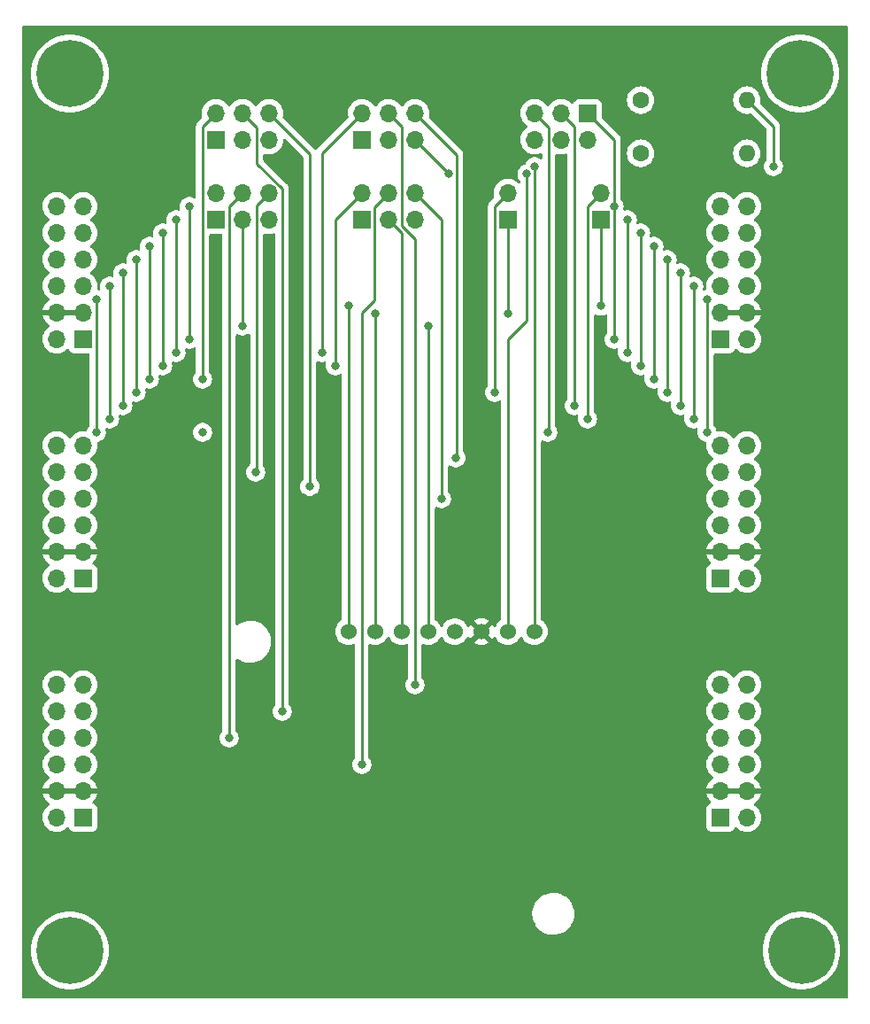
<source format=gbr>
%TF.GenerationSoftware,KiCad,Pcbnew,(6.0.1)*%
%TF.CreationDate,2022-02-02T16:30:55+01:00*%
%TF.ProjectId,modules_board,6d6f6475-6c65-4735-9f62-6f6172642e6b,rev?*%
%TF.SameCoordinates,Original*%
%TF.FileFunction,Copper,L2,Bot*%
%TF.FilePolarity,Positive*%
%FSLAX46Y46*%
G04 Gerber Fmt 4.6, Leading zero omitted, Abs format (unit mm)*
G04 Created by KiCad (PCBNEW (6.0.1)) date 2022-02-02 16:30:55*
%MOMM*%
%LPD*%
G01*
G04 APERTURE LIST*
%TA.AperFunction,ComponentPad*%
%ADD10R,1.700000X1.700000*%
%TD*%
%TA.AperFunction,ComponentPad*%
%ADD11O,1.700000X1.700000*%
%TD*%
%TA.AperFunction,ComponentPad*%
%ADD12C,0.800000*%
%TD*%
%TA.AperFunction,ComponentPad*%
%ADD13C,6.400000*%
%TD*%
%TA.AperFunction,ComponentPad*%
%ADD14C,1.600000*%
%TD*%
%TA.AperFunction,ComponentPad*%
%ADD15O,1.600000X1.600000*%
%TD*%
%TA.AperFunction,ComponentPad*%
%ADD16C,1.524000*%
%TD*%
%TA.AperFunction,ViaPad*%
%ADD17C,0.800000*%
%TD*%
%TA.AperFunction,Conductor*%
%ADD18C,0.250000*%
%TD*%
G04 APERTURE END LIST*
D10*
%TO.P,J1,1,Pin_1*%
%TO.N,VCC*%
X63500000Y-119380000D03*
D11*
%TO.P,J1,2,Pin_2*%
X60960000Y-119380000D03*
%TO.P,J1,3,Pin_3*%
%TO.N,GND*%
X63500000Y-116840000D03*
%TO.P,J1,4,Pin_4*%
X60960000Y-116840000D03*
%TO.P,J1,5,Pin_5*%
%TO.N,PMOD_I2C_SDA*%
X63500000Y-114300000D03*
%TO.P,J1,6,Pin_6*%
%TO.N,PMOD_I2C_GPIO4*%
X60960000Y-114300000D03*
%TO.P,J1,7,Pin_7*%
%TO.N,PMOD_I2C_SCL*%
X63500000Y-111760000D03*
%TO.P,J1,8,Pin_8*%
%TO.N,PMOD_I2C_GPIO3*%
X60960000Y-111760000D03*
%TO.P,J1,9,Pin_9*%
%TO.N,PMOD_I2C_RESET*%
X63500000Y-109220000D03*
%TO.P,J1,10,Pin_10*%
%TO.N,PMOD_I2C_GPIO2*%
X60960000Y-109220000D03*
%TO.P,J1,11,Pin_11*%
%TO.N,PMOD_I2C_INT*%
X63500000Y-106680000D03*
%TO.P,J1,12,Pin_12*%
%TO.N,PMOD_I2C_GPIO1*%
X60960000Y-106680000D03*
%TD*%
D10*
%TO.P,J2,1,Pin_1*%
%TO.N,VCC*%
X63500000Y-96520000D03*
D11*
%TO.P,J2,2,Pin_2*%
X60960000Y-96520000D03*
%TO.P,J2,3,Pin_3*%
%TO.N,GND*%
X63500000Y-93980000D03*
%TO.P,J2,4,Pin_4*%
X60960000Y-93980000D03*
%TO.P,J2,5,Pin_5*%
%TO.N,PMOD_UART_RTS*%
X63500000Y-91440000D03*
%TO.P,J2,6,Pin_6*%
%TO.N,PMOD_UART_GPIO4*%
X60960000Y-91440000D03*
%TO.P,J2,7,Pin_7*%
%TO.N,PMOD_UART_RXD*%
X63500000Y-88900000D03*
%TO.P,J2,8,Pin_8*%
%TO.N,PMOD_UART_GPIO3*%
X60960000Y-88900000D03*
%TO.P,J2,9,Pin_9*%
%TO.N,PMOD_UART_TXD*%
X63500000Y-86360000D03*
%TO.P,J2,10,Pin_10*%
%TO.N,PMOD_UART_RESET*%
X60960000Y-86360000D03*
%TO.P,J2,11,Pin_11*%
%TO.N,PMOD_UART_CTS*%
X63500000Y-83820000D03*
%TO.P,J2,12,Pin_12*%
%TO.N,PMOD_UART_INT*%
X60960000Y-83820000D03*
%TD*%
D10*
%TO.P,J3,1,Pin_1*%
%TO.N,VCC*%
X63500000Y-73660000D03*
D11*
%TO.P,J3,2,Pin_2*%
X60960000Y-73660000D03*
%TO.P,J3,3,Pin_3*%
%TO.N,GND*%
X63500000Y-71120000D03*
%TO.P,J3,4,Pin_4*%
X60960000Y-71120000D03*
%TO.P,J3,5,Pin_5*%
%TO.N,PMOD_SPI_SCK*%
X63500000Y-68580000D03*
%TO.P,J3,6,Pin_6*%
%TO.N,PMOD_SPI_CS3*%
X60960000Y-68580000D03*
%TO.P,J3,7,Pin_7*%
%TO.N,PMOD_SPI_MISO*%
X63500000Y-66040000D03*
%TO.P,J3,8,Pin_8*%
%TO.N,PMOD_SPI_CS2*%
X60960000Y-66040000D03*
%TO.P,J3,9,Pin_9*%
%TO.N,PMOD_SPI_MOSI*%
X63500000Y-63500000D03*
%TO.P,J3,10,Pin_10*%
%TO.N,PMOD_SPI_RESET*%
X60960000Y-63500000D03*
%TO.P,J3,11,Pin_11*%
%TO.N,PMOD_SPI_CS*%
X63500000Y-60960000D03*
%TO.P,J3,12,Pin_12*%
%TO.N,PMOD_SPI_INT*%
X60960000Y-60960000D03*
%TD*%
D10*
%TO.P,J7,1,Pin_1*%
%TO.N,VCC*%
X124460000Y-119380000D03*
D11*
%TO.P,J7,2,Pin_2*%
X127000000Y-119380000D03*
%TO.P,J7,3,Pin_3*%
%TO.N,GND*%
X124460000Y-116840000D03*
%TO.P,J7,4,Pin_4*%
X127000000Y-116840000D03*
%TO.P,J7,5,Pin_5*%
%TO.N,PMOD_I2C_SDA*%
X124460000Y-114300000D03*
%TO.P,J7,6,Pin_6*%
%TO.N,PMOD_I2C_GPIO4*%
X127000000Y-114300000D03*
%TO.P,J7,7,Pin_7*%
%TO.N,PMOD_I2C_SCL*%
X124460000Y-111760000D03*
%TO.P,J7,8,Pin_8*%
%TO.N,PMOD_I2C_GPIO3*%
X127000000Y-111760000D03*
%TO.P,J7,9,Pin_9*%
%TO.N,PMOD_I2C_RESET*%
X124460000Y-109220000D03*
%TO.P,J7,10,Pin_10*%
%TO.N,PMOD_I2C_GPIO2*%
X127000000Y-109220000D03*
%TO.P,J7,11,Pin_11*%
%TO.N,PMOD_I2C_INT*%
X124460000Y-106680000D03*
%TO.P,J7,12,Pin_12*%
%TO.N,PMOD_I2C_GPIO1*%
X127000000Y-106680000D03*
%TD*%
D10*
%TO.P,J8,1,Pin_1*%
%TO.N,VCC*%
X124460000Y-96520000D03*
D11*
%TO.P,J8,2,Pin_2*%
X127000000Y-96520000D03*
%TO.P,J8,3,Pin_3*%
%TO.N,GND*%
X124460000Y-93980000D03*
%TO.P,J8,4,Pin_4*%
X127000000Y-93980000D03*
%TO.P,J8,5,Pin_5*%
%TO.N,PMOD_UART_RTS*%
X124460000Y-91440000D03*
%TO.P,J8,6,Pin_6*%
%TO.N,PMOD_UART_GPIO4*%
X127000000Y-91440000D03*
%TO.P,J8,7,Pin_7*%
%TO.N,PMOD_UART_RXD*%
X124460000Y-88900000D03*
%TO.P,J8,8,Pin_8*%
%TO.N,PMOD_UART_GPIO3*%
X127000000Y-88900000D03*
%TO.P,J8,9,Pin_9*%
%TO.N,PMOD_UART_TXD*%
X124460000Y-86360000D03*
%TO.P,J8,10,Pin_10*%
%TO.N,PMOD_UART_RESET*%
X127000000Y-86360000D03*
%TO.P,J8,11,Pin_11*%
%TO.N,PMOD_UART_CTS*%
X124460000Y-83820000D03*
%TO.P,J8,12,Pin_12*%
%TO.N,PMOD_UART_INT*%
X127000000Y-83820000D03*
%TD*%
D10*
%TO.P,J9,1,Pin_1*%
%TO.N,VCC*%
X124460000Y-73660000D03*
D11*
%TO.P,J9,2,Pin_2*%
X127000000Y-73660000D03*
%TO.P,J9,3,Pin_3*%
%TO.N,GND*%
X124460000Y-71120000D03*
%TO.P,J9,4,Pin_4*%
X127000000Y-71120000D03*
%TO.P,J9,5,Pin_5*%
%TO.N,PMOD_SPI_SCK*%
X124460000Y-68580000D03*
%TO.P,J9,6,Pin_6*%
%TO.N,PMOD_SPI_CS3*%
X127000000Y-68580000D03*
%TO.P,J9,7,Pin_7*%
%TO.N,PMOD_SPI_MISO*%
X124460000Y-66040000D03*
%TO.P,J9,8,Pin_8*%
%TO.N,PMOD_SPI_CS2*%
X127000000Y-66040000D03*
%TO.P,J9,9,Pin_9*%
%TO.N,PMOD_SPI_MOSI*%
X124460000Y-63500000D03*
%TO.P,J9,10,Pin_10*%
%TO.N,PMOD_SPI_RESET*%
X127000000Y-63500000D03*
%TO.P,J9,11,Pin_11*%
%TO.N,PMOD_SPI_CS*%
X124460000Y-60960000D03*
%TO.P,J9,12,Pin_12*%
%TO.N,PMOD_SPI_INT*%
X127000000Y-60960000D03*
%TD*%
D12*
%TO.P,H1,1*%
%TO.N,N/C*%
X63927056Y-49957056D03*
X60532944Y-49957056D03*
X59830000Y-48260000D03*
X62230000Y-45860000D03*
X62230000Y-50660000D03*
X64630000Y-48260000D03*
D13*
X62230000Y-48260000D03*
D12*
X63927056Y-46562944D03*
X60532944Y-46562944D03*
%TD*%
D13*
%TO.P,H2,1*%
%TO.N,N/C*%
X62230000Y-132080000D03*
D12*
X62230000Y-129680000D03*
X64630000Y-132080000D03*
X62230000Y-134480000D03*
X60532944Y-133777056D03*
X63927056Y-133777056D03*
X59830000Y-132080000D03*
X60532944Y-130382944D03*
X63927056Y-130382944D03*
%TD*%
%TO.P,H3,1*%
%TO.N,N/C*%
X130382944Y-49957056D03*
X132080000Y-50660000D03*
X129680000Y-48260000D03*
X134480000Y-48260000D03*
X132080000Y-45860000D03*
D13*
X132080000Y-48260000D03*
D12*
X133777056Y-46562944D03*
X133777056Y-49957056D03*
X130382944Y-46562944D03*
%TD*%
%TO.P,H4,1*%
%TO.N,N/C*%
X133917056Y-130382944D03*
X130522944Y-133777056D03*
X132220000Y-134480000D03*
X134620000Y-132080000D03*
X129820000Y-132080000D03*
D13*
X132220000Y-132080000D03*
D12*
X130522944Y-130382944D03*
X133917056Y-133777056D03*
X132220000Y-129680000D03*
%TD*%
D14*
%TO.P,R2,1*%
%TO.N,VCC*%
X116840000Y-55880000D03*
D15*
%TO.P,R2,2*%
%TO.N,INT*%
X127000000Y-55880000D03*
%TD*%
D14*
%TO.P,R1,1*%
%TO.N,VCC*%
X116840000Y-50800000D03*
D15*
%TO.P,R1,2*%
%TO.N,RESET*%
X127000000Y-50800000D03*
%TD*%
D16*
%TO.P,U1,1,SCK*%
%TO.N,SCK*%
X88900000Y-101600000D03*
%TO.P,U1,2,MISO*%
%TO.N,MISO*%
X91440000Y-101600000D03*
%TO.P,U1,3,MOSI*%
%TO.N,MOSI_SDA_TX*%
X93980000Y-101600000D03*
%TO.P,U1,4,~{CS}*%
%TO.N,CS_SCL_RX*%
X96520000Y-101600000D03*
%TO.P,U1,5,VCC*%
%TO.N,VCC*%
X99060000Y-101600000D03*
%TO.P,U1,6,GND*%
%TO.N,GND*%
X101600000Y-101600000D03*
%TO.P,U1,7,INT*%
%TO.N,INT*%
X104140000Y-101600000D03*
%TO.P,U1,8,~{RST}*%
%TO.N,RESET*%
X106680000Y-101600000D03*
%TD*%
D10*
%TO.P,J5,1,Pin_1*%
%TO.N,MOSI_SDA_TX*%
X90170000Y-62230000D03*
D11*
%TO.P,J5,2,Pin_2*%
%TO.N,PMOD_SPI_MOSI*%
X90170000Y-59690000D03*
%TO.P,J5,3,Pin_3*%
%TO.N,MOSI_SDA_TX*%
X92710000Y-62230000D03*
%TO.P,J5,4,Pin_4*%
%TO.N,PMOD_I2C_SDA*%
X92710000Y-59690000D03*
%TO.P,J5,5,Pin_5*%
%TO.N,MOSI_SDA_TX*%
X95250000Y-62230000D03*
%TO.P,J5,6,Pin_6*%
%TO.N,PMOD_UART_RXD*%
X95250000Y-59690000D03*
%TD*%
D10*
%TO.P,J6,1,Pin_1*%
%TO.N,MISO*%
X104140000Y-62230000D03*
D11*
%TO.P,J6,2,Pin_2*%
%TO.N,PMOD_SPI_MISO*%
X104140000Y-59690000D03*
%TD*%
D10*
%TO.P,J10,1,Pin_1*%
%TO.N,SCK*%
X113030000Y-62230000D03*
D11*
%TO.P,J10,2,Pin_2*%
%TO.N,PMOD_SPI_SCK*%
X113030000Y-59690000D03*
%TD*%
D10*
%TO.P,J11,1,Pin_1*%
%TO.N,PMOD_SPI_CS*%
X111760000Y-52070000D03*
D11*
%TO.P,J11,2,Pin_2*%
%TO.N,CS*%
X111760000Y-54610000D03*
%TO.P,J11,3,Pin_3*%
%TO.N,PMOD_SPI_CS2*%
X109220000Y-52070000D03*
%TO.P,J11,4,Pin_4*%
%TO.N,CS*%
X109220000Y-54610000D03*
%TO.P,J11,5,Pin_5*%
%TO.N,PMOD_SPI_CS3*%
X106680000Y-52070000D03*
%TO.P,J11,6,Pin_6*%
%TO.N,CS*%
X106680000Y-54610000D03*
%TD*%
D10*
%TO.P,J4,1,Pin_1*%
%TO.N,CS_SCL_RX*%
X76200000Y-62230000D03*
D11*
%TO.P,J4,2,Pin_2*%
%TO.N,CS*%
X76200000Y-59690000D03*
%TO.P,J4,3,Pin_3*%
%TO.N,CS_SCL_RX*%
X78740000Y-62230000D03*
%TO.P,J4,4,Pin_4*%
%TO.N,PMOD_I2C_SCL*%
X78740000Y-59690000D03*
%TO.P,J4,5,Pin_5*%
%TO.N,CS_SCL_RX*%
X81280000Y-62230000D03*
%TO.P,J4,6,Pin_6*%
%TO.N,PMOD_UART_TXD*%
X81280000Y-59690000D03*
%TD*%
D10*
%TO.P,J12,1,Pin_1*%
%TO.N,RESET*%
X76200000Y-54610000D03*
D11*
%TO.P,J12,2,Pin_2*%
%TO.N,PMOD_SPI_RESET*%
X76200000Y-52070000D03*
%TO.P,J12,3,Pin_3*%
%TO.N,RESET*%
X78740000Y-54610000D03*
%TO.P,J12,4,Pin_4*%
%TO.N,PMOD_I2C_RESET*%
X78740000Y-52070000D03*
%TO.P,J12,5,Pin_5*%
%TO.N,RESET*%
X81280000Y-54610000D03*
%TO.P,J12,6,Pin_6*%
%TO.N,PMOD_UART_RESET*%
X81280000Y-52070000D03*
%TD*%
D10*
%TO.P,J13,1,Pin_1*%
%TO.N,INT*%
X90185000Y-54615000D03*
D11*
%TO.P,J13,2,Pin_2*%
%TO.N,PMOD_SPI_INT*%
X90185000Y-52075000D03*
%TO.P,J13,3,Pin_3*%
%TO.N,INT*%
X92725000Y-54615000D03*
%TO.P,J13,4,Pin_4*%
%TO.N,PMOD_I2C_INT*%
X92725000Y-52075000D03*
%TO.P,J13,5,Pin_5*%
%TO.N,INT*%
X95265000Y-54615000D03*
%TO.P,J13,6,Pin_6*%
%TO.N,PMOD_UART_INT*%
X95265000Y-52075000D03*
%TD*%
D17*
%TO.N,PMOD_UART_INT*%
X99155489Y-84994511D03*
%TO.N,PMOD_UART_TXD*%
X80010000Y-86360000D03*
%TO.N,PMOD_UART_RXD*%
X97790000Y-88900000D03*
%TO.N,PMOD_SPI_INT*%
X72390000Y-74930000D03*
X72390000Y-62230000D03*
X86360000Y-74930000D03*
X115570000Y-74930000D03*
X115570000Y-62230000D03*
%TO.N,PMOD_SPI_CS*%
X114300000Y-73660000D03*
X73660000Y-73660000D03*
X114303912Y-60956088D03*
X73660000Y-60960000D03*
%TO.N,PMOD_SPI_RESET*%
X69850000Y-64770000D03*
X118110000Y-64770000D03*
X74930000Y-77470000D03*
X118110000Y-77470000D03*
X69850000Y-77470000D03*
%TO.N,PMOD_SPI_MOSI*%
X116840000Y-76200000D03*
X71120000Y-76200000D03*
X87630000Y-76200000D03*
X71120000Y-63500000D03*
X116840000Y-63500000D03*
%TO.N,PMOD_SPI_CS2*%
X120650000Y-67310000D03*
X67310000Y-67310000D03*
X67310000Y-80010000D03*
X110490000Y-80010000D03*
X120650000Y-80010000D03*
%TO.N,PMOD_SPI_MISO*%
X102870000Y-78740000D03*
X119380000Y-66040000D03*
X68580000Y-66040000D03*
X119380000Y-78740000D03*
X68580000Y-78740000D03*
%TO.N,PMOD_SPI_CS3*%
X123190000Y-82550000D03*
X107950000Y-82550000D03*
X64770000Y-82550000D03*
X64770000Y-69850000D03*
X74930000Y-82550000D03*
X123190000Y-69850000D03*
%TO.N,PMOD_SPI_SCK*%
X121920000Y-68580000D03*
X66040000Y-81280000D03*
X121920000Y-81280000D03*
X66040000Y-68580000D03*
X111760000Y-81280000D03*
%TO.N,PMOD_I2C_INT*%
X95250000Y-106680000D03*
%TO.N,PMOD_I2C_RESET*%
X82550000Y-109220000D03*
%TO.N,PMOD_I2C_SCL*%
X77470000Y-111760000D03*
%TO.N,PMOD_I2C_SDA*%
X90170000Y-114300000D03*
%TO.N,RESET*%
X106680000Y-57150000D03*
X129540000Y-57150000D03*
%TO.N,INT*%
X105955500Y-57856755D03*
X98506755Y-57856755D03*
%TO.N,CS_SCL_RX*%
X78740000Y-72390000D03*
X96520000Y-72390000D03*
%TO.N,MISO*%
X104140000Y-71209500D03*
X91440000Y-71209500D03*
%TO.N,SCK*%
X113030000Y-70485000D03*
X88900000Y-70485000D03*
%TO.N,PMOD_UART_RESET*%
X85185489Y-87725489D03*
%TD*%
D18*
%TO.N,PMOD_UART_INT*%
X95265000Y-52075000D02*
X99231266Y-56041266D01*
X99231266Y-56041266D02*
X99231266Y-84918734D01*
X99231266Y-84918734D02*
X99155489Y-84994511D01*
%TO.N,PMOD_UART_TXD*%
X80105489Y-60864511D02*
X80105489Y-86264511D01*
X80105489Y-86264511D02*
X80010000Y-86360000D01*
X81280000Y-59690000D02*
X80105489Y-60864511D01*
%TO.N,PMOD_UART_RXD*%
X95250000Y-59690000D02*
X97790000Y-62230000D01*
X97790000Y-62230000D02*
X97790000Y-88900000D01*
%TO.N,PMOD_SPI_INT*%
X115570000Y-62230000D02*
X115570000Y-74930000D01*
X90185000Y-52075000D02*
X86360000Y-55900000D01*
X72390000Y-62230000D02*
X72390000Y-74930000D01*
X86360000Y-55900000D02*
X86360000Y-74930000D01*
%TO.N,PMOD_SPI_CS*%
X111760000Y-52070000D02*
X114303912Y-54613912D01*
X114303912Y-54613912D02*
X114303912Y-60956088D01*
X73660000Y-73660000D02*
X73660000Y-60960000D01*
X114303912Y-60956088D02*
X114300000Y-60960000D01*
X114300000Y-60960000D02*
X114300000Y-73660000D01*
%TO.N,PMOD_SPI_RESET*%
X69850000Y-64770000D02*
X69850000Y-77470000D01*
X118110000Y-77470000D02*
X118110000Y-64770000D01*
X76200000Y-52070000D02*
X74930000Y-53340000D01*
X74930000Y-53340000D02*
X74930000Y-77470000D01*
%TO.N,PMOD_SPI_MOSI*%
X90170000Y-59690000D02*
X87630000Y-62230000D01*
X71120000Y-76200000D02*
X71120000Y-63500000D01*
X116840000Y-63500000D02*
X116840000Y-76200000D01*
X87630000Y-62230000D02*
X87630000Y-76200000D01*
%TO.N,PMOD_SPI_CS2*%
X120650000Y-80010000D02*
X120650000Y-67310000D01*
X109220000Y-52070000D02*
X110490000Y-53340000D01*
X67310000Y-67310000D02*
X67310000Y-80010000D01*
X110490000Y-53340000D02*
X110490000Y-80010000D01*
%TO.N,PMOD_SPI_MISO*%
X102870000Y-60960000D02*
X102870000Y-78740000D01*
X104140000Y-59690000D02*
X102870000Y-60960000D01*
X119380000Y-66040000D02*
X119380000Y-78740000D01*
X68580000Y-78740000D02*
X68580000Y-66040000D01*
%TO.N,PMOD_SPI_CS3*%
X108045489Y-53435489D02*
X108045489Y-82454511D01*
X106680000Y-52070000D02*
X108045489Y-53435489D01*
X64770000Y-69850000D02*
X64770000Y-82550000D01*
X123190000Y-82550000D02*
X123190000Y-69850000D01*
X108045489Y-82454511D02*
X107950000Y-82550000D01*
%TO.N,PMOD_SPI_SCK*%
X66040000Y-81280000D02*
X66040000Y-68580000D01*
X121920000Y-68580000D02*
X121920000Y-81280000D01*
X113030000Y-59690000D02*
X111760000Y-60960000D01*
X111760000Y-60960000D02*
X111760000Y-81280000D01*
%TO.N,PMOD_I2C_INT*%
X95250000Y-64134282D02*
X95250000Y-106680000D01*
X92725000Y-52075000D02*
X93980000Y-53330000D01*
X93980000Y-53330000D02*
X93980000Y-62864282D01*
X93980000Y-62864282D02*
X95250000Y-64134282D01*
%TO.N,PMOD_I2C_RESET*%
X80105489Y-56854479D02*
X82550000Y-59298990D01*
X78740000Y-52070000D02*
X80105489Y-53435489D01*
X82550000Y-59298990D02*
X82550000Y-109220000D01*
X80105489Y-53435489D02*
X80105489Y-56854479D01*
%TO.N,PMOD_I2C_SCL*%
X77470000Y-60960000D02*
X77470000Y-111760000D01*
X78740000Y-59690000D02*
X77470000Y-60960000D01*
%TO.N,PMOD_I2C_SDA*%
X91344511Y-61055489D02*
X91344511Y-69945489D01*
X90170000Y-71120000D02*
X90170000Y-114300000D01*
X91344511Y-69945489D02*
X90170000Y-71120000D01*
X92710000Y-59690000D02*
X91344511Y-61055489D01*
%TO.N,RESET*%
X106680000Y-101600000D02*
X106680000Y-57150000D01*
X129540000Y-53340000D02*
X127000000Y-50800000D01*
X129540000Y-57150000D02*
X129540000Y-53340000D01*
%TO.N,INT*%
X105410000Y-72390000D02*
X105955500Y-71844500D01*
X98506755Y-57856755D02*
X95265000Y-54615000D01*
X104140000Y-73660000D02*
X105410000Y-72390000D01*
X104140000Y-101600000D02*
X104140000Y-73660000D01*
X105955500Y-71844500D02*
X105955500Y-57856755D01*
%TO.N,CS_SCL_RX*%
X78740000Y-72390000D02*
X78740000Y-62230000D01*
X96520000Y-101600000D02*
X96520000Y-72390000D01*
%TO.N,MOSI_SDA_TX*%
X93980000Y-101600000D02*
X93980000Y-63500000D01*
X93980000Y-63500000D02*
X92710000Y-62230000D01*
%TO.N,MISO*%
X91440000Y-101600000D02*
X91440000Y-71209500D01*
X104140000Y-71209500D02*
X104140000Y-62230000D01*
%TO.N,SCK*%
X88900000Y-101600000D02*
X88900000Y-70485000D01*
X113030000Y-70485000D02*
X113030000Y-62230000D01*
%TO.N,PMOD_UART_RESET*%
X81280000Y-52070000D02*
X85185489Y-55975489D01*
X85185489Y-55975489D02*
X85185489Y-87725489D01*
%TD*%
%TA.AperFunction,Conductor*%
%TO.N,GND*%
G36*
X136594121Y-43708002D02*
G01*
X136640614Y-43761658D01*
X136652000Y-43814000D01*
X136652000Y-136526000D01*
X136631998Y-136594121D01*
X136578342Y-136640614D01*
X136526000Y-136652000D01*
X57784000Y-136652000D01*
X57715879Y-136631998D01*
X57669386Y-136578342D01*
X57658000Y-136526000D01*
X57658000Y-132080000D01*
X58516411Y-132080000D01*
X58536754Y-132468176D01*
X58597562Y-132852099D01*
X58698167Y-133227562D01*
X58837468Y-133590453D01*
X59013938Y-133936794D01*
X59225643Y-134262793D01*
X59470266Y-134564876D01*
X59745124Y-134839734D01*
X60047207Y-135084357D01*
X60373205Y-135296062D01*
X60376139Y-135297557D01*
X60376146Y-135297561D01*
X60716607Y-135471034D01*
X60719547Y-135472532D01*
X61082438Y-135611833D01*
X61457901Y-135712438D01*
X61661793Y-135744732D01*
X61838576Y-135772732D01*
X61838584Y-135772733D01*
X61841824Y-135773246D01*
X62230000Y-135793589D01*
X62618176Y-135773246D01*
X62621416Y-135772733D01*
X62621424Y-135772732D01*
X62798207Y-135744732D01*
X63002099Y-135712438D01*
X63377562Y-135611833D01*
X63740453Y-135472532D01*
X63743393Y-135471034D01*
X64083854Y-135297561D01*
X64083861Y-135297557D01*
X64086795Y-135296062D01*
X64412793Y-135084357D01*
X64714876Y-134839734D01*
X64989734Y-134564876D01*
X65234357Y-134262793D01*
X65446062Y-133936794D01*
X65622532Y-133590453D01*
X65761833Y-133227562D01*
X65862438Y-132852099D01*
X65923246Y-132468176D01*
X65943589Y-132080000D01*
X128506411Y-132080000D01*
X128526754Y-132468176D01*
X128587562Y-132852099D01*
X128688167Y-133227562D01*
X128827468Y-133590453D01*
X129003938Y-133936794D01*
X129215643Y-134262793D01*
X129460266Y-134564876D01*
X129735124Y-134839734D01*
X130037207Y-135084357D01*
X130363205Y-135296062D01*
X130366139Y-135297557D01*
X130366146Y-135297561D01*
X130706607Y-135471034D01*
X130709547Y-135472532D01*
X131072438Y-135611833D01*
X131447901Y-135712438D01*
X131651793Y-135744732D01*
X131828576Y-135772732D01*
X131828584Y-135772733D01*
X131831824Y-135773246D01*
X132220000Y-135793589D01*
X132608176Y-135773246D01*
X132611416Y-135772733D01*
X132611424Y-135772732D01*
X132788207Y-135744732D01*
X132992099Y-135712438D01*
X133367562Y-135611833D01*
X133730453Y-135472532D01*
X133733393Y-135471034D01*
X134073854Y-135297561D01*
X134073861Y-135297557D01*
X134076795Y-135296062D01*
X134402793Y-135084357D01*
X134704876Y-134839734D01*
X134979734Y-134564876D01*
X135224357Y-134262793D01*
X135436062Y-133936794D01*
X135612532Y-133590453D01*
X135751833Y-133227562D01*
X135852438Y-132852099D01*
X135913246Y-132468176D01*
X135933589Y-132080000D01*
X135913246Y-131691824D01*
X135852438Y-131307901D01*
X135751833Y-130932438D01*
X135612532Y-130569547D01*
X135529846Y-130407267D01*
X135437561Y-130226147D01*
X135437557Y-130226140D01*
X135436062Y-130223206D01*
X135421779Y-130201211D01*
X135226152Y-129899971D01*
X135226152Y-129899970D01*
X135224357Y-129897207D01*
X135102046Y-129746166D01*
X134981809Y-129597686D01*
X134981806Y-129597682D01*
X134979734Y-129595124D01*
X134704876Y-129320266D01*
X134402793Y-129075643D01*
X134162544Y-128919624D01*
X134079564Y-128865736D01*
X134079561Y-128865734D01*
X134076795Y-128863938D01*
X134073861Y-128862443D01*
X134073854Y-128862439D01*
X133733393Y-128688966D01*
X133730453Y-128687468D01*
X133367562Y-128548167D01*
X132992099Y-128447562D01*
X132788207Y-128415268D01*
X132611424Y-128387268D01*
X132611416Y-128387267D01*
X132608176Y-128386754D01*
X132220000Y-128366411D01*
X131831824Y-128386754D01*
X131828584Y-128387267D01*
X131828576Y-128387268D01*
X131651793Y-128415268D01*
X131447901Y-128447562D01*
X131072438Y-128548167D01*
X130709547Y-128687468D01*
X130706607Y-128688966D01*
X130366147Y-128862439D01*
X130366140Y-128862443D01*
X130363206Y-128863938D01*
X130360440Y-128865734D01*
X130360437Y-128865736D01*
X130270883Y-128923893D01*
X130037207Y-129075643D01*
X129735124Y-129320266D01*
X129460266Y-129595124D01*
X129458194Y-129597682D01*
X129458191Y-129597686D01*
X129337955Y-129746165D01*
X129215643Y-129897207D01*
X129213848Y-129899970D01*
X129213848Y-129899971D01*
X129018222Y-130201211D01*
X129003938Y-130223206D01*
X129002443Y-130226140D01*
X129002439Y-130226147D01*
X128910154Y-130407267D01*
X128827468Y-130569547D01*
X128688167Y-130932438D01*
X128587562Y-131307901D01*
X128526754Y-131691824D01*
X128506411Y-132080000D01*
X65943589Y-132080000D01*
X65923246Y-131691824D01*
X65862438Y-131307901D01*
X65761833Y-130932438D01*
X65622532Y-130569547D01*
X65539846Y-130407267D01*
X65447561Y-130226147D01*
X65447557Y-130226140D01*
X65446062Y-130223206D01*
X65431779Y-130201211D01*
X65236152Y-129899971D01*
X65236152Y-129899970D01*
X65234357Y-129897207D01*
X65112046Y-129746166D01*
X64991809Y-129597686D01*
X64991806Y-129597682D01*
X64989734Y-129595124D01*
X64714876Y-129320266D01*
X64412793Y-129075643D01*
X64172544Y-128919624D01*
X64089564Y-128865736D01*
X64089561Y-128865734D01*
X64086795Y-128863938D01*
X64083861Y-128862443D01*
X64083854Y-128862439D01*
X63743393Y-128688966D01*
X63740453Y-128687468D01*
X63377562Y-128548167D01*
X63196804Y-128499733D01*
X106467822Y-128499733D01*
X106467975Y-128504121D01*
X106467975Y-128504127D01*
X106474378Y-128687468D01*
X106477625Y-128780458D01*
X106478387Y-128784781D01*
X106478388Y-128784788D01*
X106502164Y-128919624D01*
X106526402Y-129057087D01*
X106613203Y-129324235D01*
X106736340Y-129576702D01*
X106738795Y-129580341D01*
X106738798Y-129580347D01*
X106811890Y-129688710D01*
X106893415Y-129809576D01*
X107081371Y-130018322D01*
X107296550Y-130198879D01*
X107534764Y-130347731D01*
X107791375Y-130461982D01*
X108061390Y-130539407D01*
X108065740Y-130540018D01*
X108065743Y-130540019D01*
X108168690Y-130554487D01*
X108339552Y-130578500D01*
X108550146Y-130578500D01*
X108552332Y-130578347D01*
X108552336Y-130578347D01*
X108755827Y-130564118D01*
X108755832Y-130564117D01*
X108760212Y-130563811D01*
X109034970Y-130505409D01*
X109039099Y-130503906D01*
X109039103Y-130503905D01*
X109294781Y-130410846D01*
X109294785Y-130410844D01*
X109298926Y-130409337D01*
X109546942Y-130277464D01*
X109621622Y-130223206D01*
X109770629Y-130114947D01*
X109770632Y-130114944D01*
X109774192Y-130112358D01*
X109976252Y-129917231D01*
X110149188Y-129695882D01*
X110151384Y-129692078D01*
X110151389Y-129692071D01*
X110287435Y-129456431D01*
X110289636Y-129452619D01*
X110394862Y-129192176D01*
X110428544Y-129057087D01*
X110461753Y-128923893D01*
X110461754Y-128923888D01*
X110462817Y-128919624D01*
X110468828Y-128862439D01*
X110491719Y-128644636D01*
X110491719Y-128644633D01*
X110492178Y-128640267D01*
X110492025Y-128635873D01*
X110482529Y-128363939D01*
X110482528Y-128363933D01*
X110482375Y-128359542D01*
X110458608Y-128224749D01*
X110434360Y-128087236D01*
X110433598Y-128082913D01*
X110346797Y-127815765D01*
X110223660Y-127563298D01*
X110221205Y-127559659D01*
X110221202Y-127559653D01*
X110140935Y-127440653D01*
X110066585Y-127330424D01*
X109878629Y-127121678D01*
X109663450Y-126941121D01*
X109425236Y-126792269D01*
X109168625Y-126678018D01*
X108898610Y-126600593D01*
X108894260Y-126599982D01*
X108894257Y-126599981D01*
X108791310Y-126585513D01*
X108620448Y-126561500D01*
X108409854Y-126561500D01*
X108407668Y-126561653D01*
X108407664Y-126561653D01*
X108204173Y-126575882D01*
X108204168Y-126575883D01*
X108199788Y-126576189D01*
X107925030Y-126634591D01*
X107920901Y-126636094D01*
X107920897Y-126636095D01*
X107665219Y-126729154D01*
X107665215Y-126729156D01*
X107661074Y-126730663D01*
X107413058Y-126862536D01*
X107409499Y-126865122D01*
X107409497Y-126865123D01*
X107304895Y-126941121D01*
X107185808Y-127027642D01*
X106983748Y-127222769D01*
X106810812Y-127444118D01*
X106808616Y-127447922D01*
X106808611Y-127447929D01*
X106694794Y-127645067D01*
X106670364Y-127687381D01*
X106565138Y-127947824D01*
X106564073Y-127952097D01*
X106564072Y-127952099D01*
X106530379Y-128087236D01*
X106497183Y-128220376D01*
X106496724Y-128224744D01*
X106496723Y-128224749D01*
X106473305Y-128447562D01*
X106467822Y-128499733D01*
X63196804Y-128499733D01*
X63002099Y-128447562D01*
X62798207Y-128415268D01*
X62621424Y-128387268D01*
X62621416Y-128387267D01*
X62618176Y-128386754D01*
X62230000Y-128366411D01*
X61841824Y-128386754D01*
X61838584Y-128387267D01*
X61838576Y-128387268D01*
X61661793Y-128415268D01*
X61457901Y-128447562D01*
X61082438Y-128548167D01*
X60719547Y-128687468D01*
X60716607Y-128688966D01*
X60376147Y-128862439D01*
X60376140Y-128862443D01*
X60373206Y-128863938D01*
X60370440Y-128865734D01*
X60370437Y-128865736D01*
X60280883Y-128923893D01*
X60047207Y-129075643D01*
X59745124Y-129320266D01*
X59470266Y-129595124D01*
X59468194Y-129597682D01*
X59468191Y-129597686D01*
X59347955Y-129746165D01*
X59225643Y-129897207D01*
X59223848Y-129899970D01*
X59223848Y-129899971D01*
X59028222Y-130201211D01*
X59013938Y-130223206D01*
X59012443Y-130226140D01*
X59012439Y-130226147D01*
X58920154Y-130407267D01*
X58837468Y-130569547D01*
X58698167Y-130932438D01*
X58597562Y-131307901D01*
X58536754Y-131691824D01*
X58516411Y-132080000D01*
X57658000Y-132080000D01*
X57658000Y-119346695D01*
X59597251Y-119346695D01*
X59597548Y-119351848D01*
X59597548Y-119351851D01*
X59603011Y-119446590D01*
X59610110Y-119569715D01*
X59611247Y-119574761D01*
X59611248Y-119574767D01*
X59631119Y-119662939D01*
X59659222Y-119787639D01*
X59743266Y-119994616D01*
X59859987Y-120185088D01*
X60006250Y-120353938D01*
X60178126Y-120496632D01*
X60371000Y-120609338D01*
X60579692Y-120689030D01*
X60584760Y-120690061D01*
X60584763Y-120690062D01*
X60692017Y-120711883D01*
X60798597Y-120733567D01*
X60803772Y-120733757D01*
X60803774Y-120733757D01*
X61016673Y-120741564D01*
X61016677Y-120741564D01*
X61021837Y-120741753D01*
X61026957Y-120741097D01*
X61026959Y-120741097D01*
X61238288Y-120714025D01*
X61238289Y-120714025D01*
X61243416Y-120713368D01*
X61248366Y-120711883D01*
X61452429Y-120650661D01*
X61452434Y-120650659D01*
X61457384Y-120649174D01*
X61657994Y-120550896D01*
X61839860Y-120421173D01*
X61948091Y-120313319D01*
X62010462Y-120279404D01*
X62081268Y-120284592D01*
X62138030Y-120327238D01*
X62155012Y-120358341D01*
X62177201Y-120417529D01*
X62199385Y-120476705D01*
X62286739Y-120593261D01*
X62403295Y-120680615D01*
X62539684Y-120731745D01*
X62601866Y-120738500D01*
X64398134Y-120738500D01*
X64460316Y-120731745D01*
X64596705Y-120680615D01*
X64713261Y-120593261D01*
X64800615Y-120476705D01*
X64851745Y-120340316D01*
X64858500Y-120278134D01*
X123101500Y-120278134D01*
X123108255Y-120340316D01*
X123159385Y-120476705D01*
X123246739Y-120593261D01*
X123363295Y-120680615D01*
X123499684Y-120731745D01*
X123561866Y-120738500D01*
X125358134Y-120738500D01*
X125420316Y-120731745D01*
X125556705Y-120680615D01*
X125673261Y-120593261D01*
X125760615Y-120476705D01*
X125782799Y-120417529D01*
X125804598Y-120359382D01*
X125847240Y-120302618D01*
X125913802Y-120277918D01*
X125983150Y-120293126D01*
X126017817Y-120321114D01*
X126046250Y-120353938D01*
X126218126Y-120496632D01*
X126411000Y-120609338D01*
X126619692Y-120689030D01*
X126624760Y-120690061D01*
X126624763Y-120690062D01*
X126732017Y-120711883D01*
X126838597Y-120733567D01*
X126843772Y-120733757D01*
X126843774Y-120733757D01*
X127056673Y-120741564D01*
X127056677Y-120741564D01*
X127061837Y-120741753D01*
X127066957Y-120741097D01*
X127066959Y-120741097D01*
X127278288Y-120714025D01*
X127278289Y-120714025D01*
X127283416Y-120713368D01*
X127288366Y-120711883D01*
X127492429Y-120650661D01*
X127492434Y-120650659D01*
X127497384Y-120649174D01*
X127697994Y-120550896D01*
X127879860Y-120421173D01*
X128038096Y-120263489D01*
X128097594Y-120180689D01*
X128165435Y-120086277D01*
X128168453Y-120082077D01*
X128267430Y-119881811D01*
X128332370Y-119668069D01*
X128361529Y-119446590D01*
X128363156Y-119380000D01*
X128344852Y-119157361D01*
X128290431Y-118940702D01*
X128201354Y-118735840D01*
X128080014Y-118548277D01*
X127929670Y-118383051D01*
X127925619Y-118379852D01*
X127925615Y-118379848D01*
X127758414Y-118247800D01*
X127758410Y-118247798D01*
X127754359Y-118244598D01*
X127712569Y-118221529D01*
X127662598Y-118171097D01*
X127647826Y-118101654D01*
X127672942Y-118035248D01*
X127700294Y-118008641D01*
X127875328Y-117883792D01*
X127883200Y-117877139D01*
X128034052Y-117726812D01*
X128040730Y-117718965D01*
X128165003Y-117546020D01*
X128170313Y-117537183D01*
X128264670Y-117346267D01*
X128268469Y-117336672D01*
X128330377Y-117132910D01*
X128332555Y-117122837D01*
X128333986Y-117111962D01*
X128331775Y-117097778D01*
X128318617Y-117094000D01*
X123143225Y-117094000D01*
X123129694Y-117097973D01*
X123128257Y-117107966D01*
X123158565Y-117242446D01*
X123161645Y-117252275D01*
X123241770Y-117449603D01*
X123246413Y-117458794D01*
X123357694Y-117640388D01*
X123363777Y-117648699D01*
X123503213Y-117809667D01*
X123510577Y-117816879D01*
X123515522Y-117820985D01*
X123555156Y-117879889D01*
X123556653Y-117950870D01*
X123519537Y-118011392D01*
X123479264Y-118035910D01*
X123371705Y-118076232D01*
X123371704Y-118076233D01*
X123363295Y-118079385D01*
X123246739Y-118166739D01*
X123159385Y-118283295D01*
X123108255Y-118419684D01*
X123101500Y-118481866D01*
X123101500Y-120278134D01*
X64858500Y-120278134D01*
X64858500Y-118481866D01*
X64851745Y-118419684D01*
X64800615Y-118283295D01*
X64713261Y-118166739D01*
X64596705Y-118079385D01*
X64477687Y-118034767D01*
X64420923Y-117992125D01*
X64396223Y-117925564D01*
X64411430Y-117856215D01*
X64432977Y-117827535D01*
X64534052Y-117726812D01*
X64540730Y-117718965D01*
X64665003Y-117546020D01*
X64670313Y-117537183D01*
X64764670Y-117346267D01*
X64768469Y-117336672D01*
X64830377Y-117132910D01*
X64832555Y-117122837D01*
X64833986Y-117111962D01*
X64831775Y-117097778D01*
X64818617Y-117094000D01*
X59643225Y-117094000D01*
X59629694Y-117097973D01*
X59628257Y-117107966D01*
X59658565Y-117242446D01*
X59661645Y-117252275D01*
X59741770Y-117449603D01*
X59746413Y-117458794D01*
X59857694Y-117640388D01*
X59863777Y-117648699D01*
X60003213Y-117809667D01*
X60010580Y-117816883D01*
X60174434Y-117952916D01*
X60182881Y-117958831D01*
X60251969Y-117999203D01*
X60300693Y-118050842D01*
X60313764Y-118120625D01*
X60287033Y-118186396D01*
X60246584Y-118219752D01*
X60233607Y-118226507D01*
X60229474Y-118229610D01*
X60229471Y-118229612D01*
X60059100Y-118357530D01*
X60054965Y-118360635D01*
X60015525Y-118401907D01*
X59943729Y-118477037D01*
X59900629Y-118522138D01*
X59774743Y-118706680D01*
X59680688Y-118909305D01*
X59620989Y-119124570D01*
X59597251Y-119346695D01*
X57658000Y-119346695D01*
X57658000Y-114266695D01*
X59597251Y-114266695D01*
X59597548Y-114271848D01*
X59597548Y-114271851D01*
X59603011Y-114366590D01*
X59610110Y-114489715D01*
X59611247Y-114494761D01*
X59611248Y-114494767D01*
X59631119Y-114582939D01*
X59659222Y-114707639D01*
X59743266Y-114914616D01*
X59782638Y-114978866D01*
X59857291Y-115100688D01*
X59859987Y-115105088D01*
X60006250Y-115273938D01*
X60178126Y-115416632D01*
X60251955Y-115459774D01*
X60300679Y-115511412D01*
X60313750Y-115581195D01*
X60287019Y-115646967D01*
X60246562Y-115680327D01*
X60238457Y-115684546D01*
X60229738Y-115690036D01*
X60059433Y-115817905D01*
X60051726Y-115824748D01*
X59904590Y-115978717D01*
X59898104Y-115986727D01*
X59778098Y-116162649D01*
X59773000Y-116171623D01*
X59683338Y-116364783D01*
X59679775Y-116374470D01*
X59624389Y-116574183D01*
X59625912Y-116582607D01*
X59638292Y-116586000D01*
X64818344Y-116586000D01*
X64831875Y-116582027D01*
X64833180Y-116572947D01*
X64791214Y-116405875D01*
X64787894Y-116396124D01*
X64702972Y-116200814D01*
X64698105Y-116191739D01*
X64582426Y-116012926D01*
X64576136Y-116004757D01*
X64432806Y-115847240D01*
X64425273Y-115840215D01*
X64258139Y-115708222D01*
X64249556Y-115702520D01*
X64212602Y-115682120D01*
X64162631Y-115631687D01*
X64147859Y-115562245D01*
X64172975Y-115495839D01*
X64200327Y-115469232D01*
X64223797Y-115452491D01*
X64379860Y-115341173D01*
X64538096Y-115183489D01*
X64547670Y-115170166D01*
X64665435Y-115006277D01*
X64668453Y-115002077D01*
X64678006Y-114982749D01*
X64765136Y-114806453D01*
X64765137Y-114806451D01*
X64767430Y-114801811D01*
X64832370Y-114588069D01*
X64861529Y-114366590D01*
X64863156Y-114300000D01*
X64844852Y-114077361D01*
X64790431Y-113860702D01*
X64701354Y-113655840D01*
X64580014Y-113468277D01*
X64429670Y-113303051D01*
X64425619Y-113299852D01*
X64425615Y-113299848D01*
X64258414Y-113167800D01*
X64258410Y-113167798D01*
X64254359Y-113164598D01*
X64213053Y-113141796D01*
X64163084Y-113091364D01*
X64148312Y-113021921D01*
X64173428Y-112955516D01*
X64200780Y-112928909D01*
X64244603Y-112897650D01*
X64379860Y-112801173D01*
X64538096Y-112643489D01*
X64547670Y-112630166D01*
X64665435Y-112466277D01*
X64668453Y-112462077D01*
X64678006Y-112442749D01*
X64765136Y-112266453D01*
X64765137Y-112266451D01*
X64767430Y-112261811D01*
X64832370Y-112048069D01*
X64861529Y-111826590D01*
X64863156Y-111760000D01*
X64844852Y-111537361D01*
X64790431Y-111320702D01*
X64701354Y-111115840D01*
X64580014Y-110928277D01*
X64429670Y-110763051D01*
X64425619Y-110759852D01*
X64425615Y-110759848D01*
X64258414Y-110627800D01*
X64258410Y-110627798D01*
X64254359Y-110624598D01*
X64213053Y-110601796D01*
X64163084Y-110551364D01*
X64148312Y-110481921D01*
X64173428Y-110415516D01*
X64200780Y-110388909D01*
X64244603Y-110357650D01*
X64379860Y-110261173D01*
X64538096Y-110103489D01*
X64547670Y-110090166D01*
X64665435Y-109926277D01*
X64668453Y-109922077D01*
X64678006Y-109902749D01*
X64765136Y-109726453D01*
X64765137Y-109726451D01*
X64767430Y-109721811D01*
X64832370Y-109508069D01*
X64861529Y-109286590D01*
X64863156Y-109220000D01*
X64844852Y-108997361D01*
X64790431Y-108780702D01*
X64701354Y-108575840D01*
X64580014Y-108388277D01*
X64429670Y-108223051D01*
X64425619Y-108219852D01*
X64425615Y-108219848D01*
X64258414Y-108087800D01*
X64258410Y-108087798D01*
X64254359Y-108084598D01*
X64213053Y-108061796D01*
X64163084Y-108011364D01*
X64148312Y-107941921D01*
X64173428Y-107875516D01*
X64200780Y-107848909D01*
X64244603Y-107817650D01*
X64379860Y-107721173D01*
X64538096Y-107563489D01*
X64547670Y-107550166D01*
X64665435Y-107386277D01*
X64668453Y-107382077D01*
X64678006Y-107362749D01*
X64765136Y-107186453D01*
X64765137Y-107186451D01*
X64767430Y-107181811D01*
X64832370Y-106968069D01*
X64861529Y-106746590D01*
X64863156Y-106680000D01*
X64844852Y-106457361D01*
X64790431Y-106240702D01*
X64701354Y-106035840D01*
X64580014Y-105848277D01*
X64429670Y-105683051D01*
X64425619Y-105679852D01*
X64425615Y-105679848D01*
X64258414Y-105547800D01*
X64258410Y-105547798D01*
X64254359Y-105544598D01*
X64058789Y-105436638D01*
X64053920Y-105434914D01*
X64053916Y-105434912D01*
X63853087Y-105363795D01*
X63853083Y-105363794D01*
X63848212Y-105362069D01*
X63843119Y-105361162D01*
X63843116Y-105361161D01*
X63633373Y-105323800D01*
X63633367Y-105323799D01*
X63628284Y-105322894D01*
X63554452Y-105321992D01*
X63410081Y-105320228D01*
X63410079Y-105320228D01*
X63404911Y-105320165D01*
X63184091Y-105353955D01*
X62971756Y-105423357D01*
X62773607Y-105526507D01*
X62769474Y-105529610D01*
X62769471Y-105529612D01*
X62745247Y-105547800D01*
X62594965Y-105660635D01*
X62440629Y-105822138D01*
X62333201Y-105979621D01*
X62278293Y-106024621D01*
X62207768Y-106032792D01*
X62144021Y-106001538D01*
X62123324Y-105977054D01*
X62042822Y-105852617D01*
X62042820Y-105852614D01*
X62040014Y-105848277D01*
X61889670Y-105683051D01*
X61885619Y-105679852D01*
X61885615Y-105679848D01*
X61718414Y-105547800D01*
X61718410Y-105547798D01*
X61714359Y-105544598D01*
X61518789Y-105436638D01*
X61513920Y-105434914D01*
X61513916Y-105434912D01*
X61313087Y-105363795D01*
X61313083Y-105363794D01*
X61308212Y-105362069D01*
X61303119Y-105361162D01*
X61303116Y-105361161D01*
X61093373Y-105323800D01*
X61093367Y-105323799D01*
X61088284Y-105322894D01*
X61014452Y-105321992D01*
X60870081Y-105320228D01*
X60870079Y-105320228D01*
X60864911Y-105320165D01*
X60644091Y-105353955D01*
X60431756Y-105423357D01*
X60233607Y-105526507D01*
X60229474Y-105529610D01*
X60229471Y-105529612D01*
X60205247Y-105547800D01*
X60054965Y-105660635D01*
X59900629Y-105822138D01*
X59774743Y-106006680D01*
X59749163Y-106061787D01*
X59713716Y-106138153D01*
X59680688Y-106209305D01*
X59620989Y-106424570D01*
X59597251Y-106646695D01*
X59597548Y-106651848D01*
X59597548Y-106651851D01*
X59603011Y-106746590D01*
X59610110Y-106869715D01*
X59611247Y-106874761D01*
X59611248Y-106874767D01*
X59631119Y-106962939D01*
X59659222Y-107087639D01*
X59743266Y-107294616D01*
X59782638Y-107358866D01*
X59857291Y-107480688D01*
X59859987Y-107485088D01*
X60006250Y-107653938D01*
X60178126Y-107796632D01*
X60248595Y-107837811D01*
X60251445Y-107839476D01*
X60300169Y-107891114D01*
X60313240Y-107960897D01*
X60286509Y-108026669D01*
X60246055Y-108060027D01*
X60233607Y-108066507D01*
X60229474Y-108069610D01*
X60229471Y-108069612D01*
X60205247Y-108087800D01*
X60054965Y-108200635D01*
X59900629Y-108362138D01*
X59774743Y-108546680D01*
X59749163Y-108601787D01*
X59713716Y-108678153D01*
X59680688Y-108749305D01*
X59620989Y-108964570D01*
X59597251Y-109186695D01*
X59597548Y-109191848D01*
X59597548Y-109191851D01*
X59603011Y-109286590D01*
X59610110Y-109409715D01*
X59611247Y-109414761D01*
X59611248Y-109414767D01*
X59631119Y-109502939D01*
X59659222Y-109627639D01*
X59743266Y-109834616D01*
X59782638Y-109898866D01*
X59857291Y-110020688D01*
X59859987Y-110025088D01*
X60006250Y-110193938D01*
X60178126Y-110336632D01*
X60248595Y-110377811D01*
X60251445Y-110379476D01*
X60300169Y-110431114D01*
X60313240Y-110500897D01*
X60286509Y-110566669D01*
X60246055Y-110600027D01*
X60233607Y-110606507D01*
X60229474Y-110609610D01*
X60229471Y-110609612D01*
X60205247Y-110627800D01*
X60054965Y-110740635D01*
X59900629Y-110902138D01*
X59774743Y-111086680D01*
X59749163Y-111141787D01*
X59713716Y-111218153D01*
X59680688Y-111289305D01*
X59620989Y-111504570D01*
X59597251Y-111726695D01*
X59597548Y-111731848D01*
X59597548Y-111731851D01*
X59603011Y-111826590D01*
X59610110Y-111949715D01*
X59611247Y-111954761D01*
X59611248Y-111954767D01*
X59631119Y-112042939D01*
X59659222Y-112167639D01*
X59743266Y-112374616D01*
X59782638Y-112438866D01*
X59857291Y-112560688D01*
X59859987Y-112565088D01*
X60006250Y-112733938D01*
X60178126Y-112876632D01*
X60248595Y-112917811D01*
X60251445Y-112919476D01*
X60300169Y-112971114D01*
X60313240Y-113040897D01*
X60286509Y-113106669D01*
X60246055Y-113140027D01*
X60233607Y-113146507D01*
X60229474Y-113149610D01*
X60229471Y-113149612D01*
X60205247Y-113167800D01*
X60054965Y-113280635D01*
X59900629Y-113442138D01*
X59774743Y-113626680D01*
X59749163Y-113681787D01*
X59713716Y-113758153D01*
X59680688Y-113829305D01*
X59620989Y-114044570D01*
X59597251Y-114266695D01*
X57658000Y-114266695D01*
X57658000Y-96486695D01*
X59597251Y-96486695D01*
X59597548Y-96491848D01*
X59597548Y-96491851D01*
X59603011Y-96586590D01*
X59610110Y-96709715D01*
X59611247Y-96714761D01*
X59611248Y-96714767D01*
X59631119Y-96802939D01*
X59659222Y-96927639D01*
X59743266Y-97134616D01*
X59859987Y-97325088D01*
X60006250Y-97493938D01*
X60178126Y-97636632D01*
X60371000Y-97749338D01*
X60579692Y-97829030D01*
X60584760Y-97830061D01*
X60584763Y-97830062D01*
X60692017Y-97851883D01*
X60798597Y-97873567D01*
X60803772Y-97873757D01*
X60803774Y-97873757D01*
X61016673Y-97881564D01*
X61016677Y-97881564D01*
X61021837Y-97881753D01*
X61026957Y-97881097D01*
X61026959Y-97881097D01*
X61238288Y-97854025D01*
X61238289Y-97854025D01*
X61243416Y-97853368D01*
X61248366Y-97851883D01*
X61452429Y-97790661D01*
X61452434Y-97790659D01*
X61457384Y-97789174D01*
X61657994Y-97690896D01*
X61839860Y-97561173D01*
X61948091Y-97453319D01*
X62010462Y-97419404D01*
X62081268Y-97424592D01*
X62138030Y-97467238D01*
X62155012Y-97498341D01*
X62177201Y-97557529D01*
X62199385Y-97616705D01*
X62286739Y-97733261D01*
X62403295Y-97820615D01*
X62539684Y-97871745D01*
X62601866Y-97878500D01*
X64398134Y-97878500D01*
X64460316Y-97871745D01*
X64596705Y-97820615D01*
X64713261Y-97733261D01*
X64800615Y-97616705D01*
X64851745Y-97480316D01*
X64858500Y-97418134D01*
X64858500Y-95621866D01*
X64851745Y-95559684D01*
X64800615Y-95423295D01*
X64713261Y-95306739D01*
X64596705Y-95219385D01*
X64477687Y-95174767D01*
X64420923Y-95132125D01*
X64396223Y-95065564D01*
X64411430Y-94996215D01*
X64432977Y-94967535D01*
X64534052Y-94866812D01*
X64540730Y-94858965D01*
X64665003Y-94686020D01*
X64670313Y-94677183D01*
X64764670Y-94486267D01*
X64768469Y-94476672D01*
X64830377Y-94272910D01*
X64832555Y-94262837D01*
X64833986Y-94251962D01*
X64831775Y-94237778D01*
X64818617Y-94234000D01*
X59643225Y-94234000D01*
X59629694Y-94237973D01*
X59628257Y-94247966D01*
X59658565Y-94382446D01*
X59661645Y-94392275D01*
X59741770Y-94589603D01*
X59746413Y-94598794D01*
X59857694Y-94780388D01*
X59863777Y-94788699D01*
X60003213Y-94949667D01*
X60010580Y-94956883D01*
X60174434Y-95092916D01*
X60182881Y-95098831D01*
X60251969Y-95139203D01*
X60300693Y-95190842D01*
X60313764Y-95260625D01*
X60287033Y-95326396D01*
X60246584Y-95359752D01*
X60233607Y-95366507D01*
X60229474Y-95369610D01*
X60229471Y-95369612D01*
X60059100Y-95497530D01*
X60054965Y-95500635D01*
X60015525Y-95541907D01*
X59943729Y-95617037D01*
X59900629Y-95662138D01*
X59774743Y-95846680D01*
X59680688Y-96049305D01*
X59620989Y-96264570D01*
X59597251Y-96486695D01*
X57658000Y-96486695D01*
X57658000Y-91406695D01*
X59597251Y-91406695D01*
X59597548Y-91411848D01*
X59597548Y-91411851D01*
X59603011Y-91506590D01*
X59610110Y-91629715D01*
X59611247Y-91634761D01*
X59611248Y-91634767D01*
X59631119Y-91722939D01*
X59659222Y-91847639D01*
X59743266Y-92054616D01*
X59794019Y-92137438D01*
X59857291Y-92240688D01*
X59859987Y-92245088D01*
X60006250Y-92413938D01*
X60178126Y-92556632D01*
X60251955Y-92599774D01*
X60300679Y-92651412D01*
X60313750Y-92721195D01*
X60287019Y-92786967D01*
X60246562Y-92820327D01*
X60238457Y-92824546D01*
X60229738Y-92830036D01*
X60059433Y-92957905D01*
X60051726Y-92964748D01*
X59904590Y-93118717D01*
X59898104Y-93126727D01*
X59778098Y-93302649D01*
X59773000Y-93311623D01*
X59683338Y-93504783D01*
X59679775Y-93514470D01*
X59624389Y-93714183D01*
X59625912Y-93722607D01*
X59638292Y-93726000D01*
X64818344Y-93726000D01*
X64831875Y-93722027D01*
X64833180Y-93712947D01*
X64791214Y-93545875D01*
X64787894Y-93536124D01*
X64702972Y-93340814D01*
X64698105Y-93331739D01*
X64582426Y-93152926D01*
X64576136Y-93144757D01*
X64432806Y-92987240D01*
X64425273Y-92980215D01*
X64258139Y-92848222D01*
X64249556Y-92842520D01*
X64212602Y-92822120D01*
X64162631Y-92771687D01*
X64147859Y-92702245D01*
X64172975Y-92635839D01*
X64200327Y-92609232D01*
X64223797Y-92592491D01*
X64379860Y-92481173D01*
X64538096Y-92323489D01*
X64597594Y-92240689D01*
X64665435Y-92146277D01*
X64668453Y-92142077D01*
X64689320Y-92099857D01*
X64765136Y-91946453D01*
X64765137Y-91946451D01*
X64767430Y-91941811D01*
X64832370Y-91728069D01*
X64861529Y-91506590D01*
X64863156Y-91440000D01*
X64844852Y-91217361D01*
X64790431Y-91000702D01*
X64701354Y-90795840D01*
X64580014Y-90608277D01*
X64429670Y-90443051D01*
X64425619Y-90439852D01*
X64425615Y-90439848D01*
X64258414Y-90307800D01*
X64258410Y-90307798D01*
X64254359Y-90304598D01*
X64213053Y-90281796D01*
X64163084Y-90231364D01*
X64148312Y-90161921D01*
X64173428Y-90095516D01*
X64200780Y-90068909D01*
X64244603Y-90037650D01*
X64379860Y-89941173D01*
X64538096Y-89783489D01*
X64547670Y-89770166D01*
X64665435Y-89606277D01*
X64668453Y-89602077D01*
X64678006Y-89582749D01*
X64765136Y-89406453D01*
X64765137Y-89406451D01*
X64767430Y-89401811D01*
X64832370Y-89188069D01*
X64861529Y-88966590D01*
X64863156Y-88900000D01*
X64844852Y-88677361D01*
X64790431Y-88460702D01*
X64701354Y-88255840D01*
X64580014Y-88068277D01*
X64429670Y-87903051D01*
X64425619Y-87899852D01*
X64425615Y-87899848D01*
X64258414Y-87767800D01*
X64258410Y-87767798D01*
X64254359Y-87764598D01*
X64213053Y-87741796D01*
X64163084Y-87691364D01*
X64148312Y-87621921D01*
X64173428Y-87555516D01*
X64200780Y-87528909D01*
X64244603Y-87497650D01*
X64379860Y-87401173D01*
X64538096Y-87243489D01*
X64547670Y-87230166D01*
X64665435Y-87066277D01*
X64668453Y-87062077D01*
X64678006Y-87042749D01*
X64765136Y-86866453D01*
X64765137Y-86866451D01*
X64767430Y-86861811D01*
X64832370Y-86648069D01*
X64861529Y-86426590D01*
X64863156Y-86360000D01*
X64844852Y-86137361D01*
X64790431Y-85920702D01*
X64701354Y-85715840D01*
X64580014Y-85528277D01*
X64429670Y-85363051D01*
X64425619Y-85359852D01*
X64425615Y-85359848D01*
X64258414Y-85227800D01*
X64258410Y-85227798D01*
X64254359Y-85224598D01*
X64213053Y-85201796D01*
X64163084Y-85151364D01*
X64148312Y-85081921D01*
X64173428Y-85015516D01*
X64200780Y-84988909D01*
X64244603Y-84957650D01*
X64379860Y-84861173D01*
X64538096Y-84703489D01*
X64597594Y-84620689D01*
X64665435Y-84526277D01*
X64668453Y-84522077D01*
X64689320Y-84479857D01*
X64765136Y-84326453D01*
X64765137Y-84326451D01*
X64767430Y-84321811D01*
X64832370Y-84108069D01*
X64861529Y-83886590D01*
X64863156Y-83820000D01*
X64844852Y-83597361D01*
X64843593Y-83592348D01*
X64842748Y-83587243D01*
X64845006Y-83586869D01*
X64847435Y-83525521D01*
X64888151Y-83467360D01*
X64940635Y-83442527D01*
X65045831Y-83420167D01*
X65045836Y-83420166D01*
X65052288Y-83418794D01*
X65058319Y-83416109D01*
X65220722Y-83343803D01*
X65220724Y-83343802D01*
X65226752Y-83341118D01*
X65240120Y-83331406D01*
X65282157Y-83300864D01*
X65381253Y-83228866D01*
X65432913Y-83171492D01*
X65504621Y-83091852D01*
X65504622Y-83091851D01*
X65509040Y-83086944D01*
X65581097Y-82962138D01*
X65601223Y-82927279D01*
X65601224Y-82927278D01*
X65604527Y-82921556D01*
X65663542Y-82739928D01*
X65670933Y-82669612D01*
X65682814Y-82556565D01*
X65683504Y-82550000D01*
X74016496Y-82550000D01*
X74017186Y-82556565D01*
X74029068Y-82669612D01*
X74036458Y-82739928D01*
X74095473Y-82921556D01*
X74098776Y-82927278D01*
X74098777Y-82927279D01*
X74118903Y-82962138D01*
X74190960Y-83086944D01*
X74195378Y-83091851D01*
X74195379Y-83091852D01*
X74267087Y-83171492D01*
X74318747Y-83228866D01*
X74417843Y-83300864D01*
X74459881Y-83331406D01*
X74473248Y-83341118D01*
X74479276Y-83343802D01*
X74479278Y-83343803D01*
X74641681Y-83416109D01*
X74647712Y-83418794D01*
X74741112Y-83438647D01*
X74828056Y-83457128D01*
X74828061Y-83457128D01*
X74834513Y-83458500D01*
X75025487Y-83458500D01*
X75031939Y-83457128D01*
X75031944Y-83457128D01*
X75118888Y-83438647D01*
X75212288Y-83418794D01*
X75218319Y-83416109D01*
X75380722Y-83343803D01*
X75380724Y-83343802D01*
X75386752Y-83341118D01*
X75400120Y-83331406D01*
X75442157Y-83300864D01*
X75541253Y-83228866D01*
X75592913Y-83171492D01*
X75664621Y-83091852D01*
X75664622Y-83091851D01*
X75669040Y-83086944D01*
X75741097Y-82962138D01*
X75761223Y-82927279D01*
X75761224Y-82927278D01*
X75764527Y-82921556D01*
X75823542Y-82739928D01*
X75830933Y-82669612D01*
X75842814Y-82556565D01*
X75843504Y-82550000D01*
X75824911Y-82373100D01*
X75824232Y-82366635D01*
X75824232Y-82366633D01*
X75823542Y-82360072D01*
X75764527Y-82178444D01*
X75669040Y-82013056D01*
X75623744Y-81962749D01*
X75545675Y-81876045D01*
X75545674Y-81876044D01*
X75541253Y-81871134D01*
X75386752Y-81758882D01*
X75380724Y-81756198D01*
X75380722Y-81756197D01*
X75218319Y-81683891D01*
X75218318Y-81683891D01*
X75212288Y-81681206D01*
X75099721Y-81657279D01*
X75031944Y-81642872D01*
X75031939Y-81642872D01*
X75025487Y-81641500D01*
X74834513Y-81641500D01*
X74828061Y-81642872D01*
X74828056Y-81642872D01*
X74760279Y-81657279D01*
X74647712Y-81681206D01*
X74641682Y-81683891D01*
X74641681Y-81683891D01*
X74479278Y-81756197D01*
X74479276Y-81756198D01*
X74473248Y-81758882D01*
X74318747Y-81871134D01*
X74314326Y-81876044D01*
X74314325Y-81876045D01*
X74236257Y-81962749D01*
X74190960Y-82013056D01*
X74095473Y-82178444D01*
X74036458Y-82360072D01*
X74035768Y-82366633D01*
X74035768Y-82366635D01*
X74035089Y-82373100D01*
X74016496Y-82550000D01*
X65683504Y-82550000D01*
X65664911Y-82373100D01*
X65664232Y-82366635D01*
X65664232Y-82366633D01*
X65663542Y-82360072D01*
X65650254Y-82319176D01*
X65648226Y-82248209D01*
X65684889Y-82187411D01*
X65748601Y-82156085D01*
X65796284Y-82156993D01*
X65938056Y-82187128D01*
X65938061Y-82187128D01*
X65944513Y-82188500D01*
X66135487Y-82188500D01*
X66141939Y-82187128D01*
X66141944Y-82187128D01*
X66228888Y-82168647D01*
X66322288Y-82148794D01*
X66328319Y-82146109D01*
X66490722Y-82073803D01*
X66490724Y-82073802D01*
X66496752Y-82071118D01*
X66651253Y-81958866D01*
X66733268Y-81867779D01*
X66774621Y-81821852D01*
X66774622Y-81821851D01*
X66779040Y-81816944D01*
X66874527Y-81651556D01*
X66933542Y-81469928D01*
X66953504Y-81280000D01*
X66933542Y-81090072D01*
X66920254Y-81049176D01*
X66918226Y-80978209D01*
X66954889Y-80917411D01*
X67018601Y-80886085D01*
X67066284Y-80886993D01*
X67208056Y-80917128D01*
X67208061Y-80917128D01*
X67214513Y-80918500D01*
X67405487Y-80918500D01*
X67411939Y-80917128D01*
X67411944Y-80917128D01*
X67498888Y-80898647D01*
X67592288Y-80878794D01*
X67598319Y-80876109D01*
X67760722Y-80803803D01*
X67760724Y-80803802D01*
X67766752Y-80801118D01*
X67921253Y-80688866D01*
X68049040Y-80546944D01*
X68144527Y-80381556D01*
X68203542Y-80199928D01*
X68223504Y-80010000D01*
X68203542Y-79820072D01*
X68190254Y-79779176D01*
X68188226Y-79708209D01*
X68224889Y-79647411D01*
X68288601Y-79616085D01*
X68336284Y-79616993D01*
X68478056Y-79647128D01*
X68478061Y-79647128D01*
X68484513Y-79648500D01*
X68675487Y-79648500D01*
X68681939Y-79647128D01*
X68681944Y-79647128D01*
X68768887Y-79628647D01*
X68862288Y-79608794D01*
X68868319Y-79606109D01*
X69030722Y-79533803D01*
X69030724Y-79533802D01*
X69036752Y-79531118D01*
X69191253Y-79418866D01*
X69319040Y-79276944D01*
X69414527Y-79111556D01*
X69473542Y-78929928D01*
X69493504Y-78740000D01*
X69473542Y-78550072D01*
X69460254Y-78509176D01*
X69458226Y-78438209D01*
X69494889Y-78377411D01*
X69558601Y-78346085D01*
X69606284Y-78346993D01*
X69748056Y-78377128D01*
X69748061Y-78377128D01*
X69754513Y-78378500D01*
X69945487Y-78378500D01*
X69951939Y-78377128D01*
X69951944Y-78377128D01*
X70038888Y-78358647D01*
X70132288Y-78338794D01*
X70138319Y-78336109D01*
X70300722Y-78263803D01*
X70300724Y-78263802D01*
X70306752Y-78261118D01*
X70461253Y-78148866D01*
X70589040Y-78006944D01*
X70684527Y-77841556D01*
X70743542Y-77659928D01*
X70763504Y-77470000D01*
X70743542Y-77280072D01*
X70730254Y-77239176D01*
X70728226Y-77168209D01*
X70764889Y-77107411D01*
X70828601Y-77076085D01*
X70876284Y-77076993D01*
X71018056Y-77107128D01*
X71018061Y-77107128D01*
X71024513Y-77108500D01*
X71215487Y-77108500D01*
X71221939Y-77107128D01*
X71221944Y-77107128D01*
X71308887Y-77088647D01*
X71402288Y-77068794D01*
X71408319Y-77066109D01*
X71570722Y-76993803D01*
X71570724Y-76993802D01*
X71576752Y-76991118D01*
X71731253Y-76878866D01*
X71859040Y-76736944D01*
X71954527Y-76571556D01*
X72013542Y-76389928D01*
X72033504Y-76200000D01*
X72013542Y-76010072D01*
X72000254Y-75969176D01*
X71998226Y-75898209D01*
X72034889Y-75837411D01*
X72098601Y-75806085D01*
X72146284Y-75806993D01*
X72288056Y-75837128D01*
X72288061Y-75837128D01*
X72294513Y-75838500D01*
X72485487Y-75838500D01*
X72491939Y-75837128D01*
X72491944Y-75837128D01*
X72578888Y-75818647D01*
X72672288Y-75798794D01*
X72752654Y-75763013D01*
X72840722Y-75723803D01*
X72840724Y-75723802D01*
X72846752Y-75721118D01*
X73001253Y-75608866D01*
X73129040Y-75466944D01*
X73224527Y-75301556D01*
X73283542Y-75119928D01*
X73293861Y-75021753D01*
X73302814Y-74936565D01*
X73303504Y-74930000D01*
X73287037Y-74773327D01*
X73284232Y-74746635D01*
X73284232Y-74746633D01*
X73283542Y-74740072D01*
X73270254Y-74699176D01*
X73268226Y-74628209D01*
X73304889Y-74567411D01*
X73368601Y-74536085D01*
X73416284Y-74536993D01*
X73558056Y-74567128D01*
X73558061Y-74567128D01*
X73564513Y-74568500D01*
X73755487Y-74568500D01*
X73761939Y-74567128D01*
X73761944Y-74567128D01*
X73855991Y-74547137D01*
X73942288Y-74528794D01*
X73966656Y-74517945D01*
X74116752Y-74451118D01*
X74117677Y-74453196D01*
X74176488Y-74438924D01*
X74243581Y-74462141D01*
X74287472Y-74517945D01*
X74296500Y-74564782D01*
X74296500Y-76767476D01*
X74276498Y-76835597D01*
X74264142Y-76851779D01*
X74190960Y-76933056D01*
X74095473Y-77098444D01*
X74036458Y-77280072D01*
X74016496Y-77470000D01*
X74036458Y-77659928D01*
X74095473Y-77841556D01*
X74190960Y-78006944D01*
X74318747Y-78148866D01*
X74473248Y-78261118D01*
X74479276Y-78263802D01*
X74479278Y-78263803D01*
X74641681Y-78336109D01*
X74647712Y-78338794D01*
X74741112Y-78358647D01*
X74828056Y-78377128D01*
X74828061Y-78377128D01*
X74834513Y-78378500D01*
X75025487Y-78378500D01*
X75031939Y-78377128D01*
X75031944Y-78377128D01*
X75118888Y-78358647D01*
X75212288Y-78338794D01*
X75218319Y-78336109D01*
X75380722Y-78263803D01*
X75380724Y-78263802D01*
X75386752Y-78261118D01*
X75541253Y-78148866D01*
X75669040Y-78006944D01*
X75764527Y-77841556D01*
X75823542Y-77659928D01*
X75843504Y-77470000D01*
X75823542Y-77280072D01*
X75764527Y-77098444D01*
X75669040Y-76933056D01*
X75595863Y-76851785D01*
X75565147Y-76787779D01*
X75563500Y-76767476D01*
X75563500Y-63714500D01*
X75583502Y-63646379D01*
X75637158Y-63599886D01*
X75689500Y-63588500D01*
X76710500Y-63588500D01*
X76778621Y-63608502D01*
X76825114Y-63662158D01*
X76836500Y-63714500D01*
X76836500Y-111057476D01*
X76816498Y-111125597D01*
X76804142Y-111141779D01*
X76730960Y-111223056D01*
X76635473Y-111388444D01*
X76576458Y-111570072D01*
X76556496Y-111760000D01*
X76557186Y-111766565D01*
X76563844Y-111829908D01*
X76576458Y-111949928D01*
X76635473Y-112131556D01*
X76638776Y-112137278D01*
X76638777Y-112137279D01*
X76659069Y-112172425D01*
X76730960Y-112296944D01*
X76735378Y-112301851D01*
X76735379Y-112301852D01*
X76841631Y-112419857D01*
X76858747Y-112438866D01*
X77013248Y-112551118D01*
X77019276Y-112553802D01*
X77019278Y-112553803D01*
X77044625Y-112565088D01*
X77187712Y-112628794D01*
X77274009Y-112647137D01*
X77368056Y-112667128D01*
X77368061Y-112667128D01*
X77374513Y-112668500D01*
X77565487Y-112668500D01*
X77571939Y-112667128D01*
X77571944Y-112667128D01*
X77665991Y-112647137D01*
X77752288Y-112628794D01*
X77895375Y-112565088D01*
X77920722Y-112553803D01*
X77920724Y-112553802D01*
X77926752Y-112551118D01*
X78081253Y-112438866D01*
X78098369Y-112419857D01*
X78204621Y-112301852D01*
X78204622Y-112301851D01*
X78209040Y-112296944D01*
X78280931Y-112172425D01*
X78301223Y-112137279D01*
X78301224Y-112137278D01*
X78304527Y-112131556D01*
X78363542Y-111949928D01*
X78376157Y-111829908D01*
X78382814Y-111766565D01*
X78383504Y-111760000D01*
X78363542Y-111570072D01*
X78304527Y-111388444D01*
X78209040Y-111223056D01*
X78135863Y-111141785D01*
X78105147Y-111077779D01*
X78103500Y-111057476D01*
X78103500Y-104305530D01*
X78123502Y-104237409D01*
X78177158Y-104190916D01*
X78247432Y-104180812D01*
X78295632Y-104200347D01*
X78296550Y-104198879D01*
X78534764Y-104347731D01*
X78791375Y-104461982D01*
X79061390Y-104539407D01*
X79065740Y-104540018D01*
X79065743Y-104540019D01*
X79168690Y-104554487D01*
X79339552Y-104578500D01*
X79550146Y-104578500D01*
X79552332Y-104578347D01*
X79552336Y-104578347D01*
X79755827Y-104564118D01*
X79755832Y-104564117D01*
X79760212Y-104563811D01*
X80034970Y-104505409D01*
X80039099Y-104503906D01*
X80039103Y-104503905D01*
X80294781Y-104410846D01*
X80294785Y-104410844D01*
X80298926Y-104409337D01*
X80546942Y-104277464D01*
X80550503Y-104274877D01*
X80770629Y-104114947D01*
X80770632Y-104114944D01*
X80774192Y-104112358D01*
X80976252Y-103917231D01*
X81149188Y-103695882D01*
X81151384Y-103692078D01*
X81151389Y-103692071D01*
X81287435Y-103456431D01*
X81289636Y-103452619D01*
X81394862Y-103192176D01*
X81462817Y-102919624D01*
X81464584Y-102902817D01*
X81491719Y-102644636D01*
X81491719Y-102644633D01*
X81492178Y-102640267D01*
X81492025Y-102635873D01*
X81482529Y-102363939D01*
X81482528Y-102363933D01*
X81482375Y-102359542D01*
X81469219Y-102284926D01*
X81434360Y-102087236D01*
X81433598Y-102082913D01*
X81346797Y-101815765D01*
X81223660Y-101563298D01*
X81221205Y-101559659D01*
X81221202Y-101559653D01*
X81102733Y-101384016D01*
X81066585Y-101330424D01*
X80878629Y-101121678D01*
X80663450Y-100941121D01*
X80425236Y-100792269D01*
X80168625Y-100678018D01*
X79976833Y-100623023D01*
X79902837Y-100601805D01*
X79902836Y-100601805D01*
X79898610Y-100600593D01*
X79894260Y-100599982D01*
X79894257Y-100599981D01*
X79791310Y-100585513D01*
X79620448Y-100561500D01*
X79409854Y-100561500D01*
X79407668Y-100561653D01*
X79407664Y-100561653D01*
X79204173Y-100575882D01*
X79204168Y-100575883D01*
X79199788Y-100576189D01*
X78925030Y-100634591D01*
X78920901Y-100636094D01*
X78920897Y-100636095D01*
X78665219Y-100729154D01*
X78665215Y-100729156D01*
X78661074Y-100730663D01*
X78413058Y-100862536D01*
X78409499Y-100865122D01*
X78409497Y-100865123D01*
X78303561Y-100942090D01*
X78236693Y-100965949D01*
X78167542Y-100949868D01*
X78118061Y-100898954D01*
X78103500Y-100840154D01*
X78103500Y-73294782D01*
X78123502Y-73226661D01*
X78177158Y-73180168D01*
X78247432Y-73170064D01*
X78282730Y-73182282D01*
X78283248Y-73181118D01*
X78433738Y-73248120D01*
X78457712Y-73258794D01*
X78551113Y-73278647D01*
X78638056Y-73297128D01*
X78638061Y-73297128D01*
X78644513Y-73298500D01*
X78835487Y-73298500D01*
X78841939Y-73297128D01*
X78841944Y-73297128D01*
X78928887Y-73278647D01*
X79022288Y-73258794D01*
X79028319Y-73256109D01*
X79190722Y-73183803D01*
X79190724Y-73183802D01*
X79196752Y-73181118D01*
X79211967Y-73170064D01*
X79271928Y-73126499D01*
X79338795Y-73102641D01*
X79407947Y-73118721D01*
X79457427Y-73169634D01*
X79471989Y-73228435D01*
X79471989Y-85563720D01*
X79451987Y-85631841D01*
X79420051Y-85665655D01*
X79409423Y-85673377D01*
X79398747Y-85681134D01*
X79394326Y-85686044D01*
X79394325Y-85686045D01*
X79317034Y-85771886D01*
X79270960Y-85823056D01*
X79175473Y-85988444D01*
X79116458Y-86170072D01*
X79096496Y-86360000D01*
X79097186Y-86366565D01*
X79103844Y-86429908D01*
X79116458Y-86549928D01*
X79175473Y-86731556D01*
X79178776Y-86737278D01*
X79178777Y-86737279D01*
X79199069Y-86772425D01*
X79270960Y-86896944D01*
X79275378Y-86901851D01*
X79275379Y-86901852D01*
X79381631Y-87019857D01*
X79398747Y-87038866D01*
X79553248Y-87151118D01*
X79559276Y-87153802D01*
X79559278Y-87153803D01*
X79721681Y-87226109D01*
X79727712Y-87228794D01*
X79814009Y-87247137D01*
X79908056Y-87267128D01*
X79908061Y-87267128D01*
X79914513Y-87268500D01*
X80105487Y-87268500D01*
X80111939Y-87267128D01*
X80111944Y-87267128D01*
X80205991Y-87247137D01*
X80292288Y-87228794D01*
X80298319Y-87226109D01*
X80460722Y-87153803D01*
X80460724Y-87153802D01*
X80466752Y-87151118D01*
X80621253Y-87038866D01*
X80638369Y-87019857D01*
X80744621Y-86901852D01*
X80744622Y-86901851D01*
X80749040Y-86896944D01*
X80820931Y-86772425D01*
X80841223Y-86737279D01*
X80841224Y-86737278D01*
X80844527Y-86731556D01*
X80903542Y-86549928D01*
X80916157Y-86429908D01*
X80922814Y-86366565D01*
X80923504Y-86360000D01*
X80903542Y-86170072D01*
X80844527Y-85988444D01*
X80755870Y-85834886D01*
X80738989Y-85771886D01*
X80738989Y-63659716D01*
X80758991Y-63591595D01*
X80812647Y-63545102D01*
X80882921Y-63534998D01*
X80897233Y-63538091D01*
X80899692Y-63539030D01*
X80904758Y-63540061D01*
X80904759Y-63540061D01*
X80948833Y-63549028D01*
X81118597Y-63583567D01*
X81123772Y-63583757D01*
X81123774Y-63583757D01*
X81336673Y-63591564D01*
X81336677Y-63591564D01*
X81341837Y-63591753D01*
X81346957Y-63591097D01*
X81346959Y-63591097D01*
X81558288Y-63564025D01*
X81558289Y-63564025D01*
X81563416Y-63563368D01*
X81611214Y-63549028D01*
X81754292Y-63506102D01*
X81825288Y-63505685D01*
X81885238Y-63543718D01*
X81915110Y-63608124D01*
X81916500Y-63626788D01*
X81916500Y-108517476D01*
X81896498Y-108585597D01*
X81884142Y-108601779D01*
X81810960Y-108683056D01*
X81715473Y-108848444D01*
X81656458Y-109030072D01*
X81636496Y-109220000D01*
X81637186Y-109226565D01*
X81643844Y-109289908D01*
X81656458Y-109409928D01*
X81715473Y-109591556D01*
X81718776Y-109597278D01*
X81718777Y-109597279D01*
X81739069Y-109632425D01*
X81810960Y-109756944D01*
X81815378Y-109761851D01*
X81815379Y-109761852D01*
X81921631Y-109879857D01*
X81938747Y-109898866D01*
X82093248Y-110011118D01*
X82099276Y-110013802D01*
X82099278Y-110013803D01*
X82124625Y-110025088D01*
X82267712Y-110088794D01*
X82354009Y-110107137D01*
X82448056Y-110127128D01*
X82448061Y-110127128D01*
X82454513Y-110128500D01*
X82645487Y-110128500D01*
X82651939Y-110127128D01*
X82651944Y-110127128D01*
X82745991Y-110107137D01*
X82832288Y-110088794D01*
X82975375Y-110025088D01*
X83000722Y-110013803D01*
X83000724Y-110013802D01*
X83006752Y-110011118D01*
X83161253Y-109898866D01*
X83178369Y-109879857D01*
X83284621Y-109761852D01*
X83284622Y-109761851D01*
X83289040Y-109756944D01*
X83360931Y-109632425D01*
X83381223Y-109597279D01*
X83381224Y-109597278D01*
X83384527Y-109591556D01*
X83443542Y-109409928D01*
X83456157Y-109289908D01*
X83462814Y-109226565D01*
X83463504Y-109220000D01*
X83443542Y-109030072D01*
X83384527Y-108848444D01*
X83289040Y-108683056D01*
X83215863Y-108601785D01*
X83185147Y-108537779D01*
X83183500Y-108517476D01*
X83183500Y-59377758D01*
X83184027Y-59366575D01*
X83185702Y-59359082D01*
X83183562Y-59290991D01*
X83183500Y-59287034D01*
X83183500Y-59259134D01*
X83182996Y-59255143D01*
X83182063Y-59243301D01*
X83181162Y-59214610D01*
X83180674Y-59199101D01*
X83175021Y-59179642D01*
X83171012Y-59160283D01*
X83170846Y-59158973D01*
X83168474Y-59140193D01*
X83165558Y-59132827D01*
X83165556Y-59132821D01*
X83152200Y-59099088D01*
X83148355Y-59087858D01*
X83138230Y-59053007D01*
X83138230Y-59053006D01*
X83136019Y-59045397D01*
X83125705Y-59027956D01*
X83117008Y-59010203D01*
X83112472Y-58998748D01*
X83109552Y-58991373D01*
X83083563Y-58955602D01*
X83077047Y-58945682D01*
X83058578Y-58914453D01*
X83054542Y-58907628D01*
X83040221Y-58893307D01*
X83027380Y-58878273D01*
X83020131Y-58868296D01*
X83015472Y-58861883D01*
X82981395Y-58833692D01*
X82972616Y-58825702D01*
X80775894Y-56628979D01*
X80741868Y-56566667D01*
X80738989Y-56539884D01*
X80738989Y-56039716D01*
X80758991Y-55971595D01*
X80812647Y-55925102D01*
X80882921Y-55914998D01*
X80897233Y-55918091D01*
X80899692Y-55919030D01*
X80904758Y-55920061D01*
X80904759Y-55920061D01*
X80941377Y-55927511D01*
X81118597Y-55963567D01*
X81123772Y-55963757D01*
X81123774Y-55963757D01*
X81336673Y-55971564D01*
X81336677Y-55971564D01*
X81341837Y-55971753D01*
X81346957Y-55971097D01*
X81346959Y-55971097D01*
X81558288Y-55944025D01*
X81558289Y-55944025D01*
X81563416Y-55943368D01*
X81587748Y-55936068D01*
X81772429Y-55880661D01*
X81772434Y-55880659D01*
X81777384Y-55879174D01*
X81977994Y-55780896D01*
X82159860Y-55651173D01*
X82318096Y-55493489D01*
X82329639Y-55477426D01*
X82445435Y-55316277D01*
X82448453Y-55312077D01*
X82492354Y-55223251D01*
X82545136Y-55116453D01*
X82545137Y-55116451D01*
X82547430Y-55111811D01*
X82612370Y-54898069D01*
X82641529Y-54676590D01*
X82642227Y-54648039D01*
X82642676Y-54629654D01*
X82664336Y-54562042D01*
X82719111Y-54516874D01*
X82789611Y-54508490D01*
X82857733Y-54543637D01*
X84515084Y-56200988D01*
X84549110Y-56263300D01*
X84551989Y-56290083D01*
X84551989Y-87022965D01*
X84531987Y-87091086D01*
X84519631Y-87107268D01*
X84446449Y-87188545D01*
X84350962Y-87353933D01*
X84291947Y-87535561D01*
X84291257Y-87542122D01*
X84291257Y-87542124D01*
X84288210Y-87571114D01*
X84271985Y-87725489D01*
X84272675Y-87732054D01*
X84291049Y-87906870D01*
X84291947Y-87915417D01*
X84350962Y-88097045D01*
X84446449Y-88262433D01*
X84450867Y-88267340D01*
X84450868Y-88267341D01*
X84537050Y-88363056D01*
X84574236Y-88404355D01*
X84728737Y-88516607D01*
X84734765Y-88519291D01*
X84734767Y-88519292D01*
X84897170Y-88591598D01*
X84903201Y-88594283D01*
X84996602Y-88614136D01*
X85083545Y-88632617D01*
X85083550Y-88632617D01*
X85090002Y-88633989D01*
X85280976Y-88633989D01*
X85287428Y-88632617D01*
X85287433Y-88632617D01*
X85374376Y-88614136D01*
X85467777Y-88594283D01*
X85473808Y-88591598D01*
X85636211Y-88519292D01*
X85636213Y-88519291D01*
X85642241Y-88516607D01*
X85796742Y-88404355D01*
X85833928Y-88363056D01*
X85920110Y-88267341D01*
X85920111Y-88267340D01*
X85924529Y-88262433D01*
X86020016Y-88097045D01*
X86079031Y-87915417D01*
X86079930Y-87906870D01*
X86098303Y-87732054D01*
X86098993Y-87725489D01*
X86082768Y-87571114D01*
X86079721Y-87542124D01*
X86079721Y-87542122D01*
X86079031Y-87535561D01*
X86020016Y-87353933D01*
X85924529Y-87188545D01*
X85851352Y-87107274D01*
X85820636Y-87043268D01*
X85818989Y-87022965D01*
X85818989Y-75877627D01*
X85838991Y-75809506D01*
X85892647Y-75763013D01*
X85962921Y-75752909D01*
X85996237Y-75762520D01*
X86071677Y-75796108D01*
X86071685Y-75796111D01*
X86077712Y-75798794D01*
X86171112Y-75818647D01*
X86258056Y-75837128D01*
X86258061Y-75837128D01*
X86264513Y-75838500D01*
X86455487Y-75838500D01*
X86461939Y-75837128D01*
X86461944Y-75837128D01*
X86603716Y-75806993D01*
X86674507Y-75812395D01*
X86731139Y-75855212D01*
X86755633Y-75921850D01*
X86749746Y-75969176D01*
X86736458Y-76010072D01*
X86716496Y-76200000D01*
X86736458Y-76389928D01*
X86795473Y-76571556D01*
X86890960Y-76736944D01*
X87018747Y-76878866D01*
X87173248Y-76991118D01*
X87179276Y-76993802D01*
X87179278Y-76993803D01*
X87341681Y-77066109D01*
X87347712Y-77068794D01*
X87441113Y-77088647D01*
X87528056Y-77107128D01*
X87528061Y-77107128D01*
X87534513Y-77108500D01*
X87725487Y-77108500D01*
X87731939Y-77107128D01*
X87731944Y-77107128D01*
X87818887Y-77088647D01*
X87912288Y-77068794D01*
X87936656Y-77057945D01*
X88086752Y-76991118D01*
X88087677Y-76993196D01*
X88146488Y-76978924D01*
X88213581Y-77002141D01*
X88257472Y-77057945D01*
X88266500Y-77104782D01*
X88266500Y-100426996D01*
X88246498Y-100495117D01*
X88212771Y-100530209D01*
X88084730Y-100619864D01*
X88084727Y-100619866D01*
X88080219Y-100623023D01*
X87923023Y-100780219D01*
X87919866Y-100784727D01*
X87919864Y-100784730D01*
X87811991Y-100938789D01*
X87795512Y-100962324D01*
X87793189Y-100967306D01*
X87793186Y-100967311D01*
X87719576Y-101125169D01*
X87701560Y-101163804D01*
X87644022Y-101378537D01*
X87624647Y-101600000D01*
X87644022Y-101821463D01*
X87701560Y-102036196D01*
X87703882Y-102041177D01*
X87703883Y-102041178D01*
X87793186Y-102232689D01*
X87793189Y-102232694D01*
X87795512Y-102237676D01*
X87798668Y-102242183D01*
X87798669Y-102242185D01*
X87835107Y-102294223D01*
X87923023Y-102419781D01*
X88080219Y-102576977D01*
X88084727Y-102580134D01*
X88084730Y-102580136D01*
X88160495Y-102633187D01*
X88262323Y-102704488D01*
X88267305Y-102706811D01*
X88267310Y-102706814D01*
X88442751Y-102788623D01*
X88463804Y-102798440D01*
X88469112Y-102799862D01*
X88469114Y-102799863D01*
X88495526Y-102806940D01*
X88678537Y-102855978D01*
X88900000Y-102875353D01*
X89121463Y-102855978D01*
X89304474Y-102806940D01*
X89330886Y-102799863D01*
X89330888Y-102799862D01*
X89336196Y-102798440D01*
X89341178Y-102796117D01*
X89341183Y-102796115D01*
X89357249Y-102788623D01*
X89427440Y-102777961D01*
X89492253Y-102806940D01*
X89531110Y-102866359D01*
X89536500Y-102902817D01*
X89536500Y-113597476D01*
X89516498Y-113665597D01*
X89504142Y-113681779D01*
X89430960Y-113763056D01*
X89335473Y-113928444D01*
X89276458Y-114110072D01*
X89256496Y-114300000D01*
X89257186Y-114306565D01*
X89263844Y-114369908D01*
X89276458Y-114489928D01*
X89335473Y-114671556D01*
X89338776Y-114677278D01*
X89338777Y-114677279D01*
X89359069Y-114712425D01*
X89430960Y-114836944D01*
X89435378Y-114841851D01*
X89435379Y-114841852D01*
X89541631Y-114959857D01*
X89558747Y-114978866D01*
X89713248Y-115091118D01*
X89719276Y-115093802D01*
X89719278Y-115093803D01*
X89744625Y-115105088D01*
X89887712Y-115168794D01*
X89974009Y-115187137D01*
X90068056Y-115207128D01*
X90068061Y-115207128D01*
X90074513Y-115208500D01*
X90265487Y-115208500D01*
X90271939Y-115207128D01*
X90271944Y-115207128D01*
X90365991Y-115187137D01*
X90452288Y-115168794D01*
X90595375Y-115105088D01*
X90620722Y-115093803D01*
X90620724Y-115093802D01*
X90626752Y-115091118D01*
X90781253Y-114978866D01*
X90798369Y-114959857D01*
X90904621Y-114841852D01*
X90904622Y-114841851D01*
X90909040Y-114836944D01*
X90980931Y-114712425D01*
X91001223Y-114677279D01*
X91001224Y-114677278D01*
X91004527Y-114671556D01*
X91063542Y-114489928D01*
X91076157Y-114369908D01*
X91082814Y-114306565D01*
X91083504Y-114300000D01*
X91080004Y-114266695D01*
X123097251Y-114266695D01*
X123097548Y-114271848D01*
X123097548Y-114271851D01*
X123103011Y-114366590D01*
X123110110Y-114489715D01*
X123111247Y-114494761D01*
X123111248Y-114494767D01*
X123131119Y-114582939D01*
X123159222Y-114707639D01*
X123243266Y-114914616D01*
X123282638Y-114978866D01*
X123357291Y-115100688D01*
X123359987Y-115105088D01*
X123506250Y-115273938D01*
X123678126Y-115416632D01*
X123751955Y-115459774D01*
X123800679Y-115511412D01*
X123813750Y-115581195D01*
X123787019Y-115646967D01*
X123746562Y-115680327D01*
X123738457Y-115684546D01*
X123729738Y-115690036D01*
X123559433Y-115817905D01*
X123551726Y-115824748D01*
X123404590Y-115978717D01*
X123398104Y-115986727D01*
X123278098Y-116162649D01*
X123273000Y-116171623D01*
X123183338Y-116364783D01*
X123179775Y-116374470D01*
X123124389Y-116574183D01*
X123125912Y-116582607D01*
X123138292Y-116586000D01*
X128318344Y-116586000D01*
X128331875Y-116582027D01*
X128333180Y-116572947D01*
X128291214Y-116405875D01*
X128287894Y-116396124D01*
X128202972Y-116200814D01*
X128198105Y-116191739D01*
X128082426Y-116012926D01*
X128076136Y-116004757D01*
X127932806Y-115847240D01*
X127925273Y-115840215D01*
X127758139Y-115708222D01*
X127749556Y-115702520D01*
X127712602Y-115682120D01*
X127662631Y-115631687D01*
X127647859Y-115562245D01*
X127672975Y-115495839D01*
X127700327Y-115469232D01*
X127723797Y-115452491D01*
X127879860Y-115341173D01*
X128038096Y-115183489D01*
X128047670Y-115170166D01*
X128165435Y-115006277D01*
X128168453Y-115002077D01*
X128178006Y-114982749D01*
X128265136Y-114806453D01*
X128265137Y-114806451D01*
X128267430Y-114801811D01*
X128332370Y-114588069D01*
X128361529Y-114366590D01*
X128363156Y-114300000D01*
X128344852Y-114077361D01*
X128290431Y-113860702D01*
X128201354Y-113655840D01*
X128080014Y-113468277D01*
X127929670Y-113303051D01*
X127925619Y-113299852D01*
X127925615Y-113299848D01*
X127758414Y-113167800D01*
X127758410Y-113167798D01*
X127754359Y-113164598D01*
X127713053Y-113141796D01*
X127663084Y-113091364D01*
X127648312Y-113021921D01*
X127673428Y-112955516D01*
X127700780Y-112928909D01*
X127744603Y-112897650D01*
X127879860Y-112801173D01*
X128038096Y-112643489D01*
X128047670Y-112630166D01*
X128165435Y-112466277D01*
X128168453Y-112462077D01*
X128178006Y-112442749D01*
X128265136Y-112266453D01*
X128265137Y-112266451D01*
X128267430Y-112261811D01*
X128332370Y-112048069D01*
X128361529Y-111826590D01*
X128363156Y-111760000D01*
X128344852Y-111537361D01*
X128290431Y-111320702D01*
X128201354Y-111115840D01*
X128080014Y-110928277D01*
X127929670Y-110763051D01*
X127925619Y-110759852D01*
X127925615Y-110759848D01*
X127758414Y-110627800D01*
X127758410Y-110627798D01*
X127754359Y-110624598D01*
X127713053Y-110601796D01*
X127663084Y-110551364D01*
X127648312Y-110481921D01*
X127673428Y-110415516D01*
X127700780Y-110388909D01*
X127744603Y-110357650D01*
X127879860Y-110261173D01*
X128038096Y-110103489D01*
X128047670Y-110090166D01*
X128165435Y-109926277D01*
X128168453Y-109922077D01*
X128178006Y-109902749D01*
X128265136Y-109726453D01*
X128265137Y-109726451D01*
X128267430Y-109721811D01*
X128332370Y-109508069D01*
X128361529Y-109286590D01*
X128363156Y-109220000D01*
X128344852Y-108997361D01*
X128290431Y-108780702D01*
X128201354Y-108575840D01*
X128080014Y-108388277D01*
X127929670Y-108223051D01*
X127925619Y-108219852D01*
X127925615Y-108219848D01*
X127758414Y-108087800D01*
X127758410Y-108087798D01*
X127754359Y-108084598D01*
X127713053Y-108061796D01*
X127663084Y-108011364D01*
X127648312Y-107941921D01*
X127673428Y-107875516D01*
X127700780Y-107848909D01*
X127744603Y-107817650D01*
X127879860Y-107721173D01*
X128038096Y-107563489D01*
X128047670Y-107550166D01*
X128165435Y-107386277D01*
X128168453Y-107382077D01*
X128178006Y-107362749D01*
X128265136Y-107186453D01*
X128265137Y-107186451D01*
X128267430Y-107181811D01*
X128332370Y-106968069D01*
X128361529Y-106746590D01*
X128363156Y-106680000D01*
X128344852Y-106457361D01*
X128290431Y-106240702D01*
X128201354Y-106035840D01*
X128080014Y-105848277D01*
X127929670Y-105683051D01*
X127925619Y-105679852D01*
X127925615Y-105679848D01*
X127758414Y-105547800D01*
X127758410Y-105547798D01*
X127754359Y-105544598D01*
X127558789Y-105436638D01*
X127553920Y-105434914D01*
X127553916Y-105434912D01*
X127353087Y-105363795D01*
X127353083Y-105363794D01*
X127348212Y-105362069D01*
X127343119Y-105361162D01*
X127343116Y-105361161D01*
X127133373Y-105323800D01*
X127133367Y-105323799D01*
X127128284Y-105322894D01*
X127054452Y-105321992D01*
X126910081Y-105320228D01*
X126910079Y-105320228D01*
X126904911Y-105320165D01*
X126684091Y-105353955D01*
X126471756Y-105423357D01*
X126273607Y-105526507D01*
X126269474Y-105529610D01*
X126269471Y-105529612D01*
X126245247Y-105547800D01*
X126094965Y-105660635D01*
X125940629Y-105822138D01*
X125833201Y-105979621D01*
X125778293Y-106024621D01*
X125707768Y-106032792D01*
X125644021Y-106001538D01*
X125623324Y-105977054D01*
X125542822Y-105852617D01*
X125542820Y-105852614D01*
X125540014Y-105848277D01*
X125389670Y-105683051D01*
X125385619Y-105679852D01*
X125385615Y-105679848D01*
X125218414Y-105547800D01*
X125218410Y-105547798D01*
X125214359Y-105544598D01*
X125018789Y-105436638D01*
X125013920Y-105434914D01*
X125013916Y-105434912D01*
X124813087Y-105363795D01*
X124813083Y-105363794D01*
X124808212Y-105362069D01*
X124803119Y-105361162D01*
X124803116Y-105361161D01*
X124593373Y-105323800D01*
X124593367Y-105323799D01*
X124588284Y-105322894D01*
X124514452Y-105321992D01*
X124370081Y-105320228D01*
X124370079Y-105320228D01*
X124364911Y-105320165D01*
X124144091Y-105353955D01*
X123931756Y-105423357D01*
X123733607Y-105526507D01*
X123729474Y-105529610D01*
X123729471Y-105529612D01*
X123705247Y-105547800D01*
X123554965Y-105660635D01*
X123400629Y-105822138D01*
X123274743Y-106006680D01*
X123249163Y-106061787D01*
X123213716Y-106138153D01*
X123180688Y-106209305D01*
X123120989Y-106424570D01*
X123097251Y-106646695D01*
X123097548Y-106651848D01*
X123097548Y-106651851D01*
X123103011Y-106746590D01*
X123110110Y-106869715D01*
X123111247Y-106874761D01*
X123111248Y-106874767D01*
X123131119Y-106962939D01*
X123159222Y-107087639D01*
X123243266Y-107294616D01*
X123282638Y-107358866D01*
X123357291Y-107480688D01*
X123359987Y-107485088D01*
X123506250Y-107653938D01*
X123678126Y-107796632D01*
X123748595Y-107837811D01*
X123751445Y-107839476D01*
X123800169Y-107891114D01*
X123813240Y-107960897D01*
X123786509Y-108026669D01*
X123746055Y-108060027D01*
X123733607Y-108066507D01*
X123729474Y-108069610D01*
X123729471Y-108069612D01*
X123705247Y-108087800D01*
X123554965Y-108200635D01*
X123400629Y-108362138D01*
X123274743Y-108546680D01*
X123249163Y-108601787D01*
X123213716Y-108678153D01*
X123180688Y-108749305D01*
X123120989Y-108964570D01*
X123097251Y-109186695D01*
X123097548Y-109191848D01*
X123097548Y-109191851D01*
X123103011Y-109286590D01*
X123110110Y-109409715D01*
X123111247Y-109414761D01*
X123111248Y-109414767D01*
X123131119Y-109502939D01*
X123159222Y-109627639D01*
X123243266Y-109834616D01*
X123282638Y-109898866D01*
X123357291Y-110020688D01*
X123359987Y-110025088D01*
X123506250Y-110193938D01*
X123678126Y-110336632D01*
X123748595Y-110377811D01*
X123751445Y-110379476D01*
X123800169Y-110431114D01*
X123813240Y-110500897D01*
X123786509Y-110566669D01*
X123746055Y-110600027D01*
X123733607Y-110606507D01*
X123729474Y-110609610D01*
X123729471Y-110609612D01*
X123705247Y-110627800D01*
X123554965Y-110740635D01*
X123400629Y-110902138D01*
X123274743Y-111086680D01*
X123249163Y-111141787D01*
X123213716Y-111218153D01*
X123180688Y-111289305D01*
X123120989Y-111504570D01*
X123097251Y-111726695D01*
X123097548Y-111731848D01*
X123097548Y-111731851D01*
X123103011Y-111826590D01*
X123110110Y-111949715D01*
X123111247Y-111954761D01*
X123111248Y-111954767D01*
X123131119Y-112042939D01*
X123159222Y-112167639D01*
X123243266Y-112374616D01*
X123282638Y-112438866D01*
X123357291Y-112560688D01*
X123359987Y-112565088D01*
X123506250Y-112733938D01*
X123678126Y-112876632D01*
X123748595Y-112917811D01*
X123751445Y-112919476D01*
X123800169Y-112971114D01*
X123813240Y-113040897D01*
X123786509Y-113106669D01*
X123746055Y-113140027D01*
X123733607Y-113146507D01*
X123729474Y-113149610D01*
X123729471Y-113149612D01*
X123705247Y-113167800D01*
X123554965Y-113280635D01*
X123400629Y-113442138D01*
X123274743Y-113626680D01*
X123249163Y-113681787D01*
X123213716Y-113758153D01*
X123180688Y-113829305D01*
X123120989Y-114044570D01*
X123097251Y-114266695D01*
X91080004Y-114266695D01*
X91063542Y-114110072D01*
X91004527Y-113928444D01*
X90909040Y-113763056D01*
X90835863Y-113681785D01*
X90805147Y-113617779D01*
X90803500Y-113597476D01*
X90803500Y-102902817D01*
X90823502Y-102834696D01*
X90877158Y-102788203D01*
X90947432Y-102778099D01*
X90982751Y-102788623D01*
X90998817Y-102796115D01*
X90998822Y-102796117D01*
X91003804Y-102798440D01*
X91009112Y-102799862D01*
X91009114Y-102799863D01*
X91035526Y-102806940D01*
X91218537Y-102855978D01*
X91440000Y-102875353D01*
X91661463Y-102855978D01*
X91844474Y-102806940D01*
X91870886Y-102799863D01*
X91870888Y-102799862D01*
X91876196Y-102798440D01*
X91897249Y-102788623D01*
X92072690Y-102706814D01*
X92072695Y-102706811D01*
X92077677Y-102704488D01*
X92179505Y-102633187D01*
X92255270Y-102580136D01*
X92255273Y-102580134D01*
X92259781Y-102576977D01*
X92416977Y-102419781D01*
X92504894Y-102294223D01*
X92541331Y-102242185D01*
X92541332Y-102242183D01*
X92544488Y-102237676D01*
X92546811Y-102232694D01*
X92546814Y-102232689D01*
X92595805Y-102127627D01*
X92642723Y-102074342D01*
X92711000Y-102054881D01*
X92778960Y-102075423D01*
X92824195Y-102127627D01*
X92873186Y-102232689D01*
X92873189Y-102232694D01*
X92875512Y-102237676D01*
X92878668Y-102242183D01*
X92878669Y-102242185D01*
X92915107Y-102294223D01*
X93003023Y-102419781D01*
X93160219Y-102576977D01*
X93164727Y-102580134D01*
X93164730Y-102580136D01*
X93240495Y-102633187D01*
X93342323Y-102704488D01*
X93347305Y-102706811D01*
X93347310Y-102706814D01*
X93522751Y-102788623D01*
X93543804Y-102798440D01*
X93549112Y-102799862D01*
X93549114Y-102799863D01*
X93575526Y-102806940D01*
X93758537Y-102855978D01*
X93980000Y-102875353D01*
X94201463Y-102855978D01*
X94384474Y-102806940D01*
X94410886Y-102799863D01*
X94410888Y-102799862D01*
X94416196Y-102798440D01*
X94421178Y-102796117D01*
X94421183Y-102796115D01*
X94437249Y-102788623D01*
X94507440Y-102777961D01*
X94572253Y-102806940D01*
X94611110Y-102866359D01*
X94616500Y-102902817D01*
X94616500Y-105977476D01*
X94596498Y-106045597D01*
X94584142Y-106061779D01*
X94510960Y-106143056D01*
X94415473Y-106308444D01*
X94356458Y-106490072D01*
X94336496Y-106680000D01*
X94337186Y-106686565D01*
X94343844Y-106749908D01*
X94356458Y-106869928D01*
X94415473Y-107051556D01*
X94418776Y-107057278D01*
X94418777Y-107057279D01*
X94439069Y-107092425D01*
X94510960Y-107216944D01*
X94515378Y-107221851D01*
X94515379Y-107221852D01*
X94621631Y-107339857D01*
X94638747Y-107358866D01*
X94793248Y-107471118D01*
X94799276Y-107473802D01*
X94799278Y-107473803D01*
X94824625Y-107485088D01*
X94967712Y-107548794D01*
X95054009Y-107567137D01*
X95148056Y-107587128D01*
X95148061Y-107587128D01*
X95154513Y-107588500D01*
X95345487Y-107588500D01*
X95351939Y-107587128D01*
X95351944Y-107587128D01*
X95445991Y-107567137D01*
X95532288Y-107548794D01*
X95675375Y-107485088D01*
X95700722Y-107473803D01*
X95700724Y-107473802D01*
X95706752Y-107471118D01*
X95861253Y-107358866D01*
X95878369Y-107339857D01*
X95984621Y-107221852D01*
X95984622Y-107221851D01*
X95989040Y-107216944D01*
X96060931Y-107092425D01*
X96081223Y-107057279D01*
X96081224Y-107057278D01*
X96084527Y-107051556D01*
X96143542Y-106869928D01*
X96156157Y-106749908D01*
X96162814Y-106686565D01*
X96163504Y-106680000D01*
X96143542Y-106490072D01*
X96084527Y-106308444D01*
X95989040Y-106143056D01*
X95915863Y-106061785D01*
X95885147Y-105997779D01*
X95883500Y-105977476D01*
X95883500Y-102902817D01*
X95903502Y-102834696D01*
X95957158Y-102788203D01*
X96027432Y-102778099D01*
X96062751Y-102788623D01*
X96078817Y-102796115D01*
X96078822Y-102796117D01*
X96083804Y-102798440D01*
X96089112Y-102799862D01*
X96089114Y-102799863D01*
X96115526Y-102806940D01*
X96298537Y-102855978D01*
X96520000Y-102875353D01*
X96741463Y-102855978D01*
X96924474Y-102806940D01*
X96950886Y-102799863D01*
X96950888Y-102799862D01*
X96956196Y-102798440D01*
X96977249Y-102788623D01*
X97152690Y-102706814D01*
X97152695Y-102706811D01*
X97157677Y-102704488D01*
X97259505Y-102633187D01*
X97335270Y-102580136D01*
X97335273Y-102580134D01*
X97339781Y-102576977D01*
X97496977Y-102419781D01*
X97584894Y-102294223D01*
X97621331Y-102242185D01*
X97621332Y-102242183D01*
X97624488Y-102237676D01*
X97626811Y-102232694D01*
X97626814Y-102232689D01*
X97675805Y-102127627D01*
X97722723Y-102074342D01*
X97791000Y-102054881D01*
X97858960Y-102075423D01*
X97904195Y-102127627D01*
X97953186Y-102232689D01*
X97953189Y-102232694D01*
X97955512Y-102237676D01*
X97958668Y-102242183D01*
X97958669Y-102242185D01*
X97995107Y-102294223D01*
X98083023Y-102419781D01*
X98240219Y-102576977D01*
X98244727Y-102580134D01*
X98244730Y-102580136D01*
X98320495Y-102633187D01*
X98422323Y-102704488D01*
X98427305Y-102706811D01*
X98427310Y-102706814D01*
X98602751Y-102788623D01*
X98623804Y-102798440D01*
X98629112Y-102799862D01*
X98629114Y-102799863D01*
X98655526Y-102806940D01*
X98838537Y-102855978D01*
X99060000Y-102875353D01*
X99281463Y-102855978D01*
X99464474Y-102806940D01*
X99490886Y-102799863D01*
X99490888Y-102799862D01*
X99496196Y-102798440D01*
X99517249Y-102788623D01*
X99692690Y-102706814D01*
X99692695Y-102706811D01*
X99697677Y-102704488D01*
X99762959Y-102658777D01*
X100905777Y-102658777D01*
X100915074Y-102670793D01*
X100958069Y-102700898D01*
X100967555Y-102706376D01*
X101158993Y-102795645D01*
X101169285Y-102799391D01*
X101373309Y-102854059D01*
X101384104Y-102855962D01*
X101594525Y-102874372D01*
X101605475Y-102874372D01*
X101815896Y-102855962D01*
X101826691Y-102854059D01*
X102030715Y-102799391D01*
X102041007Y-102795645D01*
X102232445Y-102706376D01*
X102241931Y-102700898D01*
X102285764Y-102670207D01*
X102294139Y-102659729D01*
X102287071Y-102646281D01*
X101612812Y-101972022D01*
X101598868Y-101964408D01*
X101597035Y-101964539D01*
X101590420Y-101968790D01*
X100912207Y-102647003D01*
X100905777Y-102658777D01*
X99762959Y-102658777D01*
X99799505Y-102633187D01*
X99875270Y-102580136D01*
X99875273Y-102580134D01*
X99879781Y-102576977D01*
X100036977Y-102419781D01*
X100124894Y-102294223D01*
X100161331Y-102242185D01*
X100161332Y-102242183D01*
X100164488Y-102237676D01*
X100166811Y-102232694D01*
X100166814Y-102232689D01*
X100216081Y-102127035D01*
X100262999Y-102073750D01*
X100331276Y-102054289D01*
X100399236Y-102074831D01*
X100444471Y-102127035D01*
X100493623Y-102232441D01*
X100499103Y-102241932D01*
X100529794Y-102285765D01*
X100540271Y-102294140D01*
X100553718Y-102287072D01*
X101227978Y-101612812D01*
X101235592Y-101598868D01*
X101235461Y-101597035D01*
X101231210Y-101590420D01*
X100552997Y-100912207D01*
X100541223Y-100905777D01*
X100529207Y-100915074D01*
X100499103Y-100958068D01*
X100493623Y-100967559D01*
X100444471Y-101072965D01*
X100397553Y-101126250D01*
X100329276Y-101145711D01*
X100261316Y-101125169D01*
X100216081Y-101072965D01*
X100166814Y-100967311D01*
X100166811Y-100967306D01*
X100164488Y-100962324D01*
X100148009Y-100938789D01*
X100040136Y-100784730D01*
X100040134Y-100784727D01*
X100036977Y-100780219D01*
X99879781Y-100623023D01*
X99875273Y-100619866D01*
X99875270Y-100619864D01*
X99791917Y-100561500D01*
X99761599Y-100540271D01*
X100905860Y-100540271D01*
X100912928Y-100553718D01*
X101587188Y-101227978D01*
X101601132Y-101235592D01*
X101602965Y-101235461D01*
X101609580Y-101231210D01*
X102287793Y-100552997D01*
X102294223Y-100541223D01*
X102284926Y-100529207D01*
X102241931Y-100499102D01*
X102232445Y-100493624D01*
X102041007Y-100404355D01*
X102030715Y-100400609D01*
X101826691Y-100345941D01*
X101815896Y-100344038D01*
X101605475Y-100325628D01*
X101594525Y-100325628D01*
X101384104Y-100344038D01*
X101373309Y-100345941D01*
X101169285Y-100400609D01*
X101158993Y-100404355D01*
X100967559Y-100493623D01*
X100958068Y-100499103D01*
X100914235Y-100529794D01*
X100905860Y-100540271D01*
X99761599Y-100540271D01*
X99697677Y-100495512D01*
X99692695Y-100493189D01*
X99692690Y-100493186D01*
X99501178Y-100403883D01*
X99501177Y-100403882D01*
X99496196Y-100401560D01*
X99490888Y-100400138D01*
X99490886Y-100400137D01*
X99425051Y-100382497D01*
X99281463Y-100344022D01*
X99060000Y-100324647D01*
X98838537Y-100344022D01*
X98694949Y-100382497D01*
X98629114Y-100400137D01*
X98629112Y-100400138D01*
X98623804Y-100401560D01*
X98618823Y-100403882D01*
X98618822Y-100403883D01*
X98427311Y-100493186D01*
X98427306Y-100493189D01*
X98422324Y-100495512D01*
X98417817Y-100498668D01*
X98417815Y-100498669D01*
X98244730Y-100619864D01*
X98244727Y-100619866D01*
X98240219Y-100623023D01*
X98083023Y-100780219D01*
X98079866Y-100784727D01*
X98079864Y-100784730D01*
X97971991Y-100938789D01*
X97955512Y-100962324D01*
X97953189Y-100967306D01*
X97953186Y-100967311D01*
X97904195Y-101072373D01*
X97857277Y-101125658D01*
X97789000Y-101145119D01*
X97721040Y-101124577D01*
X97675805Y-101072373D01*
X97626814Y-100967311D01*
X97626811Y-100967306D01*
X97624488Y-100962324D01*
X97608009Y-100938789D01*
X97500136Y-100784730D01*
X97500134Y-100784727D01*
X97496977Y-100780219D01*
X97339781Y-100623023D01*
X97335273Y-100619866D01*
X97335270Y-100619864D01*
X97251917Y-100561500D01*
X97207229Y-100530209D01*
X97162901Y-100474752D01*
X97153500Y-100426996D01*
X97153500Y-89804782D01*
X97173502Y-89736661D01*
X97227158Y-89690168D01*
X97297432Y-89680064D01*
X97332730Y-89692282D01*
X97333248Y-89691118D01*
X97507712Y-89768794D01*
X97594009Y-89787137D01*
X97688056Y-89807128D01*
X97688061Y-89807128D01*
X97694513Y-89808500D01*
X97885487Y-89808500D01*
X97891939Y-89807128D01*
X97891944Y-89807128D01*
X97985991Y-89787137D01*
X98072288Y-89768794D01*
X98078319Y-89766109D01*
X98240722Y-89693803D01*
X98240724Y-89693802D01*
X98246752Y-89691118D01*
X98261967Y-89680064D01*
X98375691Y-89597438D01*
X98401253Y-89578866D01*
X98426500Y-89550826D01*
X98524621Y-89441852D01*
X98524622Y-89441851D01*
X98529040Y-89436944D01*
X98600931Y-89312425D01*
X98621223Y-89277279D01*
X98621224Y-89277278D01*
X98624527Y-89271556D01*
X98683542Y-89089928D01*
X98696157Y-88969908D01*
X98702814Y-88906565D01*
X98703504Y-88900000D01*
X98683542Y-88710072D01*
X98624527Y-88528444D01*
X98529040Y-88363056D01*
X98455863Y-88281785D01*
X98425147Y-88217779D01*
X98423500Y-88197476D01*
X98423500Y-85832946D01*
X98443502Y-85764825D01*
X98497158Y-85718332D01*
X98567432Y-85708228D01*
X98623560Y-85731010D01*
X98698737Y-85785629D01*
X98704765Y-85788313D01*
X98704767Y-85788314D01*
X98867170Y-85860620D01*
X98873201Y-85863305D01*
X98966601Y-85883158D01*
X99053545Y-85901639D01*
X99053550Y-85901639D01*
X99060002Y-85903011D01*
X99250976Y-85903011D01*
X99257428Y-85901639D01*
X99257433Y-85901639D01*
X99344377Y-85883158D01*
X99437777Y-85863305D01*
X99443808Y-85860620D01*
X99606211Y-85788314D01*
X99606213Y-85788313D01*
X99612241Y-85785629D01*
X99766742Y-85673377D01*
X99807672Y-85627920D01*
X99890110Y-85536363D01*
X99890111Y-85536362D01*
X99894529Y-85531455D01*
X99990016Y-85366067D01*
X100049031Y-85184439D01*
X100068993Y-84994511D01*
X100049031Y-84804583D01*
X99990016Y-84622955D01*
X99894529Y-84457567D01*
X99890110Y-84452659D01*
X99888829Y-84450896D01*
X99864766Y-84376836D01*
X99864766Y-78740000D01*
X101956496Y-78740000D01*
X101976458Y-78929928D01*
X102035473Y-79111556D01*
X102130960Y-79276944D01*
X102258747Y-79418866D01*
X102413248Y-79531118D01*
X102419276Y-79533802D01*
X102419278Y-79533803D01*
X102581681Y-79606109D01*
X102587712Y-79608794D01*
X102681113Y-79628647D01*
X102768056Y-79647128D01*
X102768061Y-79647128D01*
X102774513Y-79648500D01*
X102965487Y-79648500D01*
X102971939Y-79647128D01*
X102971944Y-79647128D01*
X103058887Y-79628647D01*
X103152288Y-79608794D01*
X103176656Y-79597945D01*
X103326752Y-79531118D01*
X103327677Y-79533196D01*
X103386488Y-79518924D01*
X103453581Y-79542141D01*
X103497472Y-79597945D01*
X103506500Y-79644782D01*
X103506500Y-100426996D01*
X103486498Y-100495117D01*
X103452771Y-100530209D01*
X103324730Y-100619864D01*
X103324727Y-100619866D01*
X103320219Y-100623023D01*
X103163023Y-100780219D01*
X103159866Y-100784727D01*
X103159864Y-100784730D01*
X103051991Y-100938789D01*
X103035512Y-100962324D01*
X103033189Y-100967306D01*
X103033186Y-100967311D01*
X102983919Y-101072965D01*
X102937001Y-101126250D01*
X102868724Y-101145711D01*
X102800764Y-101125169D01*
X102755529Y-101072965D01*
X102706377Y-100967559D01*
X102700897Y-100958068D01*
X102670206Y-100914235D01*
X102659729Y-100905860D01*
X102646282Y-100912928D01*
X101972022Y-101587188D01*
X101964408Y-101601132D01*
X101964539Y-101602965D01*
X101968790Y-101609580D01*
X102647003Y-102287793D01*
X102658777Y-102294223D01*
X102670793Y-102284926D01*
X102700897Y-102241932D01*
X102706377Y-102232441D01*
X102755529Y-102127035D01*
X102802447Y-102073750D01*
X102870724Y-102054289D01*
X102938684Y-102074831D01*
X102983919Y-102127035D01*
X103033186Y-102232689D01*
X103033189Y-102232694D01*
X103035512Y-102237676D01*
X103038668Y-102242183D01*
X103038669Y-102242185D01*
X103075107Y-102294223D01*
X103163023Y-102419781D01*
X103320219Y-102576977D01*
X103324727Y-102580134D01*
X103324730Y-102580136D01*
X103400495Y-102633187D01*
X103502323Y-102704488D01*
X103507305Y-102706811D01*
X103507310Y-102706814D01*
X103682751Y-102788623D01*
X103703804Y-102798440D01*
X103709112Y-102799862D01*
X103709114Y-102799863D01*
X103735526Y-102806940D01*
X103918537Y-102855978D01*
X104140000Y-102875353D01*
X104361463Y-102855978D01*
X104544474Y-102806940D01*
X104570886Y-102799863D01*
X104570888Y-102799862D01*
X104576196Y-102798440D01*
X104597249Y-102788623D01*
X104772690Y-102706814D01*
X104772695Y-102706811D01*
X104777677Y-102704488D01*
X104879505Y-102633187D01*
X104955270Y-102580136D01*
X104955273Y-102580134D01*
X104959781Y-102576977D01*
X105116977Y-102419781D01*
X105204894Y-102294223D01*
X105241331Y-102242185D01*
X105241332Y-102242183D01*
X105244488Y-102237676D01*
X105246811Y-102232694D01*
X105246814Y-102232689D01*
X105295805Y-102127627D01*
X105342723Y-102074342D01*
X105411000Y-102054881D01*
X105478960Y-102075423D01*
X105524195Y-102127627D01*
X105573186Y-102232689D01*
X105573189Y-102232694D01*
X105575512Y-102237676D01*
X105578668Y-102242183D01*
X105578669Y-102242185D01*
X105615107Y-102294223D01*
X105703023Y-102419781D01*
X105860219Y-102576977D01*
X105864727Y-102580134D01*
X105864730Y-102580136D01*
X105940495Y-102633187D01*
X106042323Y-102704488D01*
X106047305Y-102706811D01*
X106047310Y-102706814D01*
X106222751Y-102788623D01*
X106243804Y-102798440D01*
X106249112Y-102799862D01*
X106249114Y-102799863D01*
X106275526Y-102806940D01*
X106458537Y-102855978D01*
X106680000Y-102875353D01*
X106901463Y-102855978D01*
X107084474Y-102806940D01*
X107110886Y-102799863D01*
X107110888Y-102799862D01*
X107116196Y-102798440D01*
X107137249Y-102788623D01*
X107312690Y-102706814D01*
X107312695Y-102706811D01*
X107317677Y-102704488D01*
X107419505Y-102633187D01*
X107495270Y-102580136D01*
X107495273Y-102580134D01*
X107499781Y-102576977D01*
X107656977Y-102419781D01*
X107744894Y-102294223D01*
X107781331Y-102242185D01*
X107781332Y-102242183D01*
X107784488Y-102237676D01*
X107786811Y-102232694D01*
X107786814Y-102232689D01*
X107876117Y-102041178D01*
X107876118Y-102041177D01*
X107878440Y-102036196D01*
X107935978Y-101821463D01*
X107955353Y-101600000D01*
X107935978Y-101378537D01*
X107878440Y-101163804D01*
X107860424Y-101125169D01*
X107786814Y-100967311D01*
X107786811Y-100967306D01*
X107784488Y-100962324D01*
X107768009Y-100938789D01*
X107660136Y-100784730D01*
X107660134Y-100784727D01*
X107656977Y-100780219D01*
X107499781Y-100623023D01*
X107495273Y-100619866D01*
X107495270Y-100619864D01*
X107411917Y-100561500D01*
X107367229Y-100530209D01*
X107322901Y-100474752D01*
X107313500Y-100426996D01*
X107313500Y-97418134D01*
X123101500Y-97418134D01*
X123108255Y-97480316D01*
X123159385Y-97616705D01*
X123246739Y-97733261D01*
X123363295Y-97820615D01*
X123499684Y-97871745D01*
X123561866Y-97878500D01*
X125358134Y-97878500D01*
X125420316Y-97871745D01*
X125556705Y-97820615D01*
X125673261Y-97733261D01*
X125760615Y-97616705D01*
X125782799Y-97557529D01*
X125804598Y-97499382D01*
X125847240Y-97442618D01*
X125913802Y-97417918D01*
X125983150Y-97433126D01*
X126017817Y-97461114D01*
X126046250Y-97493938D01*
X126218126Y-97636632D01*
X126411000Y-97749338D01*
X126619692Y-97829030D01*
X126624760Y-97830061D01*
X126624763Y-97830062D01*
X126732017Y-97851883D01*
X126838597Y-97873567D01*
X126843772Y-97873757D01*
X126843774Y-97873757D01*
X127056673Y-97881564D01*
X127056677Y-97881564D01*
X127061837Y-97881753D01*
X127066957Y-97881097D01*
X127066959Y-97881097D01*
X127278288Y-97854025D01*
X127278289Y-97854025D01*
X127283416Y-97853368D01*
X127288366Y-97851883D01*
X127492429Y-97790661D01*
X127492434Y-97790659D01*
X127497384Y-97789174D01*
X127697994Y-97690896D01*
X127879860Y-97561173D01*
X128038096Y-97403489D01*
X128097594Y-97320689D01*
X128165435Y-97226277D01*
X128168453Y-97222077D01*
X128267430Y-97021811D01*
X128332370Y-96808069D01*
X128361529Y-96586590D01*
X128363156Y-96520000D01*
X128344852Y-96297361D01*
X128290431Y-96080702D01*
X128201354Y-95875840D01*
X128080014Y-95688277D01*
X127929670Y-95523051D01*
X127925619Y-95519852D01*
X127925615Y-95519848D01*
X127758414Y-95387800D01*
X127758410Y-95387798D01*
X127754359Y-95384598D01*
X127712569Y-95361529D01*
X127662598Y-95311097D01*
X127647826Y-95241654D01*
X127672942Y-95175248D01*
X127700294Y-95148641D01*
X127875328Y-95023792D01*
X127883200Y-95017139D01*
X128034052Y-94866812D01*
X128040730Y-94858965D01*
X128165003Y-94686020D01*
X128170313Y-94677183D01*
X128264670Y-94486267D01*
X128268469Y-94476672D01*
X128330377Y-94272910D01*
X128332555Y-94262837D01*
X128333986Y-94251962D01*
X128331775Y-94237778D01*
X128318617Y-94234000D01*
X123143225Y-94234000D01*
X123129694Y-94237973D01*
X123128257Y-94247966D01*
X123158565Y-94382446D01*
X123161645Y-94392275D01*
X123241770Y-94589603D01*
X123246413Y-94598794D01*
X123357694Y-94780388D01*
X123363777Y-94788699D01*
X123503213Y-94949667D01*
X123510577Y-94956879D01*
X123515522Y-94960985D01*
X123555156Y-95019889D01*
X123556653Y-95090870D01*
X123519537Y-95151392D01*
X123479264Y-95175910D01*
X123371705Y-95216232D01*
X123371704Y-95216233D01*
X123363295Y-95219385D01*
X123246739Y-95306739D01*
X123159385Y-95423295D01*
X123108255Y-95559684D01*
X123101500Y-95621866D01*
X123101500Y-97418134D01*
X107313500Y-97418134D01*
X107313500Y-83454782D01*
X107333502Y-83386661D01*
X107387158Y-83340168D01*
X107457432Y-83330064D01*
X107492730Y-83342282D01*
X107493248Y-83341118D01*
X107582156Y-83380702D01*
X107667712Y-83418794D01*
X107761112Y-83438647D01*
X107848056Y-83457128D01*
X107848061Y-83457128D01*
X107854513Y-83458500D01*
X108045487Y-83458500D01*
X108051939Y-83457128D01*
X108051944Y-83457128D01*
X108138888Y-83438647D01*
X108232288Y-83418794D01*
X108238319Y-83416109D01*
X108400722Y-83343803D01*
X108400724Y-83343802D01*
X108406752Y-83341118D01*
X108420120Y-83331406D01*
X108462157Y-83300864D01*
X108561253Y-83228866D01*
X108612913Y-83171492D01*
X108684621Y-83091852D01*
X108684622Y-83091851D01*
X108689040Y-83086944D01*
X108761097Y-82962138D01*
X108781223Y-82927279D01*
X108781224Y-82927278D01*
X108784527Y-82921556D01*
X108843542Y-82739928D01*
X108850933Y-82669612D01*
X108862814Y-82556565D01*
X108863504Y-82550000D01*
X108844911Y-82373100D01*
X108844232Y-82366635D01*
X108844232Y-82366633D01*
X108843542Y-82360072D01*
X108784527Y-82178444D01*
X108695870Y-82024886D01*
X108678989Y-81961886D01*
X108678989Y-56039716D01*
X108698991Y-55971595D01*
X108752647Y-55925102D01*
X108822921Y-55914998D01*
X108837233Y-55918091D01*
X108839692Y-55919030D01*
X108844758Y-55920061D01*
X108844759Y-55920061D01*
X108881377Y-55927511D01*
X109058597Y-55963567D01*
X109063772Y-55963757D01*
X109063774Y-55963757D01*
X109276673Y-55971564D01*
X109276677Y-55971564D01*
X109281837Y-55971753D01*
X109286957Y-55971097D01*
X109286959Y-55971097D01*
X109498288Y-55944025D01*
X109498289Y-55944025D01*
X109503416Y-55943368D01*
X109530175Y-55935340D01*
X109694292Y-55886102D01*
X109765288Y-55885685D01*
X109825238Y-55923718D01*
X109855110Y-55988124D01*
X109856500Y-56006788D01*
X109856500Y-79307476D01*
X109836498Y-79375597D01*
X109824142Y-79391779D01*
X109750960Y-79473056D01*
X109655473Y-79638444D01*
X109596458Y-79820072D01*
X109576496Y-80010000D01*
X109596458Y-80199928D01*
X109655473Y-80381556D01*
X109750960Y-80546944D01*
X109878747Y-80688866D01*
X110033248Y-80801118D01*
X110039276Y-80803802D01*
X110039278Y-80803803D01*
X110201681Y-80876109D01*
X110207712Y-80878794D01*
X110301112Y-80898647D01*
X110388056Y-80917128D01*
X110388061Y-80917128D01*
X110394513Y-80918500D01*
X110585487Y-80918500D01*
X110591939Y-80917128D01*
X110591944Y-80917128D01*
X110733716Y-80886993D01*
X110804507Y-80892395D01*
X110861139Y-80935212D01*
X110885633Y-81001850D01*
X110879746Y-81049176D01*
X110866458Y-81090072D01*
X110846496Y-81280000D01*
X110866458Y-81469928D01*
X110925473Y-81651556D01*
X111020960Y-81816944D01*
X111025378Y-81821851D01*
X111025379Y-81821852D01*
X111066732Y-81867779D01*
X111148747Y-81958866D01*
X111303248Y-82071118D01*
X111309276Y-82073802D01*
X111309278Y-82073803D01*
X111471681Y-82146109D01*
X111477712Y-82148794D01*
X111571112Y-82168647D01*
X111658056Y-82187128D01*
X111658061Y-82187128D01*
X111664513Y-82188500D01*
X111855487Y-82188500D01*
X111861939Y-82187128D01*
X111861944Y-82187128D01*
X111948888Y-82168647D01*
X112042288Y-82148794D01*
X112048319Y-82146109D01*
X112210722Y-82073803D01*
X112210724Y-82073802D01*
X112216752Y-82071118D01*
X112371253Y-81958866D01*
X112453268Y-81867779D01*
X112494621Y-81821852D01*
X112494622Y-81821851D01*
X112499040Y-81816944D01*
X112594527Y-81651556D01*
X112653542Y-81469928D01*
X112673504Y-81280000D01*
X112653542Y-81090072D01*
X112594527Y-80908444D01*
X112499040Y-80743056D01*
X112425863Y-80661785D01*
X112395147Y-80597779D01*
X112393500Y-80577476D01*
X112393500Y-71389782D01*
X112413502Y-71321661D01*
X112467158Y-71275168D01*
X112537432Y-71265064D01*
X112572730Y-71277282D01*
X112573248Y-71276118D01*
X112723345Y-71342945D01*
X112747712Y-71353794D01*
X112841112Y-71373647D01*
X112928056Y-71392128D01*
X112928061Y-71392128D01*
X112934513Y-71393500D01*
X113125487Y-71393500D01*
X113131939Y-71392128D01*
X113131944Y-71392128D01*
X113218888Y-71373647D01*
X113312288Y-71353794D01*
X113336656Y-71342945D01*
X113486752Y-71276118D01*
X113487677Y-71278196D01*
X113546488Y-71263924D01*
X113613581Y-71287141D01*
X113657472Y-71342945D01*
X113666500Y-71389782D01*
X113666500Y-72957476D01*
X113646498Y-73025597D01*
X113634142Y-73041779D01*
X113560960Y-73123056D01*
X113527438Y-73181118D01*
X113501144Y-73226661D01*
X113465473Y-73288444D01*
X113406458Y-73470072D01*
X113405768Y-73476633D01*
X113405768Y-73476635D01*
X113400013Y-73531389D01*
X113386496Y-73660000D01*
X113387186Y-73666565D01*
X113393844Y-73729908D01*
X113406458Y-73849928D01*
X113465473Y-74031556D01*
X113468776Y-74037278D01*
X113468777Y-74037279D01*
X113489069Y-74072425D01*
X113560960Y-74196944D01*
X113565378Y-74201851D01*
X113565379Y-74201852D01*
X113684325Y-74333955D01*
X113688747Y-74338866D01*
X113843248Y-74451118D01*
X113849276Y-74453802D01*
X113849278Y-74453803D01*
X114011681Y-74526109D01*
X114017712Y-74528794D01*
X114104009Y-74547137D01*
X114198056Y-74567128D01*
X114198061Y-74567128D01*
X114204513Y-74568500D01*
X114395487Y-74568500D01*
X114401939Y-74567128D01*
X114401944Y-74567128D01*
X114543716Y-74536993D01*
X114614507Y-74542395D01*
X114671139Y-74585212D01*
X114695633Y-74651850D01*
X114689746Y-74699176D01*
X114676458Y-74740072D01*
X114675768Y-74746633D01*
X114675768Y-74746635D01*
X114672963Y-74773327D01*
X114656496Y-74930000D01*
X114657186Y-74936565D01*
X114666140Y-75021753D01*
X114676458Y-75119928D01*
X114735473Y-75301556D01*
X114830960Y-75466944D01*
X114958747Y-75608866D01*
X115113248Y-75721118D01*
X115119276Y-75723802D01*
X115119278Y-75723803D01*
X115207346Y-75763013D01*
X115287712Y-75798794D01*
X115381112Y-75818647D01*
X115468056Y-75837128D01*
X115468061Y-75837128D01*
X115474513Y-75838500D01*
X115665487Y-75838500D01*
X115671939Y-75837128D01*
X115671944Y-75837128D01*
X115813716Y-75806993D01*
X115884507Y-75812395D01*
X115941139Y-75855212D01*
X115965633Y-75921850D01*
X115959746Y-75969176D01*
X115946458Y-76010072D01*
X115926496Y-76200000D01*
X115946458Y-76389928D01*
X116005473Y-76571556D01*
X116100960Y-76736944D01*
X116228747Y-76878866D01*
X116383248Y-76991118D01*
X116389276Y-76993802D01*
X116389278Y-76993803D01*
X116551681Y-77066109D01*
X116557712Y-77068794D01*
X116651113Y-77088647D01*
X116738056Y-77107128D01*
X116738061Y-77107128D01*
X116744513Y-77108500D01*
X116935487Y-77108500D01*
X116941939Y-77107128D01*
X116941944Y-77107128D01*
X117083716Y-77076993D01*
X117154507Y-77082395D01*
X117211139Y-77125212D01*
X117235633Y-77191850D01*
X117229746Y-77239176D01*
X117216458Y-77280072D01*
X117196496Y-77470000D01*
X117216458Y-77659928D01*
X117275473Y-77841556D01*
X117370960Y-78006944D01*
X117498747Y-78148866D01*
X117653248Y-78261118D01*
X117659276Y-78263802D01*
X117659278Y-78263803D01*
X117821681Y-78336109D01*
X117827712Y-78338794D01*
X117921112Y-78358647D01*
X118008056Y-78377128D01*
X118008061Y-78377128D01*
X118014513Y-78378500D01*
X118205487Y-78378500D01*
X118211939Y-78377128D01*
X118211944Y-78377128D01*
X118353716Y-78346993D01*
X118424507Y-78352395D01*
X118481139Y-78395212D01*
X118505633Y-78461850D01*
X118499746Y-78509176D01*
X118486458Y-78550072D01*
X118466496Y-78740000D01*
X118486458Y-78929928D01*
X118545473Y-79111556D01*
X118640960Y-79276944D01*
X118768747Y-79418866D01*
X118923248Y-79531118D01*
X118929276Y-79533802D01*
X118929278Y-79533803D01*
X119091681Y-79606109D01*
X119097712Y-79608794D01*
X119191113Y-79628647D01*
X119278056Y-79647128D01*
X119278061Y-79647128D01*
X119284513Y-79648500D01*
X119475487Y-79648500D01*
X119481939Y-79647128D01*
X119481944Y-79647128D01*
X119623716Y-79616993D01*
X119694507Y-79622395D01*
X119751139Y-79665212D01*
X119775633Y-79731850D01*
X119769746Y-79779176D01*
X119756458Y-79820072D01*
X119736496Y-80010000D01*
X119756458Y-80199928D01*
X119815473Y-80381556D01*
X119910960Y-80546944D01*
X120038747Y-80688866D01*
X120193248Y-80801118D01*
X120199276Y-80803802D01*
X120199278Y-80803803D01*
X120361681Y-80876109D01*
X120367712Y-80878794D01*
X120461112Y-80898647D01*
X120548056Y-80917128D01*
X120548061Y-80917128D01*
X120554513Y-80918500D01*
X120745487Y-80918500D01*
X120751939Y-80917128D01*
X120751944Y-80917128D01*
X120893716Y-80886993D01*
X120964507Y-80892395D01*
X121021139Y-80935212D01*
X121045633Y-81001850D01*
X121039746Y-81049176D01*
X121026458Y-81090072D01*
X121006496Y-81280000D01*
X121026458Y-81469928D01*
X121085473Y-81651556D01*
X121180960Y-81816944D01*
X121185378Y-81821851D01*
X121185379Y-81821852D01*
X121226732Y-81867779D01*
X121308747Y-81958866D01*
X121463248Y-82071118D01*
X121469276Y-82073802D01*
X121469278Y-82073803D01*
X121631681Y-82146109D01*
X121637712Y-82148794D01*
X121731112Y-82168647D01*
X121818056Y-82187128D01*
X121818061Y-82187128D01*
X121824513Y-82188500D01*
X122015487Y-82188500D01*
X122021939Y-82187128D01*
X122021944Y-82187128D01*
X122163716Y-82156993D01*
X122234507Y-82162395D01*
X122291139Y-82205212D01*
X122315633Y-82271850D01*
X122309746Y-82319176D01*
X122296458Y-82360072D01*
X122295768Y-82366633D01*
X122295768Y-82366635D01*
X122295089Y-82373100D01*
X122276496Y-82550000D01*
X122277186Y-82556565D01*
X122289068Y-82669612D01*
X122296458Y-82739928D01*
X122355473Y-82921556D01*
X122358776Y-82927278D01*
X122358777Y-82927279D01*
X122378903Y-82962138D01*
X122450960Y-83086944D01*
X122455378Y-83091851D01*
X122455379Y-83091852D01*
X122527087Y-83171492D01*
X122578747Y-83228866D01*
X122677843Y-83300864D01*
X122719881Y-83331406D01*
X122733248Y-83341118D01*
X122739276Y-83343802D01*
X122739278Y-83343803D01*
X122901681Y-83416109D01*
X122907712Y-83418794D01*
X123020319Y-83442729D01*
X123082791Y-83476457D01*
X123117113Y-83538607D01*
X123119408Y-83579364D01*
X123097251Y-83786695D01*
X123097548Y-83791848D01*
X123097548Y-83791851D01*
X123103011Y-83886590D01*
X123110110Y-84009715D01*
X123111247Y-84014761D01*
X123111248Y-84014767D01*
X123131119Y-84102939D01*
X123159222Y-84227639D01*
X123243266Y-84434616D01*
X123294019Y-84517438D01*
X123357291Y-84620688D01*
X123359987Y-84625088D01*
X123506250Y-84793938D01*
X123678126Y-84936632D01*
X123748595Y-84977811D01*
X123751445Y-84979476D01*
X123800169Y-85031114D01*
X123813240Y-85100897D01*
X123786509Y-85166669D01*
X123746055Y-85200027D01*
X123733607Y-85206507D01*
X123729474Y-85209610D01*
X123729471Y-85209612D01*
X123705247Y-85227800D01*
X123554965Y-85340635D01*
X123400629Y-85502138D01*
X123274743Y-85686680D01*
X123235192Y-85771886D01*
X123192757Y-85863305D01*
X123180688Y-85889305D01*
X123120989Y-86104570D01*
X123097251Y-86326695D01*
X123097548Y-86331848D01*
X123097548Y-86331851D01*
X123103011Y-86426590D01*
X123110110Y-86549715D01*
X123111247Y-86554761D01*
X123111248Y-86554767D01*
X123131119Y-86642939D01*
X123159222Y-86767639D01*
X123243266Y-86974616D01*
X123282638Y-87038866D01*
X123357291Y-87160688D01*
X123359987Y-87165088D01*
X123506250Y-87333938D01*
X123678126Y-87476632D01*
X123748595Y-87517811D01*
X123751445Y-87519476D01*
X123800169Y-87571114D01*
X123813240Y-87640897D01*
X123786509Y-87706669D01*
X123746055Y-87740027D01*
X123733607Y-87746507D01*
X123729474Y-87749610D01*
X123729471Y-87749612D01*
X123705247Y-87767800D01*
X123554965Y-87880635D01*
X123400629Y-88042138D01*
X123274743Y-88226680D01*
X123259003Y-88260590D01*
X123213716Y-88358153D01*
X123180688Y-88429305D01*
X123120989Y-88644570D01*
X123097251Y-88866695D01*
X123097548Y-88871848D01*
X123097548Y-88871851D01*
X123103011Y-88966590D01*
X123110110Y-89089715D01*
X123111247Y-89094761D01*
X123111248Y-89094767D01*
X123131119Y-89182939D01*
X123159222Y-89307639D01*
X123243266Y-89514616D01*
X123282638Y-89578866D01*
X123357291Y-89700688D01*
X123359987Y-89705088D01*
X123506250Y-89873938D01*
X123678126Y-90016632D01*
X123748595Y-90057811D01*
X123751445Y-90059476D01*
X123800169Y-90111114D01*
X123813240Y-90180897D01*
X123786509Y-90246669D01*
X123746055Y-90280027D01*
X123733607Y-90286507D01*
X123729474Y-90289610D01*
X123729471Y-90289612D01*
X123705247Y-90307800D01*
X123554965Y-90420635D01*
X123400629Y-90582138D01*
X123274743Y-90766680D01*
X123180688Y-90969305D01*
X123120989Y-91184570D01*
X123097251Y-91406695D01*
X123097548Y-91411848D01*
X123097548Y-91411851D01*
X123103011Y-91506590D01*
X123110110Y-91629715D01*
X123111247Y-91634761D01*
X123111248Y-91634767D01*
X123131119Y-91722939D01*
X123159222Y-91847639D01*
X123243266Y-92054616D01*
X123294019Y-92137438D01*
X123357291Y-92240688D01*
X123359987Y-92245088D01*
X123506250Y-92413938D01*
X123678126Y-92556632D01*
X123751955Y-92599774D01*
X123800679Y-92651412D01*
X123813750Y-92721195D01*
X123787019Y-92786967D01*
X123746562Y-92820327D01*
X123738457Y-92824546D01*
X123729738Y-92830036D01*
X123559433Y-92957905D01*
X123551726Y-92964748D01*
X123404590Y-93118717D01*
X123398104Y-93126727D01*
X123278098Y-93302649D01*
X123273000Y-93311623D01*
X123183338Y-93504783D01*
X123179775Y-93514470D01*
X123124389Y-93714183D01*
X123125912Y-93722607D01*
X123138292Y-93726000D01*
X128318344Y-93726000D01*
X128331875Y-93722027D01*
X128333180Y-93712947D01*
X128291214Y-93545875D01*
X128287894Y-93536124D01*
X128202972Y-93340814D01*
X128198105Y-93331739D01*
X128082426Y-93152926D01*
X128076136Y-93144757D01*
X127932806Y-92987240D01*
X127925273Y-92980215D01*
X127758139Y-92848222D01*
X127749556Y-92842520D01*
X127712602Y-92822120D01*
X127662631Y-92771687D01*
X127647859Y-92702245D01*
X127672975Y-92635839D01*
X127700327Y-92609232D01*
X127723797Y-92592491D01*
X127879860Y-92481173D01*
X128038096Y-92323489D01*
X128097594Y-92240689D01*
X128165435Y-92146277D01*
X128168453Y-92142077D01*
X128189320Y-92099857D01*
X128265136Y-91946453D01*
X128265137Y-91946451D01*
X128267430Y-91941811D01*
X128332370Y-91728069D01*
X128361529Y-91506590D01*
X128363156Y-91440000D01*
X128344852Y-91217361D01*
X128290431Y-91000702D01*
X128201354Y-90795840D01*
X128080014Y-90608277D01*
X127929670Y-90443051D01*
X127925619Y-90439852D01*
X127925615Y-90439848D01*
X127758414Y-90307800D01*
X127758410Y-90307798D01*
X127754359Y-90304598D01*
X127713053Y-90281796D01*
X127663084Y-90231364D01*
X127648312Y-90161921D01*
X127673428Y-90095516D01*
X127700780Y-90068909D01*
X127744603Y-90037650D01*
X127879860Y-89941173D01*
X128038096Y-89783489D01*
X128047670Y-89770166D01*
X128165435Y-89606277D01*
X128168453Y-89602077D01*
X128178006Y-89582749D01*
X128265136Y-89406453D01*
X128265137Y-89406451D01*
X128267430Y-89401811D01*
X128332370Y-89188069D01*
X128361529Y-88966590D01*
X128363156Y-88900000D01*
X128344852Y-88677361D01*
X128290431Y-88460702D01*
X128201354Y-88255840D01*
X128080014Y-88068277D01*
X127929670Y-87903051D01*
X127925619Y-87899852D01*
X127925615Y-87899848D01*
X127758414Y-87767800D01*
X127758410Y-87767798D01*
X127754359Y-87764598D01*
X127713053Y-87741796D01*
X127663084Y-87691364D01*
X127648312Y-87621921D01*
X127673428Y-87555516D01*
X127700780Y-87528909D01*
X127744603Y-87497650D01*
X127879860Y-87401173D01*
X128038096Y-87243489D01*
X128047670Y-87230166D01*
X128165435Y-87066277D01*
X128168453Y-87062077D01*
X128178006Y-87042749D01*
X128265136Y-86866453D01*
X128265137Y-86866451D01*
X128267430Y-86861811D01*
X128332370Y-86648069D01*
X128361529Y-86426590D01*
X128363156Y-86360000D01*
X128344852Y-86137361D01*
X128290431Y-85920702D01*
X128201354Y-85715840D01*
X128080014Y-85528277D01*
X127929670Y-85363051D01*
X127925619Y-85359852D01*
X127925615Y-85359848D01*
X127758414Y-85227800D01*
X127758410Y-85227798D01*
X127754359Y-85224598D01*
X127713053Y-85201796D01*
X127663084Y-85151364D01*
X127648312Y-85081921D01*
X127673428Y-85015516D01*
X127700780Y-84988909D01*
X127744603Y-84957650D01*
X127879860Y-84861173D01*
X128038096Y-84703489D01*
X128097594Y-84620689D01*
X128165435Y-84526277D01*
X128168453Y-84522077D01*
X128189320Y-84479857D01*
X128265136Y-84326453D01*
X128265137Y-84326451D01*
X128267430Y-84321811D01*
X128332370Y-84108069D01*
X128361529Y-83886590D01*
X128363156Y-83820000D01*
X128344852Y-83597361D01*
X128290431Y-83380702D01*
X128201354Y-83175840D01*
X128143845Y-83086944D01*
X128082822Y-82992617D01*
X128082820Y-82992614D01*
X128080014Y-82988277D01*
X127929670Y-82823051D01*
X127925619Y-82819852D01*
X127925615Y-82819848D01*
X127758414Y-82687800D01*
X127758410Y-82687798D01*
X127754359Y-82684598D01*
X127558789Y-82576638D01*
X127553920Y-82574914D01*
X127553916Y-82574912D01*
X127353087Y-82503795D01*
X127353083Y-82503794D01*
X127348212Y-82502069D01*
X127343119Y-82501162D01*
X127343116Y-82501161D01*
X127133373Y-82463800D01*
X127133367Y-82463799D01*
X127128284Y-82462894D01*
X127054452Y-82461992D01*
X126910081Y-82460228D01*
X126910079Y-82460228D01*
X126904911Y-82460165D01*
X126684091Y-82493955D01*
X126471756Y-82563357D01*
X126273607Y-82666507D01*
X126269474Y-82669610D01*
X126269471Y-82669612D01*
X126099100Y-82797530D01*
X126094965Y-82800635D01*
X125940629Y-82962138D01*
X125833201Y-83119621D01*
X125778293Y-83164621D01*
X125707768Y-83172792D01*
X125644021Y-83141538D01*
X125623324Y-83117054D01*
X125542822Y-82992617D01*
X125542820Y-82992614D01*
X125540014Y-82988277D01*
X125389670Y-82823051D01*
X125385619Y-82819852D01*
X125385615Y-82819848D01*
X125218414Y-82687800D01*
X125218410Y-82687798D01*
X125214359Y-82684598D01*
X125018789Y-82576638D01*
X125013920Y-82574914D01*
X125013916Y-82574912D01*
X124813087Y-82503795D01*
X124813083Y-82503794D01*
X124808212Y-82502069D01*
X124803119Y-82501162D01*
X124803116Y-82501161D01*
X124593373Y-82463800D01*
X124593367Y-82463799D01*
X124588284Y-82462894D01*
X124514452Y-82461992D01*
X124370081Y-82460228D01*
X124370079Y-82460228D01*
X124364911Y-82460165D01*
X124228911Y-82480976D01*
X124158550Y-82471508D01*
X124104476Y-82425503D01*
X124085779Y-82373063D01*
X124085606Y-82373100D01*
X124085331Y-82371806D01*
X124084543Y-82369596D01*
X124084232Y-82366635D01*
X124084232Y-82366633D01*
X124083542Y-82360072D01*
X124024527Y-82178444D01*
X123929040Y-82013056D01*
X123855863Y-81931785D01*
X123825147Y-81867779D01*
X123823500Y-81847476D01*
X123823500Y-75144500D01*
X123843502Y-75076379D01*
X123897158Y-75029886D01*
X123949500Y-75018500D01*
X125358134Y-75018500D01*
X125420316Y-75011745D01*
X125556705Y-74960615D01*
X125673261Y-74873261D01*
X125760615Y-74756705D01*
X125782799Y-74697529D01*
X125804598Y-74639382D01*
X125847240Y-74582618D01*
X125913802Y-74557918D01*
X125983150Y-74573126D01*
X126017817Y-74601114D01*
X126046250Y-74633938D01*
X126218126Y-74776632D01*
X126411000Y-74889338D01*
X126619692Y-74969030D01*
X126624760Y-74970061D01*
X126624763Y-74970062D01*
X126732017Y-74991883D01*
X126838597Y-75013567D01*
X126843772Y-75013757D01*
X126843774Y-75013757D01*
X127056673Y-75021564D01*
X127056677Y-75021564D01*
X127061837Y-75021753D01*
X127066957Y-75021097D01*
X127066959Y-75021097D01*
X127278288Y-74994025D01*
X127278289Y-74994025D01*
X127283416Y-74993368D01*
X127288366Y-74991883D01*
X127492429Y-74930661D01*
X127492434Y-74930659D01*
X127497384Y-74929174D01*
X127697994Y-74830896D01*
X127879860Y-74701173D01*
X128038096Y-74543489D01*
X128047670Y-74530166D01*
X128165435Y-74366277D01*
X128168453Y-74362077D01*
X128178006Y-74342749D01*
X128265136Y-74166453D01*
X128265137Y-74166451D01*
X128267430Y-74161811D01*
X128332370Y-73948069D01*
X128361529Y-73726590D01*
X128363156Y-73660000D01*
X128344852Y-73437361D01*
X128290431Y-73220702D01*
X128201354Y-73015840D01*
X128103447Y-72864499D01*
X128082822Y-72832617D01*
X128082820Y-72832614D01*
X128080014Y-72828277D01*
X127929670Y-72663051D01*
X127925619Y-72659852D01*
X127925615Y-72659848D01*
X127758414Y-72527800D01*
X127758410Y-72527798D01*
X127754359Y-72524598D01*
X127712569Y-72501529D01*
X127662598Y-72451097D01*
X127647826Y-72381654D01*
X127672942Y-72315248D01*
X127700294Y-72288641D01*
X127875328Y-72163792D01*
X127883200Y-72157139D01*
X128034052Y-72006812D01*
X128040730Y-71998965D01*
X128165003Y-71826020D01*
X128170313Y-71817183D01*
X128264670Y-71626267D01*
X128268469Y-71616672D01*
X128330377Y-71412910D01*
X128332555Y-71402837D01*
X128333986Y-71391962D01*
X128331775Y-71377778D01*
X128318617Y-71374000D01*
X124332000Y-71374000D01*
X124263879Y-71353998D01*
X124217386Y-71300342D01*
X124206000Y-71248000D01*
X124206000Y-70992000D01*
X124226002Y-70923879D01*
X124279658Y-70877386D01*
X124332000Y-70866000D01*
X128318344Y-70866000D01*
X128331875Y-70862027D01*
X128333180Y-70852947D01*
X128291214Y-70685875D01*
X128287894Y-70676124D01*
X128202972Y-70480814D01*
X128198105Y-70471739D01*
X128082426Y-70292926D01*
X128076136Y-70284757D01*
X127932806Y-70127240D01*
X127925273Y-70120215D01*
X127758139Y-69988222D01*
X127749556Y-69982520D01*
X127712602Y-69962120D01*
X127662631Y-69911687D01*
X127647859Y-69842245D01*
X127672975Y-69775839D01*
X127700327Y-69749232D01*
X127741324Y-69719989D01*
X127879860Y-69621173D01*
X127884845Y-69616206D01*
X128034435Y-69467137D01*
X128038096Y-69463489D01*
X128097594Y-69380689D01*
X128165435Y-69286277D01*
X128168453Y-69282077D01*
X128189320Y-69239857D01*
X128265136Y-69086453D01*
X128265137Y-69086451D01*
X128267430Y-69081811D01*
X128315138Y-68924787D01*
X128330865Y-68873023D01*
X128330865Y-68873021D01*
X128332370Y-68868069D01*
X128361529Y-68646590D01*
X128363156Y-68580000D01*
X128344852Y-68357361D01*
X128290431Y-68140702D01*
X128201354Y-67935840D01*
X128139224Y-67839801D01*
X128082822Y-67752617D01*
X128082820Y-67752614D01*
X128080014Y-67748277D01*
X127929670Y-67583051D01*
X127925619Y-67579852D01*
X127925615Y-67579848D01*
X127758414Y-67447800D01*
X127758410Y-67447798D01*
X127754359Y-67444598D01*
X127713053Y-67421796D01*
X127663084Y-67371364D01*
X127648312Y-67301921D01*
X127673428Y-67235516D01*
X127700780Y-67208909D01*
X127744603Y-67177650D01*
X127879860Y-67081173D01*
X128038096Y-66923489D01*
X128097594Y-66840689D01*
X128165435Y-66746277D01*
X128168453Y-66742077D01*
X128189320Y-66699857D01*
X128265136Y-66546453D01*
X128265137Y-66546451D01*
X128267430Y-66541811D01*
X128332370Y-66328069D01*
X128361529Y-66106590D01*
X128363156Y-66040000D01*
X128344852Y-65817361D01*
X128290431Y-65600702D01*
X128201354Y-65395840D01*
X128139224Y-65299801D01*
X128082822Y-65212617D01*
X128082820Y-65212614D01*
X128080014Y-65208277D01*
X127929670Y-65043051D01*
X127925619Y-65039852D01*
X127925615Y-65039848D01*
X127758414Y-64907800D01*
X127758410Y-64907798D01*
X127754359Y-64904598D01*
X127713053Y-64881796D01*
X127663084Y-64831364D01*
X127648312Y-64761921D01*
X127673428Y-64695516D01*
X127700780Y-64668909D01*
X127744603Y-64637650D01*
X127879860Y-64541173D01*
X128038096Y-64383489D01*
X128097594Y-64300689D01*
X128165435Y-64206277D01*
X128168453Y-64202077D01*
X128176179Y-64186446D01*
X128265136Y-64006453D01*
X128265137Y-64006451D01*
X128267430Y-64001811D01*
X128332370Y-63788069D01*
X128361529Y-63566590D01*
X128362177Y-63540061D01*
X128363074Y-63503365D01*
X128363074Y-63503361D01*
X128363156Y-63500000D01*
X128344852Y-63277361D01*
X128290431Y-63060702D01*
X128201354Y-62855840D01*
X128117911Y-62726857D01*
X128082822Y-62672617D01*
X128082820Y-62672614D01*
X128080014Y-62668277D01*
X127929670Y-62503051D01*
X127925619Y-62499852D01*
X127925615Y-62499848D01*
X127758414Y-62367800D01*
X127758410Y-62367798D01*
X127754359Y-62364598D01*
X127713053Y-62341796D01*
X127663084Y-62291364D01*
X127648312Y-62221921D01*
X127673428Y-62155516D01*
X127700780Y-62128909D01*
X127744603Y-62097650D01*
X127879860Y-62001173D01*
X128038096Y-61843489D01*
X128041583Y-61838637D01*
X128165435Y-61666277D01*
X128168453Y-61662077D01*
X128189320Y-61619857D01*
X128265136Y-61466453D01*
X128265137Y-61466451D01*
X128267430Y-61461811D01*
X128300487Y-61353007D01*
X128330865Y-61253023D01*
X128330865Y-61253021D01*
X128332370Y-61248069D01*
X128361529Y-61026590D01*
X128363156Y-60960000D01*
X128344852Y-60737361D01*
X128290431Y-60520702D01*
X128201354Y-60315840D01*
X128113434Y-60179936D01*
X128082822Y-60132617D01*
X128082820Y-60132614D01*
X128080014Y-60128277D01*
X127929670Y-59963051D01*
X127925619Y-59959852D01*
X127925615Y-59959848D01*
X127758414Y-59827800D01*
X127758410Y-59827798D01*
X127754359Y-59824598D01*
X127558789Y-59716638D01*
X127553920Y-59714914D01*
X127553916Y-59714912D01*
X127353087Y-59643795D01*
X127353083Y-59643794D01*
X127348212Y-59642069D01*
X127343119Y-59641162D01*
X127343116Y-59641161D01*
X127133373Y-59603800D01*
X127133367Y-59603799D01*
X127128284Y-59602894D01*
X127054452Y-59601992D01*
X126910081Y-59600228D01*
X126910079Y-59600228D01*
X126904911Y-59600165D01*
X126684091Y-59633955D01*
X126471756Y-59703357D01*
X126441443Y-59719137D01*
X126369497Y-59756590D01*
X126273607Y-59806507D01*
X126269474Y-59809610D01*
X126269471Y-59809612D01*
X126169374Y-59884767D01*
X126094965Y-59940635D01*
X125940629Y-60102138D01*
X125833201Y-60259621D01*
X125778293Y-60304621D01*
X125707768Y-60312792D01*
X125644021Y-60281538D01*
X125623324Y-60257054D01*
X125542822Y-60132617D01*
X125542820Y-60132614D01*
X125540014Y-60128277D01*
X125389670Y-59963051D01*
X125385619Y-59959852D01*
X125385615Y-59959848D01*
X125218414Y-59827800D01*
X125218410Y-59827798D01*
X125214359Y-59824598D01*
X125018789Y-59716638D01*
X125013920Y-59714914D01*
X125013916Y-59714912D01*
X124813087Y-59643795D01*
X124813083Y-59643794D01*
X124808212Y-59642069D01*
X124803119Y-59641162D01*
X124803116Y-59641161D01*
X124593373Y-59603800D01*
X124593367Y-59603799D01*
X124588284Y-59602894D01*
X124514452Y-59601992D01*
X124370081Y-59600228D01*
X124370079Y-59600228D01*
X124364911Y-59600165D01*
X124144091Y-59633955D01*
X123931756Y-59703357D01*
X123901443Y-59719137D01*
X123829497Y-59756590D01*
X123733607Y-59806507D01*
X123729474Y-59809610D01*
X123729471Y-59809612D01*
X123629374Y-59884767D01*
X123554965Y-59940635D01*
X123400629Y-60102138D01*
X123274743Y-60286680D01*
X123259003Y-60320590D01*
X123192278Y-60464337D01*
X123180688Y-60489305D01*
X123120989Y-60704570D01*
X123097251Y-60926695D01*
X123097548Y-60931848D01*
X123097548Y-60931851D01*
X123103011Y-61026590D01*
X123110110Y-61149715D01*
X123111247Y-61154761D01*
X123111248Y-61154767D01*
X123119374Y-61190824D01*
X123159222Y-61367639D01*
X123243266Y-61574616D01*
X123294019Y-61657438D01*
X123357291Y-61760688D01*
X123359987Y-61765088D01*
X123506250Y-61933938D01*
X123678126Y-62076632D01*
X123720493Y-62101389D01*
X123751445Y-62119476D01*
X123800169Y-62171114D01*
X123813240Y-62240897D01*
X123786509Y-62306669D01*
X123746055Y-62340027D01*
X123733607Y-62346507D01*
X123729474Y-62349610D01*
X123729471Y-62349612D01*
X123560508Y-62476473D01*
X123554965Y-62480635D01*
X123400629Y-62642138D01*
X123274743Y-62826680D01*
X123180688Y-63029305D01*
X123120989Y-63244570D01*
X123097251Y-63466695D01*
X123097548Y-63471848D01*
X123097548Y-63471851D01*
X123105427Y-63608502D01*
X123110110Y-63689715D01*
X123111247Y-63694761D01*
X123111248Y-63694767D01*
X123117291Y-63721581D01*
X123159222Y-63907639D01*
X123210691Y-64034392D01*
X123233444Y-64090426D01*
X123243266Y-64114616D01*
X123287283Y-64186446D01*
X123357291Y-64300688D01*
X123359987Y-64305088D01*
X123506250Y-64473938D01*
X123678126Y-64616632D01*
X123748595Y-64657811D01*
X123751445Y-64659476D01*
X123800169Y-64711114D01*
X123813240Y-64780897D01*
X123786509Y-64846669D01*
X123746055Y-64880027D01*
X123733607Y-64886507D01*
X123729474Y-64889610D01*
X123729471Y-64889612D01*
X123559100Y-65017530D01*
X123554965Y-65020635D01*
X123400629Y-65182138D01*
X123274743Y-65366680D01*
X123180688Y-65569305D01*
X123120989Y-65784570D01*
X123097251Y-66006695D01*
X123097548Y-66011848D01*
X123097548Y-66011851D01*
X123103011Y-66106590D01*
X123110110Y-66229715D01*
X123111247Y-66234761D01*
X123111248Y-66234767D01*
X123119374Y-66270824D01*
X123159222Y-66447639D01*
X123243266Y-66654616D01*
X123294019Y-66737438D01*
X123357291Y-66840688D01*
X123359987Y-66845088D01*
X123506250Y-67013938D01*
X123678126Y-67156632D01*
X123748595Y-67197811D01*
X123751445Y-67199476D01*
X123800169Y-67251114D01*
X123813240Y-67320897D01*
X123786509Y-67386669D01*
X123746055Y-67420027D01*
X123733607Y-67426507D01*
X123729474Y-67429610D01*
X123729471Y-67429612D01*
X123559100Y-67557530D01*
X123554965Y-67560635D01*
X123400629Y-67722138D01*
X123274743Y-67906680D01*
X123180688Y-68109305D01*
X123120989Y-68324570D01*
X123097251Y-68546695D01*
X123097548Y-68551848D01*
X123097548Y-68551851D01*
X123103011Y-68646590D01*
X123110110Y-68769715D01*
X123118300Y-68806056D01*
X123113764Y-68876906D01*
X123071643Y-68934057D01*
X123021580Y-68957002D01*
X122990065Y-68963701D01*
X122946283Y-68973007D01*
X122875492Y-68967604D01*
X122818860Y-68924787D01*
X122794367Y-68858149D01*
X122800254Y-68810824D01*
X122811502Y-68776206D01*
X122813542Y-68769928D01*
X122826157Y-68649908D01*
X122832814Y-68586565D01*
X122833504Y-68580000D01*
X122813542Y-68390072D01*
X122754527Y-68208444D01*
X122659040Y-68043056D01*
X122562503Y-67935840D01*
X122535675Y-67906045D01*
X122535674Y-67906044D01*
X122531253Y-67901134D01*
X122376752Y-67788882D01*
X122370724Y-67786198D01*
X122370722Y-67786197D01*
X122208319Y-67713891D01*
X122208318Y-67713891D01*
X122202288Y-67711206D01*
X122108888Y-67691353D01*
X122021944Y-67672872D01*
X122021939Y-67672872D01*
X122015487Y-67671500D01*
X121824513Y-67671500D01*
X121818061Y-67672872D01*
X121818056Y-67672872D01*
X121676284Y-67703007D01*
X121605493Y-67697605D01*
X121548861Y-67654788D01*
X121524367Y-67588150D01*
X121530254Y-67540824D01*
X121541502Y-67506206D01*
X121543542Y-67499928D01*
X121549620Y-67442104D01*
X121562814Y-67316565D01*
X121563504Y-67310000D01*
X121543542Y-67120072D01*
X121484527Y-66938444D01*
X121389040Y-66773056D01*
X121361147Y-66742077D01*
X121265675Y-66636045D01*
X121265674Y-66636044D01*
X121261253Y-66631134D01*
X121138311Y-66541811D01*
X121112094Y-66522763D01*
X121112093Y-66522762D01*
X121106752Y-66518882D01*
X121100724Y-66516198D01*
X121100722Y-66516197D01*
X120938319Y-66443891D01*
X120938318Y-66443891D01*
X120932288Y-66441206D01*
X120838888Y-66421353D01*
X120751944Y-66402872D01*
X120751939Y-66402872D01*
X120745487Y-66401500D01*
X120554513Y-66401500D01*
X120548061Y-66402872D01*
X120548056Y-66402872D01*
X120406284Y-66433007D01*
X120335493Y-66427605D01*
X120278861Y-66384788D01*
X120254367Y-66318150D01*
X120260254Y-66270824D01*
X120271502Y-66236206D01*
X120273542Y-66229928D01*
X120286157Y-66109908D01*
X120292814Y-66046565D01*
X120293504Y-66040000D01*
X120273542Y-65850072D01*
X120214527Y-65668444D01*
X120119040Y-65503056D01*
X120022503Y-65395840D01*
X119995675Y-65366045D01*
X119995674Y-65366044D01*
X119991253Y-65361134D01*
X119836752Y-65248882D01*
X119830724Y-65246198D01*
X119830722Y-65246197D01*
X119668319Y-65173891D01*
X119668318Y-65173891D01*
X119662288Y-65171206D01*
X119568887Y-65151353D01*
X119481944Y-65132872D01*
X119481939Y-65132872D01*
X119475487Y-65131500D01*
X119284513Y-65131500D01*
X119278061Y-65132872D01*
X119278056Y-65132872D01*
X119136284Y-65163007D01*
X119065493Y-65157605D01*
X119008861Y-65114788D01*
X118984367Y-65048150D01*
X118990254Y-65000824D01*
X119001502Y-64966206D01*
X119003542Y-64959928D01*
X119009620Y-64902104D01*
X119022814Y-64776565D01*
X119023504Y-64770000D01*
X119003542Y-64580072D01*
X118944527Y-64398444D01*
X118849040Y-64233056D01*
X118821147Y-64202077D01*
X118725675Y-64096045D01*
X118725674Y-64096044D01*
X118721253Y-64091134D01*
X118598311Y-64001811D01*
X118572094Y-63982763D01*
X118572093Y-63982762D01*
X118566752Y-63978882D01*
X118560724Y-63976198D01*
X118560722Y-63976197D01*
X118398319Y-63903891D01*
X118398318Y-63903891D01*
X118392288Y-63901206D01*
X118295764Y-63880689D01*
X118211944Y-63862872D01*
X118211939Y-63862872D01*
X118205487Y-63861500D01*
X118014513Y-63861500D01*
X118008061Y-63862872D01*
X118008056Y-63862872D01*
X117866284Y-63893007D01*
X117795493Y-63887605D01*
X117738861Y-63844788D01*
X117714367Y-63778150D01*
X117720254Y-63730824D01*
X117731502Y-63696206D01*
X117733542Y-63689928D01*
X117734540Y-63680438D01*
X117752814Y-63506565D01*
X117753504Y-63500000D01*
X117750545Y-63471851D01*
X117734232Y-63316635D01*
X117734232Y-63316633D01*
X117733542Y-63310072D01*
X117674527Y-63128444D01*
X117579040Y-62963056D01*
X117551147Y-62932077D01*
X117455675Y-62826045D01*
X117455674Y-62826044D01*
X117451253Y-62821134D01*
X117328311Y-62731811D01*
X117302094Y-62712763D01*
X117302093Y-62712762D01*
X117296752Y-62708882D01*
X117290724Y-62706198D01*
X117290722Y-62706197D01*
X117128319Y-62633891D01*
X117128318Y-62633891D01*
X117122288Y-62631206D01*
X117028887Y-62611353D01*
X116941944Y-62592872D01*
X116941939Y-62592872D01*
X116935487Y-62591500D01*
X116744513Y-62591500D01*
X116738061Y-62592872D01*
X116738056Y-62592872D01*
X116596284Y-62623007D01*
X116525493Y-62617605D01*
X116468861Y-62574788D01*
X116444367Y-62508150D01*
X116450254Y-62460824D01*
X116461502Y-62426206D01*
X116463542Y-62419928D01*
X116469620Y-62362104D01*
X116482814Y-62236565D01*
X116483504Y-62230000D01*
X116479230Y-62189338D01*
X116464232Y-62046635D01*
X116464232Y-62046633D01*
X116463542Y-62040072D01*
X116404527Y-61858444D01*
X116393092Y-61838637D01*
X116345798Y-61756722D01*
X116309040Y-61693056D01*
X116294644Y-61677067D01*
X116185675Y-61556045D01*
X116185674Y-61556044D01*
X116181253Y-61551134D01*
X116058311Y-61461811D01*
X116032094Y-61442763D01*
X116032093Y-61442762D01*
X116026752Y-61438882D01*
X116020724Y-61436198D01*
X116020722Y-61436197D01*
X115858319Y-61363891D01*
X115858318Y-61363891D01*
X115852288Y-61361206D01*
X115758887Y-61341353D01*
X115671944Y-61322872D01*
X115671939Y-61322872D01*
X115665487Y-61321500D01*
X115474513Y-61321500D01*
X115468061Y-61322872D01*
X115468056Y-61322872D01*
X115329121Y-61352404D01*
X115258330Y-61347002D01*
X115201698Y-61304185D01*
X115177204Y-61237547D01*
X115183091Y-61190221D01*
X115194143Y-61156206D01*
X115197454Y-61146016D01*
X115217416Y-60956088D01*
X115213616Y-60919935D01*
X115198144Y-60772723D01*
X115198144Y-60772721D01*
X115197454Y-60766160D01*
X115138439Y-60584532D01*
X115117417Y-60548120D01*
X115086342Y-60494297D01*
X115042952Y-60419144D01*
X114969775Y-60337873D01*
X114939059Y-60273867D01*
X114937412Y-60253564D01*
X114937412Y-55880000D01*
X115526502Y-55880000D01*
X115546457Y-56108087D01*
X115547881Y-56113400D01*
X115547881Y-56113402D01*
X115581239Y-56237893D01*
X115605716Y-56329243D01*
X115608039Y-56334224D01*
X115608039Y-56334225D01*
X115700151Y-56531762D01*
X115700154Y-56531767D01*
X115702477Y-56536749D01*
X115833802Y-56724300D01*
X115995700Y-56886198D01*
X116000208Y-56889355D01*
X116000211Y-56889357D01*
X116013033Y-56898335D01*
X116183251Y-57017523D01*
X116188233Y-57019846D01*
X116188238Y-57019849D01*
X116286432Y-57065637D01*
X116390757Y-57114284D01*
X116396065Y-57115706D01*
X116396067Y-57115707D01*
X116606598Y-57172119D01*
X116606600Y-57172119D01*
X116611913Y-57173543D01*
X116840000Y-57193498D01*
X117068087Y-57173543D01*
X117073400Y-57172119D01*
X117073402Y-57172119D01*
X117283933Y-57115707D01*
X117283935Y-57115706D01*
X117289243Y-57114284D01*
X117393568Y-57065637D01*
X117491762Y-57019849D01*
X117491767Y-57019846D01*
X117496749Y-57017523D01*
X117666967Y-56898335D01*
X117679789Y-56889357D01*
X117679792Y-56889355D01*
X117684300Y-56886198D01*
X117846198Y-56724300D01*
X117977523Y-56536749D01*
X117979846Y-56531767D01*
X117979849Y-56531762D01*
X118071961Y-56334225D01*
X118071961Y-56334224D01*
X118074284Y-56329243D01*
X118098762Y-56237893D01*
X118132119Y-56113402D01*
X118132119Y-56113400D01*
X118133543Y-56108087D01*
X118153498Y-55880000D01*
X125686502Y-55880000D01*
X125706457Y-56108087D01*
X125707881Y-56113400D01*
X125707881Y-56113402D01*
X125741239Y-56237893D01*
X125765716Y-56329243D01*
X125768039Y-56334224D01*
X125768039Y-56334225D01*
X125860151Y-56531762D01*
X125860154Y-56531767D01*
X125862477Y-56536749D01*
X125993802Y-56724300D01*
X126155700Y-56886198D01*
X126160208Y-56889355D01*
X126160211Y-56889357D01*
X126173033Y-56898335D01*
X126343251Y-57017523D01*
X126348233Y-57019846D01*
X126348238Y-57019849D01*
X126446432Y-57065637D01*
X126550757Y-57114284D01*
X126556065Y-57115706D01*
X126556067Y-57115707D01*
X126766598Y-57172119D01*
X126766600Y-57172119D01*
X126771913Y-57173543D01*
X127000000Y-57193498D01*
X127228087Y-57173543D01*
X127233400Y-57172119D01*
X127233402Y-57172119D01*
X127443933Y-57115707D01*
X127443935Y-57115706D01*
X127449243Y-57114284D01*
X127553568Y-57065637D01*
X127651762Y-57019849D01*
X127651767Y-57019846D01*
X127656749Y-57017523D01*
X127826967Y-56898335D01*
X127839789Y-56889357D01*
X127839792Y-56889355D01*
X127844300Y-56886198D01*
X128006198Y-56724300D01*
X128137523Y-56536749D01*
X128139846Y-56531767D01*
X128139849Y-56531762D01*
X128231961Y-56334225D01*
X128231961Y-56334224D01*
X128234284Y-56329243D01*
X128258762Y-56237893D01*
X128292119Y-56113402D01*
X128292119Y-56113400D01*
X128293543Y-56108087D01*
X128313498Y-55880000D01*
X128293543Y-55651913D01*
X128285138Y-55620544D01*
X128235707Y-55436067D01*
X128235706Y-55436065D01*
X128234284Y-55430757D01*
X128228797Y-55418990D01*
X128139849Y-55228238D01*
X128139846Y-55228233D01*
X128137523Y-55223251D01*
X128056023Y-55106857D01*
X128009357Y-55040211D01*
X128009355Y-55040208D01*
X128006198Y-55035700D01*
X127844300Y-54873802D01*
X127839792Y-54870645D01*
X127839789Y-54870643D01*
X127731112Y-54794547D01*
X127656749Y-54742477D01*
X127651767Y-54740154D01*
X127651762Y-54740151D01*
X127454225Y-54648039D01*
X127454224Y-54648039D01*
X127449243Y-54645716D01*
X127443935Y-54644294D01*
X127443933Y-54644293D01*
X127233402Y-54587881D01*
X127233400Y-54587881D01*
X127228087Y-54586457D01*
X127000000Y-54566502D01*
X126771913Y-54586457D01*
X126766600Y-54587881D01*
X126766598Y-54587881D01*
X126556067Y-54644293D01*
X126556065Y-54644294D01*
X126550757Y-54645716D01*
X126545776Y-54648039D01*
X126545775Y-54648039D01*
X126348238Y-54740151D01*
X126348233Y-54740154D01*
X126343251Y-54742477D01*
X126268888Y-54794547D01*
X126160211Y-54870643D01*
X126160208Y-54870645D01*
X126155700Y-54873802D01*
X125993802Y-55035700D01*
X125990645Y-55040208D01*
X125990643Y-55040211D01*
X125943977Y-55106857D01*
X125862477Y-55223251D01*
X125860154Y-55228233D01*
X125860151Y-55228238D01*
X125771203Y-55418990D01*
X125765716Y-55430757D01*
X125764294Y-55436065D01*
X125764293Y-55436067D01*
X125714862Y-55620544D01*
X125706457Y-55651913D01*
X125686502Y-55880000D01*
X118153498Y-55880000D01*
X118133543Y-55651913D01*
X118125138Y-55620544D01*
X118075707Y-55436067D01*
X118075706Y-55436065D01*
X118074284Y-55430757D01*
X118068797Y-55418990D01*
X117979849Y-55228238D01*
X117979846Y-55228233D01*
X117977523Y-55223251D01*
X117896023Y-55106857D01*
X117849357Y-55040211D01*
X117849355Y-55040208D01*
X117846198Y-55035700D01*
X117684300Y-54873802D01*
X117679792Y-54870645D01*
X117679789Y-54870643D01*
X117571112Y-54794547D01*
X117496749Y-54742477D01*
X117491767Y-54740154D01*
X117491762Y-54740151D01*
X117294225Y-54648039D01*
X117294224Y-54648039D01*
X117289243Y-54645716D01*
X117283935Y-54644294D01*
X117283933Y-54644293D01*
X117073402Y-54587881D01*
X117073400Y-54587881D01*
X117068087Y-54586457D01*
X116840000Y-54566502D01*
X116611913Y-54586457D01*
X116606600Y-54587881D01*
X116606598Y-54587881D01*
X116396067Y-54644293D01*
X116396065Y-54644294D01*
X116390757Y-54645716D01*
X116385776Y-54648039D01*
X116385775Y-54648039D01*
X116188238Y-54740151D01*
X116188233Y-54740154D01*
X116183251Y-54742477D01*
X116108888Y-54794547D01*
X116000211Y-54870643D01*
X116000208Y-54870645D01*
X115995700Y-54873802D01*
X115833802Y-55035700D01*
X115830645Y-55040208D01*
X115830643Y-55040211D01*
X115783977Y-55106857D01*
X115702477Y-55223251D01*
X115700154Y-55228233D01*
X115700151Y-55228238D01*
X115611203Y-55418990D01*
X115605716Y-55430757D01*
X115604294Y-55436065D01*
X115604293Y-55436067D01*
X115554862Y-55620544D01*
X115546457Y-55651913D01*
X115526502Y-55880000D01*
X114937412Y-55880000D01*
X114937412Y-54692679D01*
X114937939Y-54681496D01*
X114939614Y-54674003D01*
X114937474Y-54605912D01*
X114937412Y-54601955D01*
X114937412Y-54574056D01*
X114936908Y-54570065D01*
X114935975Y-54558223D01*
X114934835Y-54521948D01*
X114934586Y-54514023D01*
X114932374Y-54506409D01*
X114932373Y-54506404D01*
X114928935Y-54494571D01*
X114924924Y-54475207D01*
X114923379Y-54462976D01*
X114922386Y-54455115D01*
X114919469Y-54447748D01*
X114919468Y-54447743D01*
X114906110Y-54414004D01*
X114902266Y-54402777D01*
X114892142Y-54367934D01*
X114889930Y-54360319D01*
X114879619Y-54342884D01*
X114870924Y-54325136D01*
X114863464Y-54306295D01*
X114837476Y-54270525D01*
X114830960Y-54260605D01*
X114812492Y-54229377D01*
X114812490Y-54229374D01*
X114808454Y-54222550D01*
X114794133Y-54208229D01*
X114781292Y-54193195D01*
X114774043Y-54183218D01*
X114769384Y-54176805D01*
X114735307Y-54148614D01*
X114726528Y-54140624D01*
X113155405Y-52569500D01*
X113121379Y-52507188D01*
X113118500Y-52480405D01*
X113118500Y-51171866D01*
X113111745Y-51109684D01*
X113060615Y-50973295D01*
X112973261Y-50856739D01*
X112897554Y-50800000D01*
X115526502Y-50800000D01*
X115546457Y-51028087D01*
X115547880Y-51033398D01*
X115547881Y-51033402D01*
X115603941Y-51242617D01*
X115605716Y-51249243D01*
X115608039Y-51254224D01*
X115608039Y-51254225D01*
X115700151Y-51451762D01*
X115700154Y-51451767D01*
X115702477Y-51456749D01*
X115717050Y-51477561D01*
X115827782Y-51635702D01*
X115833802Y-51644300D01*
X115995700Y-51806198D01*
X116000208Y-51809355D01*
X116000211Y-51809357D01*
X116054487Y-51847361D01*
X116183251Y-51937523D01*
X116188233Y-51939846D01*
X116188238Y-51939849D01*
X116385775Y-52031961D01*
X116390757Y-52034284D01*
X116396065Y-52035706D01*
X116396067Y-52035707D01*
X116606598Y-52092119D01*
X116606600Y-52092119D01*
X116611913Y-52093543D01*
X116840000Y-52113498D01*
X117068087Y-52093543D01*
X117073400Y-52092119D01*
X117073402Y-52092119D01*
X117283933Y-52035707D01*
X117283935Y-52035706D01*
X117289243Y-52034284D01*
X117294225Y-52031961D01*
X117491762Y-51939849D01*
X117491767Y-51939846D01*
X117496749Y-51937523D01*
X117625513Y-51847361D01*
X117679789Y-51809357D01*
X117679792Y-51809355D01*
X117684300Y-51806198D01*
X117846198Y-51644300D01*
X117852219Y-51635702D01*
X117962950Y-51477561D01*
X117977523Y-51456749D01*
X117979846Y-51451767D01*
X117979849Y-51451762D01*
X118071961Y-51254225D01*
X118071961Y-51254224D01*
X118074284Y-51249243D01*
X118076060Y-51242617D01*
X118132119Y-51033402D01*
X118132120Y-51033398D01*
X118133543Y-51028087D01*
X118153498Y-50800000D01*
X125686502Y-50800000D01*
X125706457Y-51028087D01*
X125707880Y-51033398D01*
X125707881Y-51033402D01*
X125763941Y-51242617D01*
X125765716Y-51249243D01*
X125768039Y-51254224D01*
X125768039Y-51254225D01*
X125860151Y-51451762D01*
X125860154Y-51451767D01*
X125862477Y-51456749D01*
X125877050Y-51477561D01*
X125987782Y-51635702D01*
X125993802Y-51644300D01*
X126155700Y-51806198D01*
X126160208Y-51809355D01*
X126160211Y-51809357D01*
X126214487Y-51847361D01*
X126343251Y-51937523D01*
X126348233Y-51939846D01*
X126348238Y-51939849D01*
X126545775Y-52031961D01*
X126550757Y-52034284D01*
X126556065Y-52035706D01*
X126556067Y-52035707D01*
X126766598Y-52092119D01*
X126766600Y-52092119D01*
X126771913Y-52093543D01*
X127000000Y-52113498D01*
X127228087Y-52093543D01*
X127233398Y-52092120D01*
X127233409Y-52092118D01*
X127291541Y-52076541D01*
X127362517Y-52078230D01*
X127413248Y-52109152D01*
X128869595Y-53565499D01*
X128903621Y-53627811D01*
X128906500Y-53654594D01*
X128906500Y-56447476D01*
X128886498Y-56515597D01*
X128874142Y-56531779D01*
X128800960Y-56613056D01*
X128705473Y-56778444D01*
X128646458Y-56960072D01*
X128645768Y-56966633D01*
X128645768Y-56966635D01*
X128640420Y-57017523D01*
X128626496Y-57150000D01*
X128627186Y-57156565D01*
X128644945Y-57325529D01*
X128646458Y-57339928D01*
X128705473Y-57521556D01*
X128800960Y-57686944D01*
X128928747Y-57828866D01*
X129083248Y-57941118D01*
X129089276Y-57943802D01*
X129089278Y-57943803D01*
X129251681Y-58016109D01*
X129257712Y-58018794D01*
X129351112Y-58038647D01*
X129438056Y-58057128D01*
X129438061Y-58057128D01*
X129444513Y-58058500D01*
X129635487Y-58058500D01*
X129641939Y-58057128D01*
X129641944Y-58057128D01*
X129728888Y-58038647D01*
X129822288Y-58018794D01*
X129828319Y-58016109D01*
X129990722Y-57943803D01*
X129990724Y-57943802D01*
X129996752Y-57941118D01*
X130151253Y-57828866D01*
X130279040Y-57686944D01*
X130374527Y-57521556D01*
X130433542Y-57339928D01*
X130435056Y-57325529D01*
X130452814Y-57156565D01*
X130453504Y-57150000D01*
X130439580Y-57017523D01*
X130434232Y-56966635D01*
X130434232Y-56966633D01*
X130433542Y-56960072D01*
X130374527Y-56778444D01*
X130279040Y-56613056D01*
X130205863Y-56531785D01*
X130175147Y-56467779D01*
X130173500Y-56447476D01*
X130173500Y-53418763D01*
X130174027Y-53407579D01*
X130175701Y-53400091D01*
X130173562Y-53332032D01*
X130173500Y-53328075D01*
X130173500Y-53300144D01*
X130172994Y-53296138D01*
X130172061Y-53284292D01*
X130170922Y-53248037D01*
X130170673Y-53240110D01*
X130165022Y-53220658D01*
X130161014Y-53201306D01*
X130159468Y-53189068D01*
X130159467Y-53189066D01*
X130158474Y-53181203D01*
X130142194Y-53140086D01*
X130138359Y-53128885D01*
X130126018Y-53086406D01*
X130121985Y-53079587D01*
X130121983Y-53079582D01*
X130115707Y-53068971D01*
X130107010Y-53051221D01*
X130099552Y-53032383D01*
X130073571Y-52996623D01*
X130067053Y-52986701D01*
X130048578Y-52955460D01*
X130048574Y-52955455D01*
X130044542Y-52948637D01*
X130030218Y-52934313D01*
X130017376Y-52919278D01*
X130005472Y-52902893D01*
X129971406Y-52874711D01*
X129962627Y-52866722D01*
X128309152Y-51213247D01*
X128275126Y-51150935D01*
X128276540Y-51091541D01*
X128293543Y-51028087D01*
X128313498Y-50800000D01*
X128293543Y-50571913D01*
X128234284Y-50350757D01*
X128231961Y-50345775D01*
X128139849Y-50148238D01*
X128139846Y-50148233D01*
X128137523Y-50143251D01*
X128006198Y-49955700D01*
X127844300Y-49793802D01*
X127839792Y-49790645D01*
X127839789Y-49790643D01*
X127761611Y-49735902D01*
X127656749Y-49662477D01*
X127651767Y-49660154D01*
X127651762Y-49660151D01*
X127454225Y-49568039D01*
X127454224Y-49568039D01*
X127449243Y-49565716D01*
X127443935Y-49564294D01*
X127443933Y-49564293D01*
X127233402Y-49507881D01*
X127233400Y-49507881D01*
X127228087Y-49506457D01*
X127000000Y-49486502D01*
X126771913Y-49506457D01*
X126766600Y-49507881D01*
X126766598Y-49507881D01*
X126556067Y-49564293D01*
X126556065Y-49564294D01*
X126550757Y-49565716D01*
X126545776Y-49568039D01*
X126545775Y-49568039D01*
X126348238Y-49660151D01*
X126348233Y-49660154D01*
X126343251Y-49662477D01*
X126238389Y-49735902D01*
X126160211Y-49790643D01*
X126160208Y-49790645D01*
X126155700Y-49793802D01*
X125993802Y-49955700D01*
X125862477Y-50143251D01*
X125860154Y-50148233D01*
X125860151Y-50148238D01*
X125768039Y-50345775D01*
X125765716Y-50350757D01*
X125706457Y-50571913D01*
X125686502Y-50800000D01*
X118153498Y-50800000D01*
X118133543Y-50571913D01*
X118074284Y-50350757D01*
X118071961Y-50345775D01*
X117979849Y-50148238D01*
X117979846Y-50148233D01*
X117977523Y-50143251D01*
X117846198Y-49955700D01*
X117684300Y-49793802D01*
X117679792Y-49790645D01*
X117679789Y-49790643D01*
X117601611Y-49735902D01*
X117496749Y-49662477D01*
X117491767Y-49660154D01*
X117491762Y-49660151D01*
X117294225Y-49568039D01*
X117294224Y-49568039D01*
X117289243Y-49565716D01*
X117283935Y-49564294D01*
X117283933Y-49564293D01*
X117073402Y-49507881D01*
X117073400Y-49507881D01*
X117068087Y-49506457D01*
X116840000Y-49486502D01*
X116611913Y-49506457D01*
X116606600Y-49507881D01*
X116606598Y-49507881D01*
X116396067Y-49564293D01*
X116396065Y-49564294D01*
X116390757Y-49565716D01*
X116385776Y-49568039D01*
X116385775Y-49568039D01*
X116188238Y-49660151D01*
X116188233Y-49660154D01*
X116183251Y-49662477D01*
X116078389Y-49735902D01*
X116000211Y-49790643D01*
X116000208Y-49790645D01*
X115995700Y-49793802D01*
X115833802Y-49955700D01*
X115702477Y-50143251D01*
X115700154Y-50148233D01*
X115700151Y-50148238D01*
X115608039Y-50345775D01*
X115605716Y-50350757D01*
X115546457Y-50571913D01*
X115526502Y-50800000D01*
X112897554Y-50800000D01*
X112856705Y-50769385D01*
X112720316Y-50718255D01*
X112658134Y-50711500D01*
X110861866Y-50711500D01*
X110799684Y-50718255D01*
X110663295Y-50769385D01*
X110546739Y-50856739D01*
X110459385Y-50973295D01*
X110456233Y-50981703D01*
X110414919Y-51091907D01*
X110372277Y-51148671D01*
X110305716Y-51173371D01*
X110236367Y-51158163D01*
X110203743Y-51132476D01*
X110153151Y-51076875D01*
X110153142Y-51076866D01*
X110149670Y-51073051D01*
X110145619Y-51069852D01*
X110145615Y-51069848D01*
X109978414Y-50937800D01*
X109978410Y-50937798D01*
X109974359Y-50934598D01*
X109956270Y-50924612D01*
X109922136Y-50905769D01*
X109778789Y-50826638D01*
X109773920Y-50824914D01*
X109773916Y-50824912D01*
X109573087Y-50753795D01*
X109573083Y-50753794D01*
X109568212Y-50752069D01*
X109563119Y-50751162D01*
X109563116Y-50751161D01*
X109353373Y-50713800D01*
X109353367Y-50713799D01*
X109348284Y-50712894D01*
X109274452Y-50711992D01*
X109130081Y-50710228D01*
X109130079Y-50710228D01*
X109124911Y-50710165D01*
X108904091Y-50743955D01*
X108691756Y-50813357D01*
X108493607Y-50916507D01*
X108489474Y-50919610D01*
X108489471Y-50919612D01*
X108337917Y-51033402D01*
X108314965Y-51050635D01*
X108288766Y-51078051D01*
X108221280Y-51148671D01*
X108160629Y-51212138D01*
X108053201Y-51369621D01*
X107998293Y-51414621D01*
X107927768Y-51422792D01*
X107864021Y-51391538D01*
X107843324Y-51367054D01*
X107762822Y-51242617D01*
X107762820Y-51242614D01*
X107760014Y-51238277D01*
X107609670Y-51073051D01*
X107605619Y-51069852D01*
X107605615Y-51069848D01*
X107438414Y-50937800D01*
X107438410Y-50937798D01*
X107434359Y-50934598D01*
X107416270Y-50924612D01*
X107382136Y-50905769D01*
X107238789Y-50826638D01*
X107233920Y-50824914D01*
X107233916Y-50824912D01*
X107033087Y-50753795D01*
X107033083Y-50753794D01*
X107028212Y-50752069D01*
X107023119Y-50751162D01*
X107023116Y-50751161D01*
X106813373Y-50713800D01*
X106813367Y-50713799D01*
X106808284Y-50712894D01*
X106734452Y-50711992D01*
X106590081Y-50710228D01*
X106590079Y-50710228D01*
X106584911Y-50710165D01*
X106364091Y-50743955D01*
X106151756Y-50813357D01*
X105953607Y-50916507D01*
X105949474Y-50919610D01*
X105949471Y-50919612D01*
X105797917Y-51033402D01*
X105774965Y-51050635D01*
X105748766Y-51078051D01*
X105681280Y-51148671D01*
X105620629Y-51212138D01*
X105494743Y-51396680D01*
X105400688Y-51599305D01*
X105340989Y-51814570D01*
X105317251Y-52036695D01*
X105317548Y-52041848D01*
X105317548Y-52041851D01*
X105323011Y-52136590D01*
X105330110Y-52259715D01*
X105331247Y-52264761D01*
X105331248Y-52264767D01*
X105332375Y-52269767D01*
X105379222Y-52477639D01*
X105463266Y-52684616D01*
X105514942Y-52768944D01*
X105577291Y-52870688D01*
X105579987Y-52875088D01*
X105726250Y-53043938D01*
X105842078Y-53140100D01*
X105882710Y-53173833D01*
X105898126Y-53186632D01*
X105940493Y-53211389D01*
X105971445Y-53229476D01*
X106020169Y-53281114D01*
X106033240Y-53350897D01*
X106006509Y-53416669D01*
X105966055Y-53450027D01*
X105953607Y-53456507D01*
X105949474Y-53459610D01*
X105949471Y-53459612D01*
X105808443Y-53565499D01*
X105774965Y-53590635D01*
X105771393Y-53594373D01*
X105663729Y-53707037D01*
X105620629Y-53752138D01*
X105494743Y-53936680D01*
X105400688Y-54139305D01*
X105340989Y-54354570D01*
X105317251Y-54576695D01*
X105317548Y-54581848D01*
X105317548Y-54581851D01*
X105323490Y-54684908D01*
X105330110Y-54799715D01*
X105331247Y-54804761D01*
X105331248Y-54804767D01*
X105346806Y-54873802D01*
X105379222Y-55017639D01*
X105463266Y-55224616D01*
X105579987Y-55415088D01*
X105726250Y-55583938D01*
X105898126Y-55726632D01*
X106091000Y-55839338D01*
X106095825Y-55841180D01*
X106095826Y-55841181D01*
X106108920Y-55846181D01*
X106299692Y-55919030D01*
X106304760Y-55920061D01*
X106304763Y-55920062D01*
X106383436Y-55936068D01*
X106518597Y-55963567D01*
X106523772Y-55963757D01*
X106523774Y-55963757D01*
X106736673Y-55971564D01*
X106736677Y-55971564D01*
X106741837Y-55971753D01*
X106746957Y-55971097D01*
X106746959Y-55971097D01*
X106958288Y-55944025D01*
X106958289Y-55944025D01*
X106963416Y-55943368D01*
X106987748Y-55936068D01*
X107172429Y-55880661D01*
X107172434Y-55880659D01*
X107177384Y-55879174D01*
X107230559Y-55853124D01*
X107300531Y-55841118D01*
X107365888Y-55868848D01*
X107405878Y-55927511D01*
X107411989Y-55966276D01*
X107411989Y-56311565D01*
X107391987Y-56379686D01*
X107338331Y-56426179D01*
X107268057Y-56436283D01*
X107211928Y-56413501D01*
X107142094Y-56362763D01*
X107142093Y-56362762D01*
X107136752Y-56358882D01*
X107130724Y-56356198D01*
X107130722Y-56356197D01*
X106968319Y-56283891D01*
X106968318Y-56283891D01*
X106962288Y-56281206D01*
X106868887Y-56261353D01*
X106781944Y-56242872D01*
X106781939Y-56242872D01*
X106775487Y-56241500D01*
X106584513Y-56241500D01*
X106578061Y-56242872D01*
X106578056Y-56242872D01*
X106491113Y-56261353D01*
X106397712Y-56281206D01*
X106391682Y-56283891D01*
X106391681Y-56283891D01*
X106229278Y-56356197D01*
X106229276Y-56356198D01*
X106223248Y-56358882D01*
X106068747Y-56471134D01*
X105940960Y-56613056D01*
X105845473Y-56778444D01*
X105807818Y-56894335D01*
X105807606Y-56894987D01*
X105767533Y-56953593D01*
X105713970Y-56979298D01*
X105702518Y-56981732D01*
X105679670Y-56986588D01*
X105679667Y-56986589D01*
X105673212Y-56987961D01*
X105667182Y-56990646D01*
X105667181Y-56990646D01*
X105504778Y-57062952D01*
X105504776Y-57062953D01*
X105498748Y-57065637D01*
X105344247Y-57177889D01*
X105339826Y-57182799D01*
X105339825Y-57182800D01*
X105330193Y-57193498D01*
X105216460Y-57319811D01*
X105120973Y-57485199D01*
X105061958Y-57666827D01*
X105061268Y-57673388D01*
X105061268Y-57673390D01*
X105047524Y-57804158D01*
X105041996Y-57856755D01*
X105042686Y-57863320D01*
X105058745Y-58016109D01*
X105061958Y-58046683D01*
X105120973Y-58228311D01*
X105216460Y-58393699D01*
X105289637Y-58474970D01*
X105320353Y-58538976D01*
X105322000Y-58559279D01*
X105322000Y-58644667D01*
X105301998Y-58712788D01*
X105248342Y-58759281D01*
X105178068Y-58769385D01*
X105113488Y-58739891D01*
X105102806Y-58729467D01*
X105073145Y-58696870D01*
X105069670Y-58693051D01*
X105065619Y-58689852D01*
X105065615Y-58689848D01*
X104898414Y-58557800D01*
X104898410Y-58557798D01*
X104894359Y-58554598D01*
X104698789Y-58446638D01*
X104693920Y-58444914D01*
X104693916Y-58444912D01*
X104493087Y-58373795D01*
X104493083Y-58373794D01*
X104488212Y-58372069D01*
X104483119Y-58371162D01*
X104483116Y-58371161D01*
X104273373Y-58333800D01*
X104273367Y-58333799D01*
X104268284Y-58332894D01*
X104194452Y-58331992D01*
X104050081Y-58330228D01*
X104050079Y-58330228D01*
X104044911Y-58330165D01*
X103824091Y-58363955D01*
X103611756Y-58433357D01*
X103581443Y-58449137D01*
X103462773Y-58510913D01*
X103413607Y-58536507D01*
X103409474Y-58539610D01*
X103409471Y-58539612D01*
X103385247Y-58557800D01*
X103234965Y-58670635D01*
X103231393Y-58674373D01*
X103125430Y-58785257D01*
X103080629Y-58832138D01*
X103077720Y-58836403D01*
X103077714Y-58836411D01*
X103003175Y-58945682D01*
X102954743Y-59016680D01*
X102916491Y-59099088D01*
X102866388Y-59207026D01*
X102860688Y-59219305D01*
X102800989Y-59434570D01*
X102777251Y-59656695D01*
X102777548Y-59661848D01*
X102777548Y-59661851D01*
X102783011Y-59756590D01*
X102790110Y-59879715D01*
X102791247Y-59884761D01*
X102791248Y-59884767D01*
X102823453Y-60027668D01*
X102818917Y-60098520D01*
X102789631Y-60144464D01*
X102477747Y-60456348D01*
X102469461Y-60463888D01*
X102462982Y-60468000D01*
X102457557Y-60473777D01*
X102416357Y-60517651D01*
X102413602Y-60520493D01*
X102393865Y-60540230D01*
X102391385Y-60543427D01*
X102383682Y-60552447D01*
X102353414Y-60584679D01*
X102349595Y-60591625D01*
X102349593Y-60591628D01*
X102343652Y-60602434D01*
X102332801Y-60618953D01*
X102320386Y-60634959D01*
X102317241Y-60642228D01*
X102317238Y-60642232D01*
X102302826Y-60675537D01*
X102297609Y-60686187D01*
X102276305Y-60724940D01*
X102274334Y-60732615D01*
X102274334Y-60732616D01*
X102271267Y-60744562D01*
X102264863Y-60763266D01*
X102256819Y-60781855D01*
X102255580Y-60789678D01*
X102255577Y-60789688D01*
X102249901Y-60825524D01*
X102247495Y-60837144D01*
X102241397Y-60860896D01*
X102236500Y-60879970D01*
X102236500Y-60900224D01*
X102234949Y-60919934D01*
X102231780Y-60939943D01*
X102232526Y-60947835D01*
X102235941Y-60983961D01*
X102236500Y-60995819D01*
X102236500Y-78037476D01*
X102216498Y-78105597D01*
X102204142Y-78121779D01*
X102130960Y-78203056D01*
X102035473Y-78368444D01*
X101976458Y-78550072D01*
X101956496Y-78740000D01*
X99864766Y-78740000D01*
X99864766Y-56120033D01*
X99865293Y-56108850D01*
X99866968Y-56101357D01*
X99864828Y-56033280D01*
X99864766Y-56029321D01*
X99864766Y-56001410D01*
X99864261Y-55997410D01*
X99863328Y-55985567D01*
X99863150Y-55979886D01*
X99861939Y-55941376D01*
X99856288Y-55921924D01*
X99852280Y-55902572D01*
X99850733Y-55890329D01*
X99849740Y-55882469D01*
X99846595Y-55874525D01*
X99833466Y-55841363D01*
X99829621Y-55830136D01*
X99827655Y-55823370D01*
X99817284Y-55787673D01*
X99813250Y-55780851D01*
X99813247Y-55780845D01*
X99806972Y-55770234D01*
X99798276Y-55752484D01*
X99793738Y-55741022D01*
X99793735Y-55741017D01*
X99790818Y-55733649D01*
X99771242Y-55706705D01*
X99764839Y-55697891D01*
X99758323Y-55687973D01*
X99744701Y-55664940D01*
X99735808Y-55649903D01*
X99721484Y-55635579D01*
X99708642Y-55620544D01*
X99696738Y-55604159D01*
X99662672Y-55575977D01*
X99653893Y-55567988D01*
X96616218Y-52530313D01*
X96582192Y-52468001D01*
X96584755Y-52404589D01*
X96595865Y-52368022D01*
X96597370Y-52363069D01*
X96626529Y-52141590D01*
X96626733Y-52133240D01*
X96628074Y-52078365D01*
X96628074Y-52078361D01*
X96628156Y-52075000D01*
X96609852Y-51852361D01*
X96555431Y-51635702D01*
X96466354Y-51430840D01*
X96359813Y-51266152D01*
X96347822Y-51247617D01*
X96347820Y-51247614D01*
X96345014Y-51243277D01*
X96194670Y-51078051D01*
X96190619Y-51074852D01*
X96190615Y-51074848D01*
X96023414Y-50942800D01*
X96023410Y-50942798D01*
X96019359Y-50939598D01*
X96010302Y-50934598D01*
X95882266Y-50863919D01*
X95823789Y-50831638D01*
X95818920Y-50829914D01*
X95818916Y-50829912D01*
X95618087Y-50758795D01*
X95618083Y-50758794D01*
X95613212Y-50757069D01*
X95608119Y-50756162D01*
X95608116Y-50756161D01*
X95398373Y-50718800D01*
X95398367Y-50718799D01*
X95393284Y-50717894D01*
X95319452Y-50716992D01*
X95175081Y-50715228D01*
X95175079Y-50715228D01*
X95169911Y-50715165D01*
X94949091Y-50748955D01*
X94736756Y-50818357D01*
X94538607Y-50921507D01*
X94534474Y-50924610D01*
X94534471Y-50924612D01*
X94366624Y-51050635D01*
X94359965Y-51055635D01*
X94205629Y-51217138D01*
X94098201Y-51374621D01*
X94043293Y-51419621D01*
X93972768Y-51427792D01*
X93909021Y-51396538D01*
X93888324Y-51372054D01*
X93807822Y-51247617D01*
X93807820Y-51247614D01*
X93805014Y-51243277D01*
X93654670Y-51078051D01*
X93650619Y-51074852D01*
X93650615Y-51074848D01*
X93483414Y-50942800D01*
X93483410Y-50942798D01*
X93479359Y-50939598D01*
X93470302Y-50934598D01*
X93342266Y-50863919D01*
X93283789Y-50831638D01*
X93278920Y-50829914D01*
X93278916Y-50829912D01*
X93078087Y-50758795D01*
X93078083Y-50758794D01*
X93073212Y-50757069D01*
X93068119Y-50756162D01*
X93068116Y-50756161D01*
X92858373Y-50718800D01*
X92858367Y-50718799D01*
X92853284Y-50717894D01*
X92779452Y-50716992D01*
X92635081Y-50715228D01*
X92635079Y-50715228D01*
X92629911Y-50715165D01*
X92409091Y-50748955D01*
X92196756Y-50818357D01*
X91998607Y-50921507D01*
X91994474Y-50924610D01*
X91994471Y-50924612D01*
X91826624Y-51050635D01*
X91819965Y-51055635D01*
X91665629Y-51217138D01*
X91558201Y-51374621D01*
X91503293Y-51419621D01*
X91432768Y-51427792D01*
X91369021Y-51396538D01*
X91348324Y-51372054D01*
X91267822Y-51247617D01*
X91267820Y-51247614D01*
X91265014Y-51243277D01*
X91114670Y-51078051D01*
X91110619Y-51074852D01*
X91110615Y-51074848D01*
X90943414Y-50942800D01*
X90943410Y-50942798D01*
X90939359Y-50939598D01*
X90930302Y-50934598D01*
X90802266Y-50863919D01*
X90743789Y-50831638D01*
X90738920Y-50829914D01*
X90738916Y-50829912D01*
X90538087Y-50758795D01*
X90538083Y-50758794D01*
X90533212Y-50757069D01*
X90528119Y-50756162D01*
X90528116Y-50756161D01*
X90318373Y-50718800D01*
X90318367Y-50718799D01*
X90313284Y-50717894D01*
X90239452Y-50716992D01*
X90095081Y-50715228D01*
X90095079Y-50715228D01*
X90089911Y-50715165D01*
X89869091Y-50748955D01*
X89656756Y-50818357D01*
X89458607Y-50921507D01*
X89454474Y-50924610D01*
X89454471Y-50924612D01*
X89286624Y-51050635D01*
X89279965Y-51055635D01*
X89125629Y-51217138D01*
X88999743Y-51401680D01*
X88905688Y-51604305D01*
X88845989Y-51819570D01*
X88822251Y-52041695D01*
X88822548Y-52046848D01*
X88822548Y-52046851D01*
X88827914Y-52139908D01*
X88835110Y-52264715D01*
X88836247Y-52269761D01*
X88836248Y-52269767D01*
X88868453Y-52412668D01*
X88863917Y-52483520D01*
X88834631Y-52529464D01*
X85967747Y-55396348D01*
X85959461Y-55403888D01*
X85952982Y-55408000D01*
X85947557Y-55413777D01*
X85906357Y-55457651D01*
X85903602Y-55460493D01*
X85883865Y-55480230D01*
X85881385Y-55483427D01*
X85873682Y-55492447D01*
X85843414Y-55524679D01*
X85841835Y-55527551D01*
X85787249Y-55569641D01*
X85716513Y-55575715D01*
X85651942Y-55539732D01*
X85650961Y-55538382D01*
X85616884Y-55510191D01*
X85608105Y-55502201D01*
X82631218Y-52525313D01*
X82597192Y-52463001D01*
X82599755Y-52399589D01*
X82610865Y-52363022D01*
X82612370Y-52358069D01*
X82641529Y-52136590D01*
X82642105Y-52113019D01*
X82643074Y-52073365D01*
X82643074Y-52073361D01*
X82643156Y-52070000D01*
X82624852Y-51847361D01*
X82570431Y-51630702D01*
X82481354Y-51425840D01*
X82375544Y-51262282D01*
X82362822Y-51242617D01*
X82362820Y-51242614D01*
X82360014Y-51238277D01*
X82209670Y-51073051D01*
X82205619Y-51069852D01*
X82205615Y-51069848D01*
X82038414Y-50937800D01*
X82038410Y-50937798D01*
X82034359Y-50934598D01*
X82016270Y-50924612D01*
X81982136Y-50905769D01*
X81838789Y-50826638D01*
X81833920Y-50824914D01*
X81833916Y-50824912D01*
X81633087Y-50753795D01*
X81633083Y-50753794D01*
X81628212Y-50752069D01*
X81623119Y-50751162D01*
X81623116Y-50751161D01*
X81413373Y-50713800D01*
X81413367Y-50713799D01*
X81408284Y-50712894D01*
X81334452Y-50711992D01*
X81190081Y-50710228D01*
X81190079Y-50710228D01*
X81184911Y-50710165D01*
X80964091Y-50743955D01*
X80751756Y-50813357D01*
X80553607Y-50916507D01*
X80549474Y-50919610D01*
X80549471Y-50919612D01*
X80397917Y-51033402D01*
X80374965Y-51050635D01*
X80348766Y-51078051D01*
X80281280Y-51148671D01*
X80220629Y-51212138D01*
X80113201Y-51369621D01*
X80058293Y-51414621D01*
X79987768Y-51422792D01*
X79924021Y-51391538D01*
X79903324Y-51367054D01*
X79822822Y-51242617D01*
X79822820Y-51242614D01*
X79820014Y-51238277D01*
X79669670Y-51073051D01*
X79665619Y-51069852D01*
X79665615Y-51069848D01*
X79498414Y-50937800D01*
X79498410Y-50937798D01*
X79494359Y-50934598D01*
X79476270Y-50924612D01*
X79442136Y-50905769D01*
X79298789Y-50826638D01*
X79293920Y-50824914D01*
X79293916Y-50824912D01*
X79093087Y-50753795D01*
X79093083Y-50753794D01*
X79088212Y-50752069D01*
X79083119Y-50751162D01*
X79083116Y-50751161D01*
X78873373Y-50713800D01*
X78873367Y-50713799D01*
X78868284Y-50712894D01*
X78794452Y-50711992D01*
X78650081Y-50710228D01*
X78650079Y-50710228D01*
X78644911Y-50710165D01*
X78424091Y-50743955D01*
X78211756Y-50813357D01*
X78013607Y-50916507D01*
X78009474Y-50919610D01*
X78009471Y-50919612D01*
X77857917Y-51033402D01*
X77834965Y-51050635D01*
X77808766Y-51078051D01*
X77741280Y-51148671D01*
X77680629Y-51212138D01*
X77573201Y-51369621D01*
X77518293Y-51414621D01*
X77447768Y-51422792D01*
X77384021Y-51391538D01*
X77363324Y-51367054D01*
X77282822Y-51242617D01*
X77282820Y-51242614D01*
X77280014Y-51238277D01*
X77129670Y-51073051D01*
X77125619Y-51069852D01*
X77125615Y-51069848D01*
X76958414Y-50937800D01*
X76958410Y-50937798D01*
X76954359Y-50934598D01*
X76936270Y-50924612D01*
X76902136Y-50905769D01*
X76758789Y-50826638D01*
X76753920Y-50824914D01*
X76753916Y-50824912D01*
X76553087Y-50753795D01*
X76553083Y-50753794D01*
X76548212Y-50752069D01*
X76543119Y-50751162D01*
X76543116Y-50751161D01*
X76333373Y-50713800D01*
X76333367Y-50713799D01*
X76328284Y-50712894D01*
X76254452Y-50711992D01*
X76110081Y-50710228D01*
X76110079Y-50710228D01*
X76104911Y-50710165D01*
X75884091Y-50743955D01*
X75671756Y-50813357D01*
X75473607Y-50916507D01*
X75469474Y-50919610D01*
X75469471Y-50919612D01*
X75317917Y-51033402D01*
X75294965Y-51050635D01*
X75268766Y-51078051D01*
X75201280Y-51148671D01*
X75140629Y-51212138D01*
X75014743Y-51396680D01*
X74920688Y-51599305D01*
X74860989Y-51814570D01*
X74837251Y-52036695D01*
X74837548Y-52041848D01*
X74837548Y-52041851D01*
X74843011Y-52136590D01*
X74850110Y-52259715D01*
X74851247Y-52264761D01*
X74851248Y-52264767D01*
X74883453Y-52407668D01*
X74878917Y-52478520D01*
X74849631Y-52524464D01*
X74537747Y-52836348D01*
X74529461Y-52843888D01*
X74522982Y-52848000D01*
X74517557Y-52853777D01*
X74476357Y-52897651D01*
X74473602Y-52900493D01*
X74453865Y-52920230D01*
X74451385Y-52923427D01*
X74443682Y-52932447D01*
X74413414Y-52964679D01*
X74409595Y-52971625D01*
X74409593Y-52971628D01*
X74403652Y-52982434D01*
X74392801Y-52998953D01*
X74380386Y-53014959D01*
X74377241Y-53022228D01*
X74377238Y-53022232D01*
X74362826Y-53055537D01*
X74357609Y-53066187D01*
X74336305Y-53104940D01*
X74334334Y-53112615D01*
X74334334Y-53112616D01*
X74331267Y-53124562D01*
X74324863Y-53143266D01*
X74316819Y-53161855D01*
X74315580Y-53169678D01*
X74315577Y-53169688D01*
X74309901Y-53205524D01*
X74307495Y-53217144D01*
X74303045Y-53234476D01*
X74296500Y-53259970D01*
X74296500Y-53280224D01*
X74294949Y-53299934D01*
X74291780Y-53319943D01*
X74292526Y-53327835D01*
X74295941Y-53363961D01*
X74296500Y-53375819D01*
X74296500Y-60055218D01*
X74276498Y-60123339D01*
X74222842Y-60169832D01*
X74152568Y-60179936D01*
X74117270Y-60167718D01*
X74116752Y-60168882D01*
X73948319Y-60093891D01*
X73948318Y-60093891D01*
X73942288Y-60091206D01*
X73848888Y-60071353D01*
X73761944Y-60052872D01*
X73761939Y-60052872D01*
X73755487Y-60051500D01*
X73564513Y-60051500D01*
X73558061Y-60052872D01*
X73558056Y-60052872D01*
X73471112Y-60071353D01*
X73377712Y-60091206D01*
X73371682Y-60093891D01*
X73371681Y-60093891D01*
X73209278Y-60166197D01*
X73209276Y-60166198D01*
X73203248Y-60168882D01*
X73197907Y-60172762D01*
X73197906Y-60172763D01*
X73147843Y-60209136D01*
X73048747Y-60281134D01*
X73044326Y-60286044D01*
X73044325Y-60286045D01*
X72935357Y-60407067D01*
X72920960Y-60423056D01*
X72825473Y-60588444D01*
X72766458Y-60770072D01*
X72765768Y-60776633D01*
X72765768Y-60776635D01*
X72759166Y-60839449D01*
X72746496Y-60960000D01*
X72747186Y-60966565D01*
X72753844Y-61029908D01*
X72766458Y-61149928D01*
X72768498Y-61156206D01*
X72779746Y-61190824D01*
X72781774Y-61261791D01*
X72745111Y-61322589D01*
X72681399Y-61353915D01*
X72633716Y-61353007D01*
X72491944Y-61322872D01*
X72491939Y-61322872D01*
X72485487Y-61321500D01*
X72294513Y-61321500D01*
X72288061Y-61322872D01*
X72288056Y-61322872D01*
X72201113Y-61341353D01*
X72107712Y-61361206D01*
X72101682Y-61363891D01*
X72101681Y-61363891D01*
X71939278Y-61436197D01*
X71939276Y-61436198D01*
X71933248Y-61438882D01*
X71927907Y-61442762D01*
X71927906Y-61442763D01*
X71901689Y-61461811D01*
X71778747Y-61551134D01*
X71774326Y-61556044D01*
X71774325Y-61556045D01*
X71665357Y-61677067D01*
X71650960Y-61693056D01*
X71614202Y-61756722D01*
X71566909Y-61838637D01*
X71555473Y-61858444D01*
X71496458Y-62040072D01*
X71495768Y-62046633D01*
X71495768Y-62046635D01*
X71480770Y-62189338D01*
X71476496Y-62230000D01*
X71477186Y-62236565D01*
X71490381Y-62362104D01*
X71496458Y-62419928D01*
X71498498Y-62426206D01*
X71509746Y-62460824D01*
X71511774Y-62531791D01*
X71475111Y-62592589D01*
X71411399Y-62623915D01*
X71363716Y-62623007D01*
X71221944Y-62592872D01*
X71221939Y-62592872D01*
X71215487Y-62591500D01*
X71024513Y-62591500D01*
X71018061Y-62592872D01*
X71018056Y-62592872D01*
X70931113Y-62611353D01*
X70837712Y-62631206D01*
X70831682Y-62633891D01*
X70831681Y-62633891D01*
X70669278Y-62706197D01*
X70669276Y-62706198D01*
X70663248Y-62708882D01*
X70657907Y-62712762D01*
X70657906Y-62712763D01*
X70631689Y-62731811D01*
X70508747Y-62821134D01*
X70504326Y-62826044D01*
X70504325Y-62826045D01*
X70408854Y-62932077D01*
X70380960Y-62963056D01*
X70285473Y-63128444D01*
X70226458Y-63310072D01*
X70225768Y-63316633D01*
X70225768Y-63316635D01*
X70209455Y-63471851D01*
X70206496Y-63500000D01*
X70207186Y-63506565D01*
X70225461Y-63680438D01*
X70226458Y-63689928D01*
X70228498Y-63696206D01*
X70239746Y-63730824D01*
X70241774Y-63801791D01*
X70205111Y-63862589D01*
X70141399Y-63893915D01*
X70093716Y-63893007D01*
X69951944Y-63862872D01*
X69951939Y-63862872D01*
X69945487Y-63861500D01*
X69754513Y-63861500D01*
X69748061Y-63862872D01*
X69748056Y-63862872D01*
X69664236Y-63880689D01*
X69567712Y-63901206D01*
X69561682Y-63903891D01*
X69561681Y-63903891D01*
X69399278Y-63976197D01*
X69399276Y-63976198D01*
X69393248Y-63978882D01*
X69387907Y-63982762D01*
X69387906Y-63982763D01*
X69361689Y-64001811D01*
X69238747Y-64091134D01*
X69234326Y-64096044D01*
X69234325Y-64096045D01*
X69138854Y-64202077D01*
X69110960Y-64233056D01*
X69015473Y-64398444D01*
X68956458Y-64580072D01*
X68936496Y-64770000D01*
X68937186Y-64776565D01*
X68950381Y-64902104D01*
X68956458Y-64959928D01*
X68958498Y-64966206D01*
X68969746Y-65000824D01*
X68971774Y-65071791D01*
X68935111Y-65132589D01*
X68871399Y-65163915D01*
X68823716Y-65163007D01*
X68681944Y-65132872D01*
X68681939Y-65132872D01*
X68675487Y-65131500D01*
X68484513Y-65131500D01*
X68478061Y-65132872D01*
X68478056Y-65132872D01*
X68391113Y-65151353D01*
X68297712Y-65171206D01*
X68291682Y-65173891D01*
X68291681Y-65173891D01*
X68129278Y-65246197D01*
X68129276Y-65246198D01*
X68123248Y-65248882D01*
X67968747Y-65361134D01*
X67964326Y-65366044D01*
X67964325Y-65366045D01*
X67937498Y-65395840D01*
X67840960Y-65503056D01*
X67745473Y-65668444D01*
X67686458Y-65850072D01*
X67666496Y-66040000D01*
X67667186Y-66046565D01*
X67673844Y-66109908D01*
X67686458Y-66229928D01*
X67688498Y-66236206D01*
X67699746Y-66270824D01*
X67701774Y-66341791D01*
X67665111Y-66402589D01*
X67601399Y-66433915D01*
X67553716Y-66433007D01*
X67411944Y-66402872D01*
X67411939Y-66402872D01*
X67405487Y-66401500D01*
X67214513Y-66401500D01*
X67208061Y-66402872D01*
X67208056Y-66402872D01*
X67121112Y-66421353D01*
X67027712Y-66441206D01*
X67021682Y-66443891D01*
X67021681Y-66443891D01*
X66859278Y-66516197D01*
X66859276Y-66516198D01*
X66853248Y-66518882D01*
X66847907Y-66522762D01*
X66847906Y-66522763D01*
X66821689Y-66541811D01*
X66698747Y-66631134D01*
X66694326Y-66636044D01*
X66694325Y-66636045D01*
X66598854Y-66742077D01*
X66570960Y-66773056D01*
X66475473Y-66938444D01*
X66416458Y-67120072D01*
X66396496Y-67310000D01*
X66397186Y-67316565D01*
X66410381Y-67442104D01*
X66416458Y-67499928D01*
X66418498Y-67506206D01*
X66429746Y-67540824D01*
X66431774Y-67611791D01*
X66395111Y-67672589D01*
X66331399Y-67703915D01*
X66283716Y-67703007D01*
X66141944Y-67672872D01*
X66141939Y-67672872D01*
X66135487Y-67671500D01*
X65944513Y-67671500D01*
X65938061Y-67672872D01*
X65938056Y-67672872D01*
X65851112Y-67691353D01*
X65757712Y-67711206D01*
X65751682Y-67713891D01*
X65751681Y-67713891D01*
X65589278Y-67786197D01*
X65589276Y-67786198D01*
X65583248Y-67788882D01*
X65428747Y-67901134D01*
X65424326Y-67906044D01*
X65424325Y-67906045D01*
X65397498Y-67935840D01*
X65300960Y-68043056D01*
X65205473Y-68208444D01*
X65146458Y-68390072D01*
X65126496Y-68580000D01*
X65127186Y-68586565D01*
X65133844Y-68649908D01*
X65146458Y-68769928D01*
X65148498Y-68776206D01*
X65159746Y-68810824D01*
X65161774Y-68881791D01*
X65125111Y-68942589D01*
X65061399Y-68973915D01*
X65013717Y-68973007D01*
X64938422Y-68957003D01*
X64937796Y-68956870D01*
X64875322Y-68923142D01*
X64841001Y-68860993D01*
X64839070Y-68817176D01*
X64839907Y-68810824D01*
X64861529Y-68646590D01*
X64863156Y-68580000D01*
X64844852Y-68357361D01*
X64790431Y-68140702D01*
X64701354Y-67935840D01*
X64639224Y-67839801D01*
X64582822Y-67752617D01*
X64582820Y-67752614D01*
X64580014Y-67748277D01*
X64429670Y-67583051D01*
X64425619Y-67579852D01*
X64425615Y-67579848D01*
X64258414Y-67447800D01*
X64258410Y-67447798D01*
X64254359Y-67444598D01*
X64213053Y-67421796D01*
X64163084Y-67371364D01*
X64148312Y-67301921D01*
X64173428Y-67235516D01*
X64200780Y-67208909D01*
X64244603Y-67177650D01*
X64379860Y-67081173D01*
X64538096Y-66923489D01*
X64597594Y-66840689D01*
X64665435Y-66746277D01*
X64668453Y-66742077D01*
X64689320Y-66699857D01*
X64765136Y-66546453D01*
X64765137Y-66546451D01*
X64767430Y-66541811D01*
X64832370Y-66328069D01*
X64861529Y-66106590D01*
X64863156Y-66040000D01*
X64844852Y-65817361D01*
X64790431Y-65600702D01*
X64701354Y-65395840D01*
X64639224Y-65299801D01*
X64582822Y-65212617D01*
X64582820Y-65212614D01*
X64580014Y-65208277D01*
X64429670Y-65043051D01*
X64425619Y-65039852D01*
X64425615Y-65039848D01*
X64258414Y-64907800D01*
X64258410Y-64907798D01*
X64254359Y-64904598D01*
X64213053Y-64881796D01*
X64163084Y-64831364D01*
X64148312Y-64761921D01*
X64173428Y-64695516D01*
X64200780Y-64668909D01*
X64244603Y-64637650D01*
X64379860Y-64541173D01*
X64538096Y-64383489D01*
X64597594Y-64300689D01*
X64665435Y-64206277D01*
X64668453Y-64202077D01*
X64676179Y-64186446D01*
X64765136Y-64006453D01*
X64765137Y-64006451D01*
X64767430Y-64001811D01*
X64832370Y-63788069D01*
X64861529Y-63566590D01*
X64862177Y-63540061D01*
X64863074Y-63503365D01*
X64863074Y-63503361D01*
X64863156Y-63500000D01*
X64844852Y-63277361D01*
X64790431Y-63060702D01*
X64701354Y-62855840D01*
X64617911Y-62726857D01*
X64582822Y-62672617D01*
X64582820Y-62672614D01*
X64580014Y-62668277D01*
X64429670Y-62503051D01*
X64425619Y-62499852D01*
X64425615Y-62499848D01*
X64258414Y-62367800D01*
X64258410Y-62367798D01*
X64254359Y-62364598D01*
X64213053Y-62341796D01*
X64163084Y-62291364D01*
X64148312Y-62221921D01*
X64173428Y-62155516D01*
X64200780Y-62128909D01*
X64244603Y-62097650D01*
X64379860Y-62001173D01*
X64538096Y-61843489D01*
X64541583Y-61838637D01*
X64665435Y-61666277D01*
X64668453Y-61662077D01*
X64689320Y-61619857D01*
X64765136Y-61466453D01*
X64765137Y-61466451D01*
X64767430Y-61461811D01*
X64800487Y-61353007D01*
X64830865Y-61253023D01*
X64830865Y-61253021D01*
X64832370Y-61248069D01*
X64861529Y-61026590D01*
X64863156Y-60960000D01*
X64844852Y-60737361D01*
X64790431Y-60520702D01*
X64701354Y-60315840D01*
X64613434Y-60179936D01*
X64582822Y-60132617D01*
X64582820Y-60132614D01*
X64580014Y-60128277D01*
X64429670Y-59963051D01*
X64425619Y-59959852D01*
X64425615Y-59959848D01*
X64258414Y-59827800D01*
X64258410Y-59827798D01*
X64254359Y-59824598D01*
X64058789Y-59716638D01*
X64053920Y-59714914D01*
X64053916Y-59714912D01*
X63853087Y-59643795D01*
X63853083Y-59643794D01*
X63848212Y-59642069D01*
X63843119Y-59641162D01*
X63843116Y-59641161D01*
X63633373Y-59603800D01*
X63633367Y-59603799D01*
X63628284Y-59602894D01*
X63554452Y-59601992D01*
X63410081Y-59600228D01*
X63410079Y-59600228D01*
X63404911Y-59600165D01*
X63184091Y-59633955D01*
X62971756Y-59703357D01*
X62941443Y-59719137D01*
X62869497Y-59756590D01*
X62773607Y-59806507D01*
X62769474Y-59809610D01*
X62769471Y-59809612D01*
X62669374Y-59884767D01*
X62594965Y-59940635D01*
X62440629Y-60102138D01*
X62333201Y-60259621D01*
X62278293Y-60304621D01*
X62207768Y-60312792D01*
X62144021Y-60281538D01*
X62123324Y-60257054D01*
X62042822Y-60132617D01*
X62042820Y-60132614D01*
X62040014Y-60128277D01*
X61889670Y-59963051D01*
X61885619Y-59959852D01*
X61885615Y-59959848D01*
X61718414Y-59827800D01*
X61718410Y-59827798D01*
X61714359Y-59824598D01*
X61518789Y-59716638D01*
X61513920Y-59714914D01*
X61513916Y-59714912D01*
X61313087Y-59643795D01*
X61313083Y-59643794D01*
X61308212Y-59642069D01*
X61303119Y-59641162D01*
X61303116Y-59641161D01*
X61093373Y-59603800D01*
X61093367Y-59603799D01*
X61088284Y-59602894D01*
X61014452Y-59601992D01*
X60870081Y-59600228D01*
X60870079Y-59600228D01*
X60864911Y-59600165D01*
X60644091Y-59633955D01*
X60431756Y-59703357D01*
X60401443Y-59719137D01*
X60329497Y-59756590D01*
X60233607Y-59806507D01*
X60229474Y-59809610D01*
X60229471Y-59809612D01*
X60129374Y-59884767D01*
X60054965Y-59940635D01*
X59900629Y-60102138D01*
X59774743Y-60286680D01*
X59759003Y-60320590D01*
X59692278Y-60464337D01*
X59680688Y-60489305D01*
X59620989Y-60704570D01*
X59597251Y-60926695D01*
X59597548Y-60931848D01*
X59597548Y-60931851D01*
X59603011Y-61026590D01*
X59610110Y-61149715D01*
X59611247Y-61154761D01*
X59611248Y-61154767D01*
X59619374Y-61190824D01*
X59659222Y-61367639D01*
X59743266Y-61574616D01*
X59794019Y-61657438D01*
X59857291Y-61760688D01*
X59859987Y-61765088D01*
X60006250Y-61933938D01*
X60178126Y-62076632D01*
X60220493Y-62101389D01*
X60251445Y-62119476D01*
X60300169Y-62171114D01*
X60313240Y-62240897D01*
X60286509Y-62306669D01*
X60246055Y-62340027D01*
X60233607Y-62346507D01*
X60229474Y-62349610D01*
X60229471Y-62349612D01*
X60060508Y-62476473D01*
X60054965Y-62480635D01*
X59900629Y-62642138D01*
X59774743Y-62826680D01*
X59680688Y-63029305D01*
X59620989Y-63244570D01*
X59597251Y-63466695D01*
X59597548Y-63471848D01*
X59597548Y-63471851D01*
X59605427Y-63608502D01*
X59610110Y-63689715D01*
X59611247Y-63694761D01*
X59611248Y-63694767D01*
X59617291Y-63721581D01*
X59659222Y-63907639D01*
X59710691Y-64034392D01*
X59733444Y-64090426D01*
X59743266Y-64114616D01*
X59787283Y-64186446D01*
X59857291Y-64300688D01*
X59859987Y-64305088D01*
X60006250Y-64473938D01*
X60178126Y-64616632D01*
X60248595Y-64657811D01*
X60251445Y-64659476D01*
X60300169Y-64711114D01*
X60313240Y-64780897D01*
X60286509Y-64846669D01*
X60246055Y-64880027D01*
X60233607Y-64886507D01*
X60229474Y-64889610D01*
X60229471Y-64889612D01*
X60059100Y-65017530D01*
X60054965Y-65020635D01*
X59900629Y-65182138D01*
X59774743Y-65366680D01*
X59680688Y-65569305D01*
X59620989Y-65784570D01*
X59597251Y-66006695D01*
X59597548Y-66011848D01*
X59597548Y-66011851D01*
X59603011Y-66106590D01*
X59610110Y-66229715D01*
X59611247Y-66234761D01*
X59611248Y-66234767D01*
X59619374Y-66270824D01*
X59659222Y-66447639D01*
X59743266Y-66654616D01*
X59794019Y-66737438D01*
X59857291Y-66840688D01*
X59859987Y-66845088D01*
X60006250Y-67013938D01*
X60178126Y-67156632D01*
X60248595Y-67197811D01*
X60251445Y-67199476D01*
X60300169Y-67251114D01*
X60313240Y-67320897D01*
X60286509Y-67386669D01*
X60246055Y-67420027D01*
X60233607Y-67426507D01*
X60229474Y-67429610D01*
X60229471Y-67429612D01*
X60059100Y-67557530D01*
X60054965Y-67560635D01*
X59900629Y-67722138D01*
X59774743Y-67906680D01*
X59680688Y-68109305D01*
X59620989Y-68324570D01*
X59597251Y-68546695D01*
X59597548Y-68551848D01*
X59597548Y-68551851D01*
X59603011Y-68646590D01*
X59610110Y-68769715D01*
X59611247Y-68774761D01*
X59611248Y-68774767D01*
X59618299Y-68806054D01*
X59659222Y-68987639D01*
X59743266Y-69194616D01*
X59794019Y-69277438D01*
X59857291Y-69380688D01*
X59859987Y-69385088D01*
X60006250Y-69553938D01*
X60087235Y-69621173D01*
X60171580Y-69691197D01*
X60178126Y-69696632D01*
X60194288Y-69706076D01*
X60251955Y-69739774D01*
X60300679Y-69791412D01*
X60313750Y-69861195D01*
X60287019Y-69926967D01*
X60246562Y-69960327D01*
X60238457Y-69964546D01*
X60229738Y-69970036D01*
X60059433Y-70097905D01*
X60051726Y-70104748D01*
X59904590Y-70258717D01*
X59898104Y-70266727D01*
X59778098Y-70442649D01*
X59773000Y-70451623D01*
X59683338Y-70644783D01*
X59679775Y-70654470D01*
X59624389Y-70854183D01*
X59625912Y-70862607D01*
X59638292Y-70866000D01*
X63628000Y-70866000D01*
X63696121Y-70886002D01*
X63742614Y-70939658D01*
X63754000Y-70992000D01*
X63754000Y-71248000D01*
X63733998Y-71316121D01*
X63680342Y-71362614D01*
X63628000Y-71374000D01*
X59643225Y-71374000D01*
X59629694Y-71377973D01*
X59628257Y-71387966D01*
X59658565Y-71522446D01*
X59661645Y-71532275D01*
X59741770Y-71729603D01*
X59746413Y-71738794D01*
X59857694Y-71920388D01*
X59863777Y-71928699D01*
X60003213Y-72089667D01*
X60010580Y-72096883D01*
X60174434Y-72232916D01*
X60182881Y-72238831D01*
X60251969Y-72279203D01*
X60300693Y-72330842D01*
X60313764Y-72400625D01*
X60287033Y-72466396D01*
X60246584Y-72499752D01*
X60233607Y-72506507D01*
X60229474Y-72509610D01*
X60229471Y-72509612D01*
X60059100Y-72637530D01*
X60054965Y-72640635D01*
X60015525Y-72681907D01*
X59943729Y-72757037D01*
X59900629Y-72802138D01*
X59774743Y-72986680D01*
X59749163Y-73041787D01*
X59686290Y-73177237D01*
X59680688Y-73189305D01*
X59620989Y-73404570D01*
X59597251Y-73626695D01*
X59597548Y-73631848D01*
X59597548Y-73631851D01*
X59603011Y-73726590D01*
X59610110Y-73849715D01*
X59611247Y-73854761D01*
X59611248Y-73854767D01*
X59618174Y-73885499D01*
X59659222Y-74067639D01*
X59743266Y-74274616D01*
X59778500Y-74332113D01*
X59853072Y-74453803D01*
X59859987Y-74465088D01*
X60006250Y-74633938D01*
X60178126Y-74776632D01*
X60371000Y-74889338D01*
X60579692Y-74969030D01*
X60584760Y-74970061D01*
X60584763Y-74970062D01*
X60692017Y-74991883D01*
X60798597Y-75013567D01*
X60803772Y-75013757D01*
X60803774Y-75013757D01*
X61016673Y-75021564D01*
X61016677Y-75021564D01*
X61021837Y-75021753D01*
X61026957Y-75021097D01*
X61026959Y-75021097D01*
X61238288Y-74994025D01*
X61238289Y-74994025D01*
X61243416Y-74993368D01*
X61248366Y-74991883D01*
X61452429Y-74930661D01*
X61452434Y-74930659D01*
X61457384Y-74929174D01*
X61657994Y-74830896D01*
X61839860Y-74701173D01*
X61948091Y-74593319D01*
X62010462Y-74559404D01*
X62081268Y-74564592D01*
X62138030Y-74607238D01*
X62155012Y-74638341D01*
X62177201Y-74697529D01*
X62199385Y-74756705D01*
X62286739Y-74873261D01*
X62403295Y-74960615D01*
X62539684Y-75011745D01*
X62601866Y-75018500D01*
X64010500Y-75018500D01*
X64078621Y-75038502D01*
X64125114Y-75092158D01*
X64136500Y-75144500D01*
X64136500Y-81847476D01*
X64116498Y-81915597D01*
X64104142Y-81931779D01*
X64030960Y-82013056D01*
X63935473Y-82178444D01*
X63876458Y-82360072D01*
X63875769Y-82366631D01*
X63875768Y-82366634D01*
X63875437Y-82369787D01*
X63874736Y-82371490D01*
X63874394Y-82373100D01*
X63874100Y-82373037D01*
X63848423Y-82435444D01*
X63790201Y-82476073D01*
X63728032Y-82480662D01*
X63628284Y-82462894D01*
X63554452Y-82461992D01*
X63410081Y-82460228D01*
X63410079Y-82460228D01*
X63404911Y-82460165D01*
X63184091Y-82493955D01*
X62971756Y-82563357D01*
X62773607Y-82666507D01*
X62769474Y-82669610D01*
X62769471Y-82669612D01*
X62599100Y-82797530D01*
X62594965Y-82800635D01*
X62440629Y-82962138D01*
X62333201Y-83119621D01*
X62278293Y-83164621D01*
X62207768Y-83172792D01*
X62144021Y-83141538D01*
X62123324Y-83117054D01*
X62042822Y-82992617D01*
X62042820Y-82992614D01*
X62040014Y-82988277D01*
X61889670Y-82823051D01*
X61885619Y-82819852D01*
X61885615Y-82819848D01*
X61718414Y-82687800D01*
X61718410Y-82687798D01*
X61714359Y-82684598D01*
X61518789Y-82576638D01*
X61513920Y-82574914D01*
X61513916Y-82574912D01*
X61313087Y-82503795D01*
X61313083Y-82503794D01*
X61308212Y-82502069D01*
X61303119Y-82501162D01*
X61303116Y-82501161D01*
X61093373Y-82463800D01*
X61093367Y-82463799D01*
X61088284Y-82462894D01*
X61014452Y-82461992D01*
X60870081Y-82460228D01*
X60870079Y-82460228D01*
X60864911Y-82460165D01*
X60644091Y-82493955D01*
X60431756Y-82563357D01*
X60233607Y-82666507D01*
X60229474Y-82669610D01*
X60229471Y-82669612D01*
X60059100Y-82797530D01*
X60054965Y-82800635D01*
X59900629Y-82962138D01*
X59774743Y-83146680D01*
X59738873Y-83223955D01*
X59686290Y-83337237D01*
X59680688Y-83349305D01*
X59620989Y-83564570D01*
X59597251Y-83786695D01*
X59597548Y-83791848D01*
X59597548Y-83791851D01*
X59603011Y-83886590D01*
X59610110Y-84009715D01*
X59611247Y-84014761D01*
X59611248Y-84014767D01*
X59631119Y-84102939D01*
X59659222Y-84227639D01*
X59743266Y-84434616D01*
X59794019Y-84517438D01*
X59857291Y-84620688D01*
X59859987Y-84625088D01*
X60006250Y-84793938D01*
X60178126Y-84936632D01*
X60248595Y-84977811D01*
X60251445Y-84979476D01*
X60300169Y-85031114D01*
X60313240Y-85100897D01*
X60286509Y-85166669D01*
X60246055Y-85200027D01*
X60233607Y-85206507D01*
X60229474Y-85209610D01*
X60229471Y-85209612D01*
X60205247Y-85227800D01*
X60054965Y-85340635D01*
X59900629Y-85502138D01*
X59774743Y-85686680D01*
X59735192Y-85771886D01*
X59692757Y-85863305D01*
X59680688Y-85889305D01*
X59620989Y-86104570D01*
X59597251Y-86326695D01*
X59597548Y-86331848D01*
X59597548Y-86331851D01*
X59603011Y-86426590D01*
X59610110Y-86549715D01*
X59611247Y-86554761D01*
X59611248Y-86554767D01*
X59631119Y-86642939D01*
X59659222Y-86767639D01*
X59743266Y-86974616D01*
X59782638Y-87038866D01*
X59857291Y-87160688D01*
X59859987Y-87165088D01*
X60006250Y-87333938D01*
X60178126Y-87476632D01*
X60248595Y-87517811D01*
X60251445Y-87519476D01*
X60300169Y-87571114D01*
X60313240Y-87640897D01*
X60286509Y-87706669D01*
X60246055Y-87740027D01*
X60233607Y-87746507D01*
X60229474Y-87749610D01*
X60229471Y-87749612D01*
X60205247Y-87767800D01*
X60054965Y-87880635D01*
X59900629Y-88042138D01*
X59774743Y-88226680D01*
X59759003Y-88260590D01*
X59713716Y-88358153D01*
X59680688Y-88429305D01*
X59620989Y-88644570D01*
X59597251Y-88866695D01*
X59597548Y-88871848D01*
X59597548Y-88871851D01*
X59603011Y-88966590D01*
X59610110Y-89089715D01*
X59611247Y-89094761D01*
X59611248Y-89094767D01*
X59631119Y-89182939D01*
X59659222Y-89307639D01*
X59743266Y-89514616D01*
X59782638Y-89578866D01*
X59857291Y-89700688D01*
X59859987Y-89705088D01*
X60006250Y-89873938D01*
X60178126Y-90016632D01*
X60248595Y-90057811D01*
X60251445Y-90059476D01*
X60300169Y-90111114D01*
X60313240Y-90180897D01*
X60286509Y-90246669D01*
X60246055Y-90280027D01*
X60233607Y-90286507D01*
X60229474Y-90289610D01*
X60229471Y-90289612D01*
X60205247Y-90307800D01*
X60054965Y-90420635D01*
X59900629Y-90582138D01*
X59774743Y-90766680D01*
X59680688Y-90969305D01*
X59620989Y-91184570D01*
X59597251Y-91406695D01*
X57658000Y-91406695D01*
X57658000Y-48260000D01*
X58516411Y-48260000D01*
X58536754Y-48648176D01*
X58597562Y-49032099D01*
X58698167Y-49407562D01*
X58837468Y-49770453D01*
X58838966Y-49773393D01*
X58929871Y-49951803D01*
X59013938Y-50116794D01*
X59225643Y-50442793D01*
X59227718Y-50445355D01*
X59448709Y-50718255D01*
X59470266Y-50744876D01*
X59745124Y-51019734D01*
X59747682Y-51021806D01*
X59747686Y-51021809D01*
X59865904Y-51117540D01*
X60047207Y-51264357D01*
X60049970Y-51266152D01*
X60049971Y-51266152D01*
X60343466Y-51456749D01*
X60373205Y-51476062D01*
X60376139Y-51477557D01*
X60376146Y-51477561D01*
X60694537Y-51639789D01*
X60719547Y-51652532D01*
X61082438Y-51791833D01*
X61457901Y-51892438D01*
X61661793Y-51924732D01*
X61838576Y-51952732D01*
X61838584Y-51952733D01*
X61841824Y-51953246D01*
X62230000Y-51973589D01*
X62618176Y-51953246D01*
X62621416Y-51952733D01*
X62621424Y-51952732D01*
X62798207Y-51924732D01*
X63002099Y-51892438D01*
X63377562Y-51791833D01*
X63740453Y-51652532D01*
X63765463Y-51639789D01*
X64083854Y-51477561D01*
X64083861Y-51477557D01*
X64086795Y-51476062D01*
X64116535Y-51456749D01*
X64410029Y-51266152D01*
X64410030Y-51266152D01*
X64412793Y-51264357D01*
X64594096Y-51117540D01*
X64712314Y-51021809D01*
X64712318Y-51021806D01*
X64714876Y-51019734D01*
X64989734Y-50744876D01*
X65011292Y-50718255D01*
X65232282Y-50445355D01*
X65234357Y-50442793D01*
X65446062Y-50116794D01*
X65530130Y-49951803D01*
X65621034Y-49773393D01*
X65622532Y-49770453D01*
X65761833Y-49407562D01*
X65862438Y-49032099D01*
X65923246Y-48648176D01*
X65943589Y-48260000D01*
X128366411Y-48260000D01*
X128386754Y-48648176D01*
X128447562Y-49032099D01*
X128548167Y-49407562D01*
X128687468Y-49770453D01*
X128688966Y-49773393D01*
X128779871Y-49951803D01*
X128863938Y-50116794D01*
X129075643Y-50442793D01*
X129077718Y-50445355D01*
X129298709Y-50718255D01*
X129320266Y-50744876D01*
X129595124Y-51019734D01*
X129597682Y-51021806D01*
X129597686Y-51021809D01*
X129715904Y-51117540D01*
X129897207Y-51264357D01*
X129899970Y-51266152D01*
X129899971Y-51266152D01*
X130193466Y-51456749D01*
X130223205Y-51476062D01*
X130226139Y-51477557D01*
X130226146Y-51477561D01*
X130544537Y-51639789D01*
X130569547Y-51652532D01*
X130932438Y-51791833D01*
X131307901Y-51892438D01*
X131511793Y-51924732D01*
X131688576Y-51952732D01*
X131688584Y-51952733D01*
X131691824Y-51953246D01*
X132080000Y-51973589D01*
X132468176Y-51953246D01*
X132471416Y-51952733D01*
X132471424Y-51952732D01*
X132648207Y-51924732D01*
X132852099Y-51892438D01*
X133227562Y-51791833D01*
X133590453Y-51652532D01*
X133615463Y-51639789D01*
X133933854Y-51477561D01*
X133933861Y-51477557D01*
X133936795Y-51476062D01*
X133966535Y-51456749D01*
X134260029Y-51266152D01*
X134260030Y-51266152D01*
X134262793Y-51264357D01*
X134444096Y-51117540D01*
X134562314Y-51021809D01*
X134562318Y-51021806D01*
X134564876Y-51019734D01*
X134839734Y-50744876D01*
X134861292Y-50718255D01*
X135082282Y-50445355D01*
X135084357Y-50442793D01*
X135296062Y-50116794D01*
X135380130Y-49951803D01*
X135471034Y-49773393D01*
X135472532Y-49770453D01*
X135611833Y-49407562D01*
X135712438Y-49032099D01*
X135773246Y-48648176D01*
X135793589Y-48260000D01*
X135773246Y-47871824D01*
X135712438Y-47487901D01*
X135611833Y-47112438D01*
X135472532Y-46749547D01*
X135296062Y-46403206D01*
X135084357Y-46077207D01*
X134839734Y-45775124D01*
X134564876Y-45500266D01*
X134262793Y-45255643D01*
X133936795Y-45043938D01*
X133933861Y-45042443D01*
X133933854Y-45042439D01*
X133593393Y-44868966D01*
X133590453Y-44867468D01*
X133227562Y-44728167D01*
X132852099Y-44627562D01*
X132648207Y-44595268D01*
X132471424Y-44567268D01*
X132471416Y-44567267D01*
X132468176Y-44566754D01*
X132080000Y-44546411D01*
X131691824Y-44566754D01*
X131688584Y-44567267D01*
X131688576Y-44567268D01*
X131511793Y-44595268D01*
X131307901Y-44627562D01*
X130932438Y-44728167D01*
X130569547Y-44867468D01*
X130566607Y-44868966D01*
X130226147Y-45042439D01*
X130226140Y-45042443D01*
X130223206Y-45043938D01*
X129897207Y-45255643D01*
X129595124Y-45500266D01*
X129320266Y-45775124D01*
X129075643Y-46077207D01*
X128863938Y-46403206D01*
X128687468Y-46749547D01*
X128548167Y-47112438D01*
X128447562Y-47487901D01*
X128386754Y-47871824D01*
X128366411Y-48260000D01*
X65943589Y-48260000D01*
X65923246Y-47871824D01*
X65862438Y-47487901D01*
X65761833Y-47112438D01*
X65622532Y-46749547D01*
X65446062Y-46403206D01*
X65234357Y-46077207D01*
X64989734Y-45775124D01*
X64714876Y-45500266D01*
X64412793Y-45255643D01*
X64086795Y-45043938D01*
X64083861Y-45042443D01*
X64083854Y-45042439D01*
X63743393Y-44868966D01*
X63740453Y-44867468D01*
X63377562Y-44728167D01*
X63002099Y-44627562D01*
X62798207Y-44595268D01*
X62621424Y-44567268D01*
X62621416Y-44567267D01*
X62618176Y-44566754D01*
X62230000Y-44546411D01*
X61841824Y-44566754D01*
X61838584Y-44567267D01*
X61838576Y-44567268D01*
X61661793Y-44595268D01*
X61457901Y-44627562D01*
X61082438Y-44728167D01*
X60719547Y-44867468D01*
X60716607Y-44868966D01*
X60376147Y-45042439D01*
X60376140Y-45042443D01*
X60373206Y-45043938D01*
X60047207Y-45255643D01*
X59745124Y-45500266D01*
X59470266Y-45775124D01*
X59225643Y-46077207D01*
X59013938Y-46403206D01*
X58837468Y-46749547D01*
X58698167Y-47112438D01*
X58597562Y-47487901D01*
X58536754Y-47871824D01*
X58516411Y-48260000D01*
X57658000Y-48260000D01*
X57658000Y-43814000D01*
X57678002Y-43745879D01*
X57731658Y-43699386D01*
X57784000Y-43688000D01*
X136526000Y-43688000D01*
X136594121Y-43708002D01*
G37*
%TD.AperFunction*%
%TD*%
M02*

</source>
